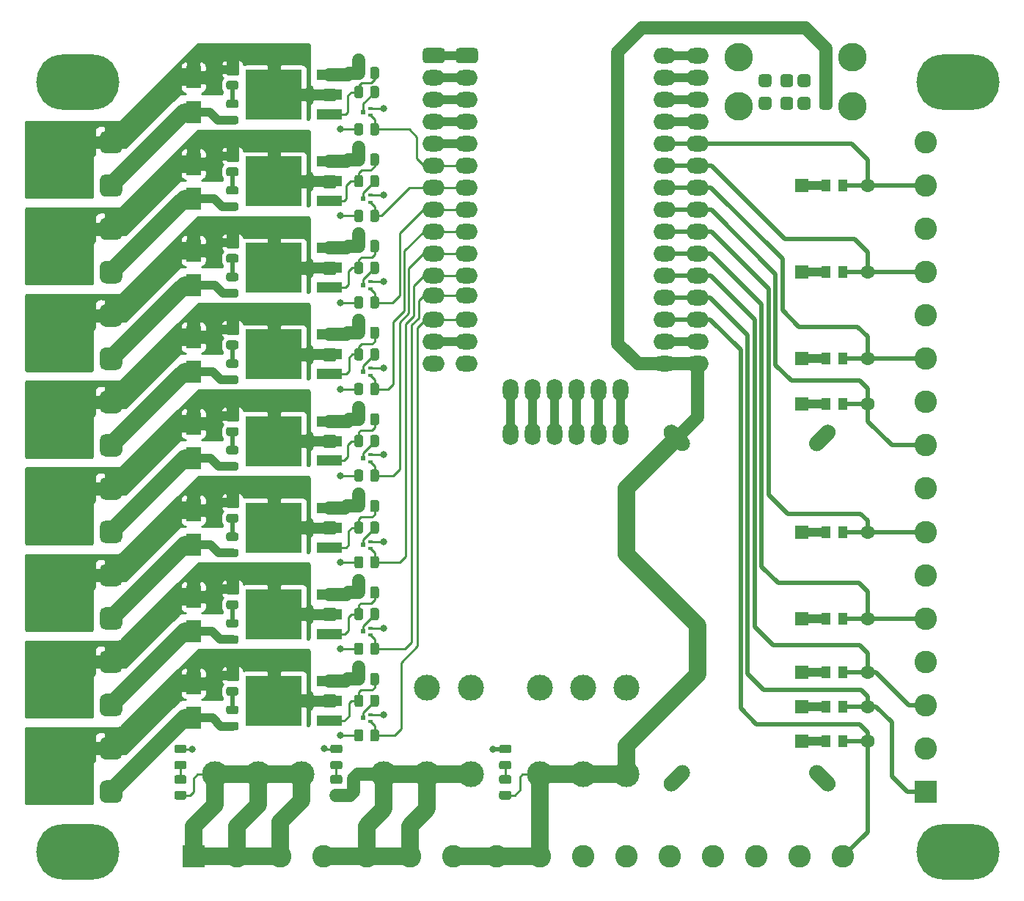
<source format=gbr>
%TF.GenerationSoftware,KiCad,Pcbnew,5.1.12-84ad8e8a86~92~ubuntu20.04.1*%
%TF.CreationDate,2021-12-20T15:55:19+05:30*%
%TF.ProjectId,veloce,76656c6f-6365-42e6-9b69-6361645f7063,v2*%
%TF.SameCoordinates,Original*%
%TF.FileFunction,Copper,L1,Top*%
%TF.FilePolarity,Positive*%
%FSLAX46Y46*%
G04 Gerber Fmt 4.6, Leading zero omitted, Abs format (unit mm)*
G04 Created by KiCad (PCBNEW 5.1.12-84ad8e8a86~92~ubuntu20.04.1) date 2021-12-20 15:55:19*
%MOMM*%
%LPD*%
G01*
G04 APERTURE LIST*
%TA.AperFunction,SMDPad,CuDef*%
%ADD10R,1.800000X2.500000*%
%TD*%
%TA.AperFunction,SMDPad,CuDef*%
%ADD11R,0.500000X0.400000*%
%TD*%
%TA.AperFunction,SMDPad,CuDef*%
%ADD12R,0.500000X0.500000*%
%TD*%
%TA.AperFunction,ComponentPad*%
%ADD13C,0.800000*%
%TD*%
%TA.AperFunction,SMDPad,CuDef*%
%ADD14R,6.500000X5.800000*%
%TD*%
%TA.AperFunction,SMDPad,CuDef*%
%ADD15R,2.850000X1.250000*%
%TD*%
%TA.AperFunction,ComponentPad*%
%ADD16O,1.800000X2.600000*%
%TD*%
%TA.AperFunction,ComponentPad*%
%ADD17O,2.600000X1.800000*%
%TD*%
%TA.AperFunction,ComponentPad*%
%ADD18O,9.600000X6.400000*%
%TD*%
%TA.AperFunction,ComponentPad*%
%ADD19C,3.000000*%
%TD*%
%TA.AperFunction,ComponentPad*%
%ADD20C,2.600000*%
%TD*%
%TA.AperFunction,ComponentPad*%
%ADD21R,2.600000X2.600000*%
%TD*%
%TA.AperFunction,ComponentPad*%
%ADD22C,1.600000*%
%TD*%
%TA.AperFunction,SMDPad,CuDef*%
%ADD23R,1.000000X1.450000*%
%TD*%
%TA.AperFunction,ComponentPad*%
%ADD24R,1.600000X1.600000*%
%TD*%
%TA.AperFunction,ComponentPad*%
%ADD25C,3.300000*%
%TD*%
%TA.AperFunction,ViaPad*%
%ADD26C,0.800000*%
%TD*%
%TA.AperFunction,Conductor*%
%ADD27C,1.500000*%
%TD*%
%TA.AperFunction,Conductor*%
%ADD28C,2.000000*%
%TD*%
%TA.AperFunction,Conductor*%
%ADD29C,0.500000*%
%TD*%
%TA.AperFunction,Conductor*%
%ADD30C,0.250000*%
%TD*%
%TA.AperFunction,Conductor*%
%ADD31C,1.000000*%
%TD*%
%TA.AperFunction,Conductor*%
%ADD32C,0.100000*%
%TD*%
G04 APERTURE END LIST*
D10*
%TO.P,D8,2*%
%TO.N,/GND*%
X62500000Y-129000000D03*
%TO.P,D8,1*%
%TO.N,/MOSFETS/OP8*%
X62500000Y-125000000D03*
%TD*%
%TO.P,D7,2*%
%TO.N,/GND*%
X62500000Y-119000000D03*
%TO.P,D7,1*%
%TO.N,/MOSFETS/OP7*%
X62500000Y-115000000D03*
%TD*%
%TO.P,D6,2*%
%TO.N,/GND*%
X62500000Y-109000000D03*
%TO.P,D6,1*%
%TO.N,/MOSFETS/OP6*%
X62500000Y-105000000D03*
%TD*%
%TO.P,D5,2*%
%TO.N,/GND*%
X62500000Y-99000000D03*
%TO.P,D5,1*%
%TO.N,/MOSFETS/OP5*%
X62500000Y-95000000D03*
%TD*%
%TO.P,D4,2*%
%TO.N,/GND*%
X62500000Y-89000000D03*
%TO.P,D4,1*%
%TO.N,/MOSFETS/OP4*%
X62500000Y-85000000D03*
%TD*%
%TO.P,D3,2*%
%TO.N,/GND*%
X62500000Y-79000000D03*
%TO.P,D3,1*%
%TO.N,/MOSFETS/OP3*%
X62500000Y-75000000D03*
%TD*%
%TO.P,D2,2*%
%TO.N,/GND*%
X62500000Y-69000000D03*
%TO.P,D2,1*%
%TO.N,/MOSFETS/OP2*%
X62500000Y-65000000D03*
%TD*%
%TO.P,D1,2*%
%TO.N,/GND*%
X62500000Y-59000000D03*
%TO.P,D1,1*%
%TO.N,/MOSFETS/OP1*%
X62500000Y-55000000D03*
%TD*%
D11*
%TO.P,Q16,1*%
%TO.N,/OUT8*%
X82900000Y-129400000D03*
%TO.P,Q16,2*%
%TO.N,/GND*%
X82900000Y-128600000D03*
D12*
%TO.P,Q16,3*%
%TO.N,Net-(Q16-Pad3)*%
X82100000Y-129000000D03*
%TD*%
D11*
%TO.P,Q14,1*%
%TO.N,/OUT7*%
X82900000Y-119400000D03*
%TO.P,Q14,2*%
%TO.N,/GND*%
X82900000Y-118600000D03*
D12*
%TO.P,Q14,3*%
%TO.N,Net-(Q14-Pad3)*%
X82100000Y-119000000D03*
%TD*%
D11*
%TO.P,Q12,1*%
%TO.N,/OUT6*%
X82900000Y-109400000D03*
%TO.P,Q12,2*%
%TO.N,/GND*%
X82900000Y-108600000D03*
D12*
%TO.P,Q12,3*%
%TO.N,Net-(Q12-Pad3)*%
X82100000Y-109000000D03*
%TD*%
D11*
%TO.P,Q10,1*%
%TO.N,/OUT5*%
X82900000Y-99400000D03*
%TO.P,Q10,2*%
%TO.N,/GND*%
X82900000Y-98600000D03*
D12*
%TO.P,Q10,3*%
%TO.N,Net-(Q10-Pad3)*%
X82100000Y-99000000D03*
%TD*%
D11*
%TO.P,Q8,1*%
%TO.N,/OUT4*%
X82900000Y-89400000D03*
%TO.P,Q8,2*%
%TO.N,/GND*%
X82900000Y-88600000D03*
D12*
%TO.P,Q8,3*%
%TO.N,Net-(Q8-Pad3)*%
X82100000Y-89000000D03*
%TD*%
D11*
%TO.P,Q6,1*%
%TO.N,/OUT3*%
X82900000Y-79400000D03*
%TO.P,Q6,2*%
%TO.N,/GND*%
X82900000Y-78600000D03*
D12*
%TO.P,Q6,3*%
%TO.N,Net-(Q6-Pad3)*%
X82100000Y-79000000D03*
%TD*%
D11*
%TO.P,Q4,1*%
%TO.N,/OUT2*%
X82900000Y-69400000D03*
%TO.P,Q4,2*%
%TO.N,/GND*%
X82900000Y-68600000D03*
D12*
%TO.P,Q4,3*%
%TO.N,Net-(Q4-Pad3)*%
X82100000Y-69000000D03*
%TD*%
D11*
%TO.P,Q2,1*%
%TO.N,/OUT1*%
X82900000Y-59400000D03*
%TO.P,Q2,2*%
%TO.N,/GND*%
X82900000Y-58600000D03*
D12*
%TO.P,Q2,3*%
%TO.N,Net-(Q2-Pad3)*%
X82100000Y-59000000D03*
%TD*%
D13*
%TO.P,Q15,2*%
%TO.N,/MOSFETS/OP8*%
X73300000Y-128500000D03*
X73300000Y-127000000D03*
X73300000Y-125500000D03*
X71800000Y-125500000D03*
X70300000Y-125500000D03*
X70300000Y-127000000D03*
X70300000Y-128500000D03*
X71800000Y-128500000D03*
X71800000Y-127000000D03*
D14*
X71800000Y-127000000D03*
D15*
%TO.P,Q15,3*%
%TO.N,/12V*%
X78200000Y-124720000D03*
%TO.P,Q15,2*%
%TO.N,/MOSFETS/OP8*%
X78200000Y-127000000D03*
%TO.P,Q15,1*%
%TO.N,Net-(Q15-Pad1)*%
X78200000Y-129280000D03*
%TD*%
D13*
%TO.P,Q13,2*%
%TO.N,/MOSFETS/OP7*%
X73300000Y-118500000D03*
X73300000Y-117000000D03*
X73300000Y-115500000D03*
X71800000Y-115500000D03*
X70300000Y-115500000D03*
X70300000Y-117000000D03*
X70300000Y-118500000D03*
X71800000Y-118500000D03*
X71800000Y-117000000D03*
D14*
X71800000Y-117000000D03*
D15*
%TO.P,Q13,3*%
%TO.N,/12V*%
X78200000Y-114720000D03*
%TO.P,Q13,2*%
%TO.N,/MOSFETS/OP7*%
X78200000Y-117000000D03*
%TO.P,Q13,1*%
%TO.N,Net-(Q13-Pad1)*%
X78200000Y-119280000D03*
%TD*%
D13*
%TO.P,Q11,2*%
%TO.N,/MOSFETS/OP6*%
X73300000Y-108500000D03*
X73300000Y-107000000D03*
X73300000Y-105500000D03*
X71800000Y-105500000D03*
X70300000Y-105500000D03*
X70300000Y-107000000D03*
X70300000Y-108500000D03*
X71800000Y-108500000D03*
X71800000Y-107000000D03*
D14*
X71800000Y-107000000D03*
D15*
%TO.P,Q11,3*%
%TO.N,/12V*%
X78200000Y-104720000D03*
%TO.P,Q11,2*%
%TO.N,/MOSFETS/OP6*%
X78200000Y-107000000D03*
%TO.P,Q11,1*%
%TO.N,Net-(Q11-Pad1)*%
X78200000Y-109280000D03*
%TD*%
D13*
%TO.P,Q9,2*%
%TO.N,/MOSFETS/OP5*%
X73300000Y-98500000D03*
X73300000Y-97000000D03*
X73300000Y-95500000D03*
X71800000Y-95500000D03*
X70300000Y-95500000D03*
X70300000Y-97000000D03*
X70300000Y-98500000D03*
X71800000Y-98500000D03*
X71800000Y-97000000D03*
D14*
X71800000Y-97000000D03*
D15*
%TO.P,Q9,3*%
%TO.N,/12V*%
X78200000Y-94720000D03*
%TO.P,Q9,2*%
%TO.N,/MOSFETS/OP5*%
X78200000Y-97000000D03*
%TO.P,Q9,1*%
%TO.N,Net-(Q9-Pad1)*%
X78200000Y-99280000D03*
%TD*%
D13*
%TO.P,Q7,2*%
%TO.N,/MOSFETS/OP4*%
X73300000Y-88500000D03*
X73300000Y-87000000D03*
X73300000Y-85500000D03*
X71800000Y-85500000D03*
X70300000Y-85500000D03*
X70300000Y-87000000D03*
X70300000Y-88500000D03*
X71800000Y-88500000D03*
X71800000Y-87000000D03*
D14*
X71800000Y-87000000D03*
D15*
%TO.P,Q7,3*%
%TO.N,/12V*%
X78200000Y-84720000D03*
%TO.P,Q7,2*%
%TO.N,/MOSFETS/OP4*%
X78200000Y-87000000D03*
%TO.P,Q7,1*%
%TO.N,Net-(Q7-Pad1)*%
X78200000Y-89280000D03*
%TD*%
D13*
%TO.P,Q5,2*%
%TO.N,/MOSFETS/OP3*%
X73300000Y-78500000D03*
X73300000Y-77000000D03*
X73300000Y-75500000D03*
X71800000Y-75500000D03*
X70300000Y-75500000D03*
X70300000Y-77000000D03*
X70300000Y-78500000D03*
X71800000Y-78500000D03*
X71800000Y-77000000D03*
D14*
X71800000Y-77000000D03*
D15*
%TO.P,Q5,3*%
%TO.N,/12V*%
X78200000Y-74720000D03*
%TO.P,Q5,2*%
%TO.N,/MOSFETS/OP3*%
X78200000Y-77000000D03*
%TO.P,Q5,1*%
%TO.N,Net-(Q5-Pad1)*%
X78200000Y-79280000D03*
%TD*%
D13*
%TO.P,Q3,2*%
%TO.N,/MOSFETS/OP2*%
X73300000Y-68500000D03*
X73300000Y-67000000D03*
X73300000Y-65500000D03*
X71800000Y-65500000D03*
X70300000Y-65500000D03*
X70300000Y-67000000D03*
X70300000Y-68500000D03*
X71800000Y-68500000D03*
X71800000Y-67000000D03*
D14*
X71800000Y-67000000D03*
D15*
%TO.P,Q3,3*%
%TO.N,/12V*%
X78200000Y-64720000D03*
%TO.P,Q3,2*%
%TO.N,/MOSFETS/OP2*%
X78200000Y-67000000D03*
%TO.P,Q3,1*%
%TO.N,Net-(Q3-Pad1)*%
X78200000Y-69280000D03*
%TD*%
D13*
%TO.P,Q1,2*%
%TO.N,/MOSFETS/OP1*%
X73300000Y-58500000D03*
X73300000Y-57000000D03*
X73300000Y-55500000D03*
X71800000Y-55500000D03*
X70300000Y-55500000D03*
X70300000Y-57000000D03*
X70300000Y-58500000D03*
X71800000Y-58500000D03*
X71800000Y-57000000D03*
D14*
X71800000Y-57000000D03*
D15*
%TO.P,Q1,3*%
%TO.N,/12V*%
X78200000Y-54720000D03*
%TO.P,Q1,2*%
%TO.N,/MOSFETS/OP1*%
X78200000Y-57000000D03*
%TO.P,Q1,1*%
%TO.N,Net-(Q1-Pad1)*%
X78200000Y-59280000D03*
%TD*%
D16*
%TO.P,U1,36*%
%TO.N,Net-(U1-Pad36)*%
X111850000Y-96184000D03*
%TO.P,U1,35*%
%TO.N,Net-(U1-Pad35)*%
X109310000Y-96184000D03*
%TO.P,U1,34*%
%TO.N,Net-(U1-Pad34)*%
X106770000Y-96184000D03*
%TO.P,U1,33*%
%TO.N,Net-(U1-Pad33)*%
X104230000Y-96184000D03*
%TO.P,U1,32*%
%TO.N,Net-(U1-Pad32)*%
X101690000Y-96184000D03*
%TO.P,U1,31*%
%TO.N,Net-(U1-Pad31)*%
X99150000Y-96184000D03*
D17*
%TO.P,U1,24*%
%TO.N,/IN3*%
X120740000Y-67736000D03*
%TO.P,U1,25*%
%TO.N,/IN2*%
X120740000Y-65196000D03*
%TO.P,U1,20*%
%TO.N,/IN7*%
X120740000Y-77896000D03*
%TO.P,U1,21*%
%TO.N,/IN6*%
X120740000Y-75356000D03*
%TO.P,U1,22*%
%TO.N,/IN5*%
X120740000Y-72816000D03*
%TO.P,U1,23*%
%TO.N,/IN4*%
X120740000Y-70276000D03*
%TO.P,U1,30*%
%TO.N,Net-(U1-Pad30)*%
X120740000Y-52496000D03*
%TO.P,U1,29*%
%TO.N,Net-(U1-Pad29)*%
X120740000Y-55036000D03*
%TO.P,U1,28*%
%TO.N,Net-(U1-Pad28)*%
X120740000Y-57576000D03*
%TO.P,U1,27*%
%TO.N,Net-(U1-Pad27)*%
X120740000Y-60116000D03*
%TO.P,U1,26*%
%TO.N,/IN1*%
X120740000Y-62656000D03*
%TO.P,U1,16*%
%TO.N,/5V*%
X120740000Y-88056000D03*
%TO.P,U1,17*%
%TO.N,Net-(U1-Pad17)*%
X120740000Y-85516000D03*
%TO.P,U1,18*%
%TO.N,/BRAKE*%
X120740000Y-82976000D03*
%TO.P,U1,19*%
%TO.N,/IN8*%
X120740000Y-80436000D03*
%TO.P,U1,2*%
%TO.N,Net-(U1-Pad2)*%
X90260000Y-55036000D03*
%TO.P,U1,1*%
%TO.N,Net-(U1-Pad1)*%
%TA.AperFunction,ComponentPad*%
G36*
G01*
X88960000Y-52946000D02*
X88960000Y-52046000D01*
G75*
G02*
X89410000Y-51596000I450000J0D01*
G01*
X91110000Y-51596000D01*
G75*
G02*
X91560000Y-52046000I0J-450000D01*
G01*
X91560000Y-52946000D01*
G75*
G02*
X91110000Y-53396000I-450000J0D01*
G01*
X89410000Y-53396000D01*
G75*
G02*
X88960000Y-52946000I0J450000D01*
G01*
G37*
%TD.AperFunction*%
%TO.P,U1,7*%
%TO.N,/OUT2*%
X90260000Y-67736000D03*
%TO.P,U1,6*%
%TO.N,/OUT1*%
X90260000Y-65196000D03*
%TO.P,U1,5*%
%TO.N,Net-(U1-Pad5)*%
X90260000Y-62656000D03*
%TO.P,U1,4*%
%TO.N,Net-(U1-Pad4)*%
X90260000Y-60116000D03*
%TO.P,U1,3*%
%TO.N,Net-(U1-Pad3)*%
X90260000Y-57576000D03*
%TO.P,U1,15*%
%TO.N,/GND*%
X90260000Y-88056000D03*
%TO.P,U1,14*%
%TO.N,/3V3*%
X90260000Y-85516000D03*
%TO.P,U1,13*%
%TO.N,/OUT8*%
X90260000Y-82976000D03*
%TO.P,U1,12*%
%TO.N,/OUT7*%
X90260000Y-80182000D03*
%TO.P,U1,11*%
%TO.N,/OUT6*%
X90260000Y-77896000D03*
%TO.P,U1,10*%
%TO.N,/OUT5*%
X90260000Y-75356000D03*
%TO.P,U1,9*%
%TO.N,/OUT4*%
X90260000Y-72816000D03*
%TO.P,U1,8*%
%TO.N,/OUT3*%
X90260000Y-70276000D03*
%TO.P,U1,30*%
%TO.N,Net-(U1-Pad30)*%
X116930000Y-52496000D03*
%TO.P,U1,29*%
%TO.N,Net-(U1-Pad29)*%
X116930000Y-55036000D03*
%TO.P,U1,28*%
%TO.N,Net-(U1-Pad28)*%
X116930000Y-57576000D03*
%TO.P,U1,27*%
%TO.N,Net-(U1-Pad27)*%
X116930000Y-60116000D03*
%TO.P,U1,26*%
%TO.N,/IN1*%
X116930000Y-62656000D03*
%TO.P,U1,15*%
%TO.N,/GND*%
X94070000Y-88056000D03*
%TO.P,U1,14*%
%TO.N,/3V3*%
X94070000Y-85516000D03*
%TO.P,U1,13*%
%TO.N,/OUT8*%
X94070000Y-82976000D03*
%TO.P,U1,12*%
%TO.N,/OUT7*%
X94070000Y-80182000D03*
%TO.P,U1,11*%
%TO.N,/OUT6*%
X94070000Y-77896000D03*
D16*
%TO.P,U1,36*%
%TO.N,Net-(U1-Pad36)*%
X111850000Y-91104000D03*
%TO.P,U1,35*%
%TO.N,Net-(U1-Pad35)*%
X109310000Y-91104000D03*
%TO.P,U1,34*%
%TO.N,Net-(U1-Pad34)*%
X106770000Y-91104000D03*
%TO.P,U1,33*%
%TO.N,Net-(U1-Pad33)*%
X104230000Y-91104000D03*
%TO.P,U1,32*%
%TO.N,Net-(U1-Pad32)*%
X101690000Y-91104000D03*
%TO.P,U1,31*%
%TO.N,Net-(U1-Pad31)*%
X99150000Y-91104000D03*
D17*
%TO.P,U1,16*%
%TO.N,/5V*%
X116930000Y-88056000D03*
%TO.P,U1,10*%
%TO.N,/OUT5*%
X94070000Y-75356000D03*
%TO.P,U1,17*%
%TO.N,Net-(U1-Pad17)*%
X116930000Y-85516000D03*
%TO.P,U1,9*%
%TO.N,/OUT4*%
X94070000Y-72816000D03*
%TO.P,U1,18*%
%TO.N,/BRAKE*%
X116930000Y-82976000D03*
%TO.P,U1,8*%
%TO.N,/OUT3*%
X94070000Y-70276000D03*
%TO.P,U1,19*%
%TO.N,/IN8*%
X116930000Y-80436000D03*
%TO.P,U1,7*%
%TO.N,/OUT2*%
X94070000Y-67736000D03*
%TO.P,U1,20*%
%TO.N,/IN7*%
X116930000Y-77896000D03*
%TO.P,U1,6*%
%TO.N,/OUT1*%
X94070000Y-65196000D03*
%TO.P,U1,21*%
%TO.N,/IN6*%
X116930000Y-75356000D03*
%TO.P,U1,5*%
%TO.N,Net-(U1-Pad5)*%
X94070000Y-62656000D03*
%TO.P,U1,22*%
%TO.N,/IN5*%
X116930000Y-72816000D03*
%TO.P,U1,4*%
%TO.N,Net-(U1-Pad4)*%
X94070000Y-60116000D03*
%TO.P,U1,23*%
%TO.N,/IN4*%
X116930000Y-70276000D03*
%TO.P,U1,3*%
%TO.N,Net-(U1-Pad3)*%
X94070000Y-57576000D03*
%TO.P,U1,24*%
%TO.N,/IN3*%
X116930000Y-67736000D03*
%TO.P,U1,2*%
%TO.N,Net-(U1-Pad2)*%
X94070000Y-55036000D03*
%TO.P,U1,25*%
%TO.N,/IN2*%
X116930000Y-65196000D03*
%TO.P,U1,1*%
%TO.N,Net-(U1-Pad1)*%
%TA.AperFunction,ComponentPad*%
G36*
G01*
X92770000Y-52946000D02*
X92770000Y-52046000D01*
G75*
G02*
X93220000Y-51596000I450000J0D01*
G01*
X94920000Y-51596000D01*
G75*
G02*
X95370000Y-52046000I0J-450000D01*
G01*
X95370000Y-52946000D01*
G75*
G02*
X94920000Y-53396000I-450000J0D01*
G01*
X93220000Y-53396000D01*
G75*
G02*
X92770000Y-52946000I0J450000D01*
G01*
G37*
%TD.AperFunction*%
%TD*%
%TO.P,PS2,VO*%
%TO.N,/5V*%
%TA.AperFunction,ComponentPad*%
G36*
G01*
X119572792Y-97922792D02*
X119572792Y-97922792D01*
G75*
G02*
X118300000Y-97922792I-636396J636396D01*
G01*
X117027208Y-96650000D01*
G75*
G02*
X117027208Y-95377208I636396J636396D01*
G01*
X117027208Y-95377208D01*
G75*
G02*
X118300000Y-95377208I636396J-636396D01*
G01*
X119572792Y-96650000D01*
G75*
G02*
X119572792Y-97922792I-636396J-636396D01*
G01*
G37*
%TD.AperFunction*%
%TO.P,PS2,VIN*%
%TO.N,/12V*%
%TA.AperFunction,ComponentPad*%
G36*
G01*
X117027208Y-137222792D02*
X117027208Y-137222792D01*
G75*
G02*
X117027208Y-135950000I636396J636396D01*
G01*
X118300000Y-134677208D01*
G75*
G02*
X119572792Y-134677208I636396J-636396D01*
G01*
X119572792Y-134677208D01*
G75*
G02*
X119572792Y-135950000I-636396J-636396D01*
G01*
X118300000Y-137222792D01*
G75*
G02*
X117027208Y-137222792I-636396J636396D01*
G01*
G37*
%TD.AperFunction*%
%TO.P,PS2,GND*%
%TO.N,/GND*%
%TA.AperFunction,ComponentPad*%
G36*
G01*
X136372792Y-95377208D02*
X136372792Y-95377208D01*
G75*
G02*
X136372792Y-96650000I-636396J-636396D01*
G01*
X135100000Y-97922792D01*
G75*
G02*
X133827208Y-97922792I-636396J636396D01*
G01*
X133827208Y-97922792D01*
G75*
G02*
X133827208Y-96650000I636396J636396D01*
G01*
X135100000Y-95377208D01*
G75*
G02*
X136372792Y-95377208I636396J-636396D01*
G01*
G37*
%TD.AperFunction*%
%TA.AperFunction,ComponentPad*%
G36*
G01*
X136372792Y-137222792D02*
X136372792Y-137222792D01*
G75*
G02*
X135100000Y-137222792I-636396J636396D01*
G01*
X133827208Y-135950000D01*
G75*
G02*
X133827208Y-134677208I636396J636396D01*
G01*
X133827208Y-134677208D01*
G75*
G02*
X135100000Y-134677208I636396J-636396D01*
G01*
X136372792Y-135950000D01*
G75*
G02*
X136372792Y-137222792I-636396J-636396D01*
G01*
G37*
%TD.AperFunction*%
%TD*%
D18*
%TO.P,H2,1*%
%TO.N,N/C*%
X150800000Y-144450000D03*
D13*
X154800000Y-144450000D03*
X152400000Y-146850000D03*
X150800000Y-146850000D03*
X149200000Y-146850000D03*
X146800000Y-144450000D03*
X149200000Y-142050000D03*
X150800000Y-142050000D03*
X152400000Y-142050000D03*
%TD*%
%TO.P,R24,2*%
%TO.N,/OUT8*%
%TA.AperFunction,SMDPad,CuDef*%
G36*
G01*
X82900000Y-131450002D02*
X82900000Y-130549998D01*
G75*
G02*
X83149998Y-130300000I249998J0D01*
G01*
X83675002Y-130300000D01*
G75*
G02*
X83925000Y-130549998I0J-249998D01*
G01*
X83925000Y-131450002D01*
G75*
G02*
X83675002Y-131700000I-249998J0D01*
G01*
X83149998Y-131700000D01*
G75*
G02*
X82900000Y-131450002I0J249998D01*
G01*
G37*
%TD.AperFunction*%
%TO.P,R24,1*%
%TO.N,/GND*%
%TA.AperFunction,SMDPad,CuDef*%
G36*
G01*
X81075000Y-131450002D02*
X81075000Y-130549998D01*
G75*
G02*
X81324998Y-130300000I249998J0D01*
G01*
X81850002Y-130300000D01*
G75*
G02*
X82100000Y-130549998I0J-249998D01*
G01*
X82100000Y-131450002D01*
G75*
G02*
X81850002Y-131700000I-249998J0D01*
G01*
X81324998Y-131700000D01*
G75*
G02*
X81075000Y-131450002I0J249998D01*
G01*
G37*
%TD.AperFunction*%
%TD*%
D18*
%TO.P,H4,1*%
%TO.N,N/C*%
X49200000Y-144450000D03*
D13*
X53200000Y-144450000D03*
X50800000Y-146850000D03*
X49200000Y-146850000D03*
X47600000Y-146850000D03*
X45200000Y-144450000D03*
X47600000Y-142050000D03*
X49200000Y-142050000D03*
X50800000Y-142050000D03*
%TD*%
D18*
%TO.P,H3,1*%
%TO.N,N/C*%
X150800000Y-55550000D03*
D13*
X154800000Y-55550000D03*
X152400000Y-57950000D03*
X150800000Y-57950000D03*
X149200000Y-57950000D03*
X146800000Y-55550000D03*
X149200000Y-53150000D03*
X150800000Y-53150000D03*
X152400000Y-53150000D03*
%TD*%
D18*
%TO.P,H1,1*%
%TO.N,N/C*%
X49200000Y-55550000D03*
D13*
X53200000Y-55550000D03*
X50800000Y-57950000D03*
X49200000Y-57950000D03*
X47600000Y-57950000D03*
X45200000Y-55550000D03*
X47600000Y-53150000D03*
X49200000Y-53150000D03*
X50800000Y-53150000D03*
%TD*%
%TO.P,R48,2*%
%TO.N,Net-(D19-Pad2)*%
%TA.AperFunction,SMDPad,CuDef*%
G36*
G01*
X61450002Y-136600000D02*
X60549998Y-136600000D01*
G75*
G02*
X60300000Y-136350002I0J249998D01*
G01*
X60300000Y-135824998D01*
G75*
G02*
X60549998Y-135575000I249998J0D01*
G01*
X61450002Y-135575000D01*
G75*
G02*
X61700000Y-135824998I0J-249998D01*
G01*
X61700000Y-136350002D01*
G75*
G02*
X61450002Y-136600000I-249998J0D01*
G01*
G37*
%TD.AperFunction*%
%TO.P,R48,1*%
%TO.N,/72V*%
%TA.AperFunction,SMDPad,CuDef*%
G36*
G01*
X61450002Y-138425000D02*
X60549998Y-138425000D01*
G75*
G02*
X60300000Y-138175002I0J249998D01*
G01*
X60300000Y-137649998D01*
G75*
G02*
X60549998Y-137400000I249998J0D01*
G01*
X61450002Y-137400000D01*
G75*
G02*
X61700000Y-137649998I0J-249998D01*
G01*
X61700000Y-138175002D01*
G75*
G02*
X61450002Y-138425000I-249998J0D01*
G01*
G37*
%TD.AperFunction*%
%TD*%
%TO.P,R47,2*%
%TO.N,Net-(D18-Pad2)*%
%TA.AperFunction,SMDPad,CuDef*%
G36*
G01*
X79450002Y-136600000D02*
X78549998Y-136600000D01*
G75*
G02*
X78300000Y-136350002I0J249998D01*
G01*
X78300000Y-135824998D01*
G75*
G02*
X78549998Y-135575000I249998J0D01*
G01*
X79450002Y-135575000D01*
G75*
G02*
X79700000Y-135824998I0J-249998D01*
G01*
X79700000Y-136350002D01*
G75*
G02*
X79450002Y-136600000I-249998J0D01*
G01*
G37*
%TD.AperFunction*%
%TO.P,R47,1*%
%TO.N,/12V*%
%TA.AperFunction,SMDPad,CuDef*%
G36*
G01*
X79450002Y-138425000D02*
X78549998Y-138425000D01*
G75*
G02*
X78300000Y-138175002I0J249998D01*
G01*
X78300000Y-137649998D01*
G75*
G02*
X78549998Y-137400000I249998J0D01*
G01*
X79450002Y-137400000D01*
G75*
G02*
X79700000Y-137649998I0J-249998D01*
G01*
X79700000Y-138175002D01*
G75*
G02*
X79450002Y-138425000I-249998J0D01*
G01*
G37*
%TD.AperFunction*%
%TD*%
%TO.P,R46,2*%
%TO.N,Net-(D17-Pad2)*%
%TA.AperFunction,SMDPad,CuDef*%
G36*
G01*
X98950002Y-136600000D02*
X98049998Y-136600000D01*
G75*
G02*
X97800000Y-136350002I0J249998D01*
G01*
X97800000Y-135824998D01*
G75*
G02*
X98049998Y-135575000I249998J0D01*
G01*
X98950002Y-135575000D01*
G75*
G02*
X99200000Y-135824998I0J-249998D01*
G01*
X99200000Y-136350002D01*
G75*
G02*
X98950002Y-136600000I-249998J0D01*
G01*
G37*
%TD.AperFunction*%
%TO.P,R46,1*%
%TO.N,/5V*%
%TA.AperFunction,SMDPad,CuDef*%
G36*
G01*
X98950002Y-138425000D02*
X98049998Y-138425000D01*
G75*
G02*
X97800000Y-138175002I0J249998D01*
G01*
X97800000Y-137649998D01*
G75*
G02*
X98049998Y-137400000I249998J0D01*
G01*
X98950002Y-137400000D01*
G75*
G02*
X99200000Y-137649998I0J-249998D01*
G01*
X99200000Y-138175002D01*
G75*
G02*
X98950002Y-138425000I-249998J0D01*
G01*
G37*
%TD.AperFunction*%
%TD*%
%TO.P,R45,2*%
%TO.N,/MOSFETS/OP8*%
%TA.AperFunction,SMDPad,CuDef*%
G36*
G01*
X67450002Y-124600000D02*
X66549998Y-124600000D01*
G75*
G02*
X66300000Y-124350002I0J249998D01*
G01*
X66300000Y-123824998D01*
G75*
G02*
X66549998Y-123575000I249998J0D01*
G01*
X67450002Y-123575000D01*
G75*
G02*
X67700000Y-123824998I0J-249998D01*
G01*
X67700000Y-124350002D01*
G75*
G02*
X67450002Y-124600000I-249998J0D01*
G01*
G37*
%TD.AperFunction*%
%TO.P,R45,1*%
%TO.N,Net-(D16-Pad2)*%
%TA.AperFunction,SMDPad,CuDef*%
G36*
G01*
X67450002Y-126425000D02*
X66549998Y-126425000D01*
G75*
G02*
X66300000Y-126175002I0J249998D01*
G01*
X66300000Y-125649998D01*
G75*
G02*
X66549998Y-125400000I249998J0D01*
G01*
X67450002Y-125400000D01*
G75*
G02*
X67700000Y-125649998I0J-249998D01*
G01*
X67700000Y-126175002D01*
G75*
G02*
X67450002Y-126425000I-249998J0D01*
G01*
G37*
%TD.AperFunction*%
%TD*%
%TO.P,R44,2*%
%TO.N,/MOSFETS/OP7*%
%TA.AperFunction,SMDPad,CuDef*%
G36*
G01*
X67450002Y-114600000D02*
X66549998Y-114600000D01*
G75*
G02*
X66300000Y-114350002I0J249998D01*
G01*
X66300000Y-113824998D01*
G75*
G02*
X66549998Y-113575000I249998J0D01*
G01*
X67450002Y-113575000D01*
G75*
G02*
X67700000Y-113824998I0J-249998D01*
G01*
X67700000Y-114350002D01*
G75*
G02*
X67450002Y-114600000I-249998J0D01*
G01*
G37*
%TD.AperFunction*%
%TO.P,R44,1*%
%TO.N,Net-(D15-Pad2)*%
%TA.AperFunction,SMDPad,CuDef*%
G36*
G01*
X67450002Y-116425000D02*
X66549998Y-116425000D01*
G75*
G02*
X66300000Y-116175002I0J249998D01*
G01*
X66300000Y-115649998D01*
G75*
G02*
X66549998Y-115400000I249998J0D01*
G01*
X67450002Y-115400000D01*
G75*
G02*
X67700000Y-115649998I0J-249998D01*
G01*
X67700000Y-116175002D01*
G75*
G02*
X67450002Y-116425000I-249998J0D01*
G01*
G37*
%TD.AperFunction*%
%TD*%
%TO.P,R43,2*%
%TO.N,/MOSFETS/OP6*%
%TA.AperFunction,SMDPad,CuDef*%
G36*
G01*
X67450002Y-104600000D02*
X66549998Y-104600000D01*
G75*
G02*
X66300000Y-104350002I0J249998D01*
G01*
X66300000Y-103824998D01*
G75*
G02*
X66549998Y-103575000I249998J0D01*
G01*
X67450002Y-103575000D01*
G75*
G02*
X67700000Y-103824998I0J-249998D01*
G01*
X67700000Y-104350002D01*
G75*
G02*
X67450002Y-104600000I-249998J0D01*
G01*
G37*
%TD.AperFunction*%
%TO.P,R43,1*%
%TO.N,Net-(D14-Pad2)*%
%TA.AperFunction,SMDPad,CuDef*%
G36*
G01*
X67450002Y-106425000D02*
X66549998Y-106425000D01*
G75*
G02*
X66300000Y-106175002I0J249998D01*
G01*
X66300000Y-105649998D01*
G75*
G02*
X66549998Y-105400000I249998J0D01*
G01*
X67450002Y-105400000D01*
G75*
G02*
X67700000Y-105649998I0J-249998D01*
G01*
X67700000Y-106175002D01*
G75*
G02*
X67450002Y-106425000I-249998J0D01*
G01*
G37*
%TD.AperFunction*%
%TD*%
%TO.P,R42,2*%
%TO.N,/MOSFETS/OP5*%
%TA.AperFunction,SMDPad,CuDef*%
G36*
G01*
X67450002Y-94600000D02*
X66549998Y-94600000D01*
G75*
G02*
X66300000Y-94350002I0J249998D01*
G01*
X66300000Y-93824998D01*
G75*
G02*
X66549998Y-93575000I249998J0D01*
G01*
X67450002Y-93575000D01*
G75*
G02*
X67700000Y-93824998I0J-249998D01*
G01*
X67700000Y-94350002D01*
G75*
G02*
X67450002Y-94600000I-249998J0D01*
G01*
G37*
%TD.AperFunction*%
%TO.P,R42,1*%
%TO.N,Net-(D13-Pad2)*%
%TA.AperFunction,SMDPad,CuDef*%
G36*
G01*
X67450002Y-96425000D02*
X66549998Y-96425000D01*
G75*
G02*
X66300000Y-96175002I0J249998D01*
G01*
X66300000Y-95649998D01*
G75*
G02*
X66549998Y-95400000I249998J0D01*
G01*
X67450002Y-95400000D01*
G75*
G02*
X67700000Y-95649998I0J-249998D01*
G01*
X67700000Y-96175002D01*
G75*
G02*
X67450002Y-96425000I-249998J0D01*
G01*
G37*
%TD.AperFunction*%
%TD*%
%TO.P,R41,2*%
%TO.N,/MOSFETS/OP4*%
%TA.AperFunction,SMDPad,CuDef*%
G36*
G01*
X67450002Y-84600000D02*
X66549998Y-84600000D01*
G75*
G02*
X66300000Y-84350002I0J249998D01*
G01*
X66300000Y-83824998D01*
G75*
G02*
X66549998Y-83575000I249998J0D01*
G01*
X67450002Y-83575000D01*
G75*
G02*
X67700000Y-83824998I0J-249998D01*
G01*
X67700000Y-84350002D01*
G75*
G02*
X67450002Y-84600000I-249998J0D01*
G01*
G37*
%TD.AperFunction*%
%TO.P,R41,1*%
%TO.N,Net-(D12-Pad2)*%
%TA.AperFunction,SMDPad,CuDef*%
G36*
G01*
X67450002Y-86425000D02*
X66549998Y-86425000D01*
G75*
G02*
X66300000Y-86175002I0J249998D01*
G01*
X66300000Y-85649998D01*
G75*
G02*
X66549998Y-85400000I249998J0D01*
G01*
X67450002Y-85400000D01*
G75*
G02*
X67700000Y-85649998I0J-249998D01*
G01*
X67700000Y-86175002D01*
G75*
G02*
X67450002Y-86425000I-249998J0D01*
G01*
G37*
%TD.AperFunction*%
%TD*%
%TO.P,R40,2*%
%TO.N,/MOSFETS/OP3*%
%TA.AperFunction,SMDPad,CuDef*%
G36*
G01*
X67450002Y-74600000D02*
X66549998Y-74600000D01*
G75*
G02*
X66300000Y-74350002I0J249998D01*
G01*
X66300000Y-73824998D01*
G75*
G02*
X66549998Y-73575000I249998J0D01*
G01*
X67450002Y-73575000D01*
G75*
G02*
X67700000Y-73824998I0J-249998D01*
G01*
X67700000Y-74350002D01*
G75*
G02*
X67450002Y-74600000I-249998J0D01*
G01*
G37*
%TD.AperFunction*%
%TO.P,R40,1*%
%TO.N,Net-(D11-Pad2)*%
%TA.AperFunction,SMDPad,CuDef*%
G36*
G01*
X67450002Y-76425000D02*
X66549998Y-76425000D01*
G75*
G02*
X66300000Y-76175002I0J249998D01*
G01*
X66300000Y-75649998D01*
G75*
G02*
X66549998Y-75400000I249998J0D01*
G01*
X67450002Y-75400000D01*
G75*
G02*
X67700000Y-75649998I0J-249998D01*
G01*
X67700000Y-76175002D01*
G75*
G02*
X67450002Y-76425000I-249998J0D01*
G01*
G37*
%TD.AperFunction*%
%TD*%
%TO.P,R39,2*%
%TO.N,/MOSFETS/OP2*%
%TA.AperFunction,SMDPad,CuDef*%
G36*
G01*
X67450002Y-64600000D02*
X66549998Y-64600000D01*
G75*
G02*
X66300000Y-64350002I0J249998D01*
G01*
X66300000Y-63824998D01*
G75*
G02*
X66549998Y-63575000I249998J0D01*
G01*
X67450002Y-63575000D01*
G75*
G02*
X67700000Y-63824998I0J-249998D01*
G01*
X67700000Y-64350002D01*
G75*
G02*
X67450002Y-64600000I-249998J0D01*
G01*
G37*
%TD.AperFunction*%
%TO.P,R39,1*%
%TO.N,Net-(D10-Pad2)*%
%TA.AperFunction,SMDPad,CuDef*%
G36*
G01*
X67450002Y-66425000D02*
X66549998Y-66425000D01*
G75*
G02*
X66300000Y-66175002I0J249998D01*
G01*
X66300000Y-65649998D01*
G75*
G02*
X66549998Y-65400000I249998J0D01*
G01*
X67450002Y-65400000D01*
G75*
G02*
X67700000Y-65649998I0J-249998D01*
G01*
X67700000Y-66175002D01*
G75*
G02*
X67450002Y-66425000I-249998J0D01*
G01*
G37*
%TD.AperFunction*%
%TD*%
%TO.P,R38,2*%
%TO.N,/MOSFETS/OP1*%
%TA.AperFunction,SMDPad,CuDef*%
G36*
G01*
X67450002Y-54600000D02*
X66549998Y-54600000D01*
G75*
G02*
X66300000Y-54350002I0J249998D01*
G01*
X66300000Y-53824998D01*
G75*
G02*
X66549998Y-53575000I249998J0D01*
G01*
X67450002Y-53575000D01*
G75*
G02*
X67700000Y-53824998I0J-249998D01*
G01*
X67700000Y-54350002D01*
G75*
G02*
X67450002Y-54600000I-249998J0D01*
G01*
G37*
%TD.AperFunction*%
%TO.P,R38,1*%
%TO.N,Net-(D9-Pad2)*%
%TA.AperFunction,SMDPad,CuDef*%
G36*
G01*
X67450002Y-56425000D02*
X66549998Y-56425000D01*
G75*
G02*
X66300000Y-56175002I0J249998D01*
G01*
X66300000Y-55649998D01*
G75*
G02*
X66549998Y-55400000I249998J0D01*
G01*
X67450002Y-55400000D01*
G75*
G02*
X67700000Y-55649998I0J-249998D01*
G01*
X67700000Y-56175002D01*
G75*
G02*
X67450002Y-56425000I-249998J0D01*
G01*
G37*
%TD.AperFunction*%
%TD*%
%TO.P,R23,2*%
%TO.N,Net-(Q15-Pad1)*%
%TA.AperFunction,SMDPad,CuDef*%
G36*
G01*
X82100000Y-126549998D02*
X82100000Y-127450002D01*
G75*
G02*
X81850002Y-127700000I-249998J0D01*
G01*
X81324998Y-127700000D01*
G75*
G02*
X81075000Y-127450002I0J249998D01*
G01*
X81075000Y-126549998D01*
G75*
G02*
X81324998Y-126300000I249998J0D01*
G01*
X81850002Y-126300000D01*
G75*
G02*
X82100000Y-126549998I0J-249998D01*
G01*
G37*
%TD.AperFunction*%
%TO.P,R23,1*%
%TO.N,Net-(Q16-Pad3)*%
%TA.AperFunction,SMDPad,CuDef*%
G36*
G01*
X83925000Y-126549998D02*
X83925000Y-127450002D01*
G75*
G02*
X83675002Y-127700000I-249998J0D01*
G01*
X83149998Y-127700000D01*
G75*
G02*
X82900000Y-127450002I0J249998D01*
G01*
X82900000Y-126549998D01*
G75*
G02*
X83149998Y-126300000I249998J0D01*
G01*
X83675002Y-126300000D01*
G75*
G02*
X83925000Y-126549998I0J-249998D01*
G01*
G37*
%TD.AperFunction*%
%TD*%
%TO.P,R22,2*%
%TO.N,/12V*%
%TA.AperFunction,SMDPad,CuDef*%
G36*
G01*
X82100000Y-124049998D02*
X82100000Y-124950002D01*
G75*
G02*
X81850002Y-125200000I-249998J0D01*
G01*
X81324998Y-125200000D01*
G75*
G02*
X81075000Y-124950002I0J249998D01*
G01*
X81075000Y-124049998D01*
G75*
G02*
X81324998Y-123800000I249998J0D01*
G01*
X81850002Y-123800000D01*
G75*
G02*
X82100000Y-124049998I0J-249998D01*
G01*
G37*
%TD.AperFunction*%
%TO.P,R22,1*%
%TO.N,Net-(Q15-Pad1)*%
%TA.AperFunction,SMDPad,CuDef*%
G36*
G01*
X83925000Y-124049998D02*
X83925000Y-124950002D01*
G75*
G02*
X83675002Y-125200000I-249998J0D01*
G01*
X83149998Y-125200000D01*
G75*
G02*
X82900000Y-124950002I0J249998D01*
G01*
X82900000Y-124049998D01*
G75*
G02*
X83149998Y-123800000I249998J0D01*
G01*
X83675002Y-123800000D01*
G75*
G02*
X83925000Y-124049998I0J-249998D01*
G01*
G37*
%TD.AperFunction*%
%TD*%
%TO.P,R21,2*%
%TO.N,/OUT7*%
%TA.AperFunction,SMDPad,CuDef*%
G36*
G01*
X82900000Y-121450002D02*
X82900000Y-120549998D01*
G75*
G02*
X83149998Y-120300000I249998J0D01*
G01*
X83675002Y-120300000D01*
G75*
G02*
X83925000Y-120549998I0J-249998D01*
G01*
X83925000Y-121450002D01*
G75*
G02*
X83675002Y-121700000I-249998J0D01*
G01*
X83149998Y-121700000D01*
G75*
G02*
X82900000Y-121450002I0J249998D01*
G01*
G37*
%TD.AperFunction*%
%TO.P,R21,1*%
%TO.N,/GND*%
%TA.AperFunction,SMDPad,CuDef*%
G36*
G01*
X81075000Y-121450002D02*
X81075000Y-120549998D01*
G75*
G02*
X81324998Y-120300000I249998J0D01*
G01*
X81850002Y-120300000D01*
G75*
G02*
X82100000Y-120549998I0J-249998D01*
G01*
X82100000Y-121450002D01*
G75*
G02*
X81850002Y-121700000I-249998J0D01*
G01*
X81324998Y-121700000D01*
G75*
G02*
X81075000Y-121450002I0J249998D01*
G01*
G37*
%TD.AperFunction*%
%TD*%
%TO.P,R20,2*%
%TO.N,Net-(Q13-Pad1)*%
%TA.AperFunction,SMDPad,CuDef*%
G36*
G01*
X82100000Y-116549998D02*
X82100000Y-117450002D01*
G75*
G02*
X81850002Y-117700000I-249998J0D01*
G01*
X81324998Y-117700000D01*
G75*
G02*
X81075000Y-117450002I0J249998D01*
G01*
X81075000Y-116549998D01*
G75*
G02*
X81324998Y-116300000I249998J0D01*
G01*
X81850002Y-116300000D01*
G75*
G02*
X82100000Y-116549998I0J-249998D01*
G01*
G37*
%TD.AperFunction*%
%TO.P,R20,1*%
%TO.N,Net-(Q14-Pad3)*%
%TA.AperFunction,SMDPad,CuDef*%
G36*
G01*
X83925000Y-116549998D02*
X83925000Y-117450002D01*
G75*
G02*
X83675002Y-117700000I-249998J0D01*
G01*
X83149998Y-117700000D01*
G75*
G02*
X82900000Y-117450002I0J249998D01*
G01*
X82900000Y-116549998D01*
G75*
G02*
X83149998Y-116300000I249998J0D01*
G01*
X83675002Y-116300000D01*
G75*
G02*
X83925000Y-116549998I0J-249998D01*
G01*
G37*
%TD.AperFunction*%
%TD*%
%TO.P,R19,2*%
%TO.N,/12V*%
%TA.AperFunction,SMDPad,CuDef*%
G36*
G01*
X82100000Y-114049998D02*
X82100000Y-114950002D01*
G75*
G02*
X81850002Y-115200000I-249998J0D01*
G01*
X81324998Y-115200000D01*
G75*
G02*
X81075000Y-114950002I0J249998D01*
G01*
X81075000Y-114049998D01*
G75*
G02*
X81324998Y-113800000I249998J0D01*
G01*
X81850002Y-113800000D01*
G75*
G02*
X82100000Y-114049998I0J-249998D01*
G01*
G37*
%TD.AperFunction*%
%TO.P,R19,1*%
%TO.N,Net-(Q13-Pad1)*%
%TA.AperFunction,SMDPad,CuDef*%
G36*
G01*
X83925000Y-114049998D02*
X83925000Y-114950002D01*
G75*
G02*
X83675002Y-115200000I-249998J0D01*
G01*
X83149998Y-115200000D01*
G75*
G02*
X82900000Y-114950002I0J249998D01*
G01*
X82900000Y-114049998D01*
G75*
G02*
X83149998Y-113800000I249998J0D01*
G01*
X83675002Y-113800000D01*
G75*
G02*
X83925000Y-114049998I0J-249998D01*
G01*
G37*
%TD.AperFunction*%
%TD*%
%TO.P,R18,2*%
%TO.N,/OUT6*%
%TA.AperFunction,SMDPad,CuDef*%
G36*
G01*
X82900000Y-111450002D02*
X82900000Y-110549998D01*
G75*
G02*
X83149998Y-110300000I249998J0D01*
G01*
X83675002Y-110300000D01*
G75*
G02*
X83925000Y-110549998I0J-249998D01*
G01*
X83925000Y-111450002D01*
G75*
G02*
X83675002Y-111700000I-249998J0D01*
G01*
X83149998Y-111700000D01*
G75*
G02*
X82900000Y-111450002I0J249998D01*
G01*
G37*
%TD.AperFunction*%
%TO.P,R18,1*%
%TO.N,/GND*%
%TA.AperFunction,SMDPad,CuDef*%
G36*
G01*
X81075000Y-111450002D02*
X81075000Y-110549998D01*
G75*
G02*
X81324998Y-110300000I249998J0D01*
G01*
X81850002Y-110300000D01*
G75*
G02*
X82100000Y-110549998I0J-249998D01*
G01*
X82100000Y-111450002D01*
G75*
G02*
X81850002Y-111700000I-249998J0D01*
G01*
X81324998Y-111700000D01*
G75*
G02*
X81075000Y-111450002I0J249998D01*
G01*
G37*
%TD.AperFunction*%
%TD*%
%TO.P,R17,2*%
%TO.N,Net-(Q11-Pad1)*%
%TA.AperFunction,SMDPad,CuDef*%
G36*
G01*
X82100000Y-106549998D02*
X82100000Y-107450002D01*
G75*
G02*
X81850002Y-107700000I-249998J0D01*
G01*
X81324998Y-107700000D01*
G75*
G02*
X81075000Y-107450002I0J249998D01*
G01*
X81075000Y-106549998D01*
G75*
G02*
X81324998Y-106300000I249998J0D01*
G01*
X81850002Y-106300000D01*
G75*
G02*
X82100000Y-106549998I0J-249998D01*
G01*
G37*
%TD.AperFunction*%
%TO.P,R17,1*%
%TO.N,Net-(Q12-Pad3)*%
%TA.AperFunction,SMDPad,CuDef*%
G36*
G01*
X83925000Y-106549998D02*
X83925000Y-107450002D01*
G75*
G02*
X83675002Y-107700000I-249998J0D01*
G01*
X83149998Y-107700000D01*
G75*
G02*
X82900000Y-107450002I0J249998D01*
G01*
X82900000Y-106549998D01*
G75*
G02*
X83149998Y-106300000I249998J0D01*
G01*
X83675002Y-106300000D01*
G75*
G02*
X83925000Y-106549998I0J-249998D01*
G01*
G37*
%TD.AperFunction*%
%TD*%
%TO.P,R16,2*%
%TO.N,/12V*%
%TA.AperFunction,SMDPad,CuDef*%
G36*
G01*
X82100000Y-104049998D02*
X82100000Y-104950002D01*
G75*
G02*
X81850002Y-105200000I-249998J0D01*
G01*
X81324998Y-105200000D01*
G75*
G02*
X81075000Y-104950002I0J249998D01*
G01*
X81075000Y-104049998D01*
G75*
G02*
X81324998Y-103800000I249998J0D01*
G01*
X81850002Y-103800000D01*
G75*
G02*
X82100000Y-104049998I0J-249998D01*
G01*
G37*
%TD.AperFunction*%
%TO.P,R16,1*%
%TO.N,Net-(Q11-Pad1)*%
%TA.AperFunction,SMDPad,CuDef*%
G36*
G01*
X83925000Y-104049998D02*
X83925000Y-104950002D01*
G75*
G02*
X83675002Y-105200000I-249998J0D01*
G01*
X83149998Y-105200000D01*
G75*
G02*
X82900000Y-104950002I0J249998D01*
G01*
X82900000Y-104049998D01*
G75*
G02*
X83149998Y-103800000I249998J0D01*
G01*
X83675002Y-103800000D01*
G75*
G02*
X83925000Y-104049998I0J-249998D01*
G01*
G37*
%TD.AperFunction*%
%TD*%
%TO.P,R15,2*%
%TO.N,/OUT5*%
%TA.AperFunction,SMDPad,CuDef*%
G36*
G01*
X82900000Y-101450002D02*
X82900000Y-100549998D01*
G75*
G02*
X83149998Y-100300000I249998J0D01*
G01*
X83675002Y-100300000D01*
G75*
G02*
X83925000Y-100549998I0J-249998D01*
G01*
X83925000Y-101450002D01*
G75*
G02*
X83675002Y-101700000I-249998J0D01*
G01*
X83149998Y-101700000D01*
G75*
G02*
X82900000Y-101450002I0J249998D01*
G01*
G37*
%TD.AperFunction*%
%TO.P,R15,1*%
%TO.N,/GND*%
%TA.AperFunction,SMDPad,CuDef*%
G36*
G01*
X81075000Y-101450002D02*
X81075000Y-100549998D01*
G75*
G02*
X81324998Y-100300000I249998J0D01*
G01*
X81850002Y-100300000D01*
G75*
G02*
X82100000Y-100549998I0J-249998D01*
G01*
X82100000Y-101450002D01*
G75*
G02*
X81850002Y-101700000I-249998J0D01*
G01*
X81324998Y-101700000D01*
G75*
G02*
X81075000Y-101450002I0J249998D01*
G01*
G37*
%TD.AperFunction*%
%TD*%
%TO.P,R14,2*%
%TO.N,Net-(Q9-Pad1)*%
%TA.AperFunction,SMDPad,CuDef*%
G36*
G01*
X82100000Y-96549998D02*
X82100000Y-97450002D01*
G75*
G02*
X81850002Y-97700000I-249998J0D01*
G01*
X81324998Y-97700000D01*
G75*
G02*
X81075000Y-97450002I0J249998D01*
G01*
X81075000Y-96549998D01*
G75*
G02*
X81324998Y-96300000I249998J0D01*
G01*
X81850002Y-96300000D01*
G75*
G02*
X82100000Y-96549998I0J-249998D01*
G01*
G37*
%TD.AperFunction*%
%TO.P,R14,1*%
%TO.N,Net-(Q10-Pad3)*%
%TA.AperFunction,SMDPad,CuDef*%
G36*
G01*
X83925000Y-96549998D02*
X83925000Y-97450002D01*
G75*
G02*
X83675002Y-97700000I-249998J0D01*
G01*
X83149998Y-97700000D01*
G75*
G02*
X82900000Y-97450002I0J249998D01*
G01*
X82900000Y-96549998D01*
G75*
G02*
X83149998Y-96300000I249998J0D01*
G01*
X83675002Y-96300000D01*
G75*
G02*
X83925000Y-96549998I0J-249998D01*
G01*
G37*
%TD.AperFunction*%
%TD*%
%TO.P,R13,2*%
%TO.N,/12V*%
%TA.AperFunction,SMDPad,CuDef*%
G36*
G01*
X82100000Y-94049998D02*
X82100000Y-94950002D01*
G75*
G02*
X81850002Y-95200000I-249998J0D01*
G01*
X81324998Y-95200000D01*
G75*
G02*
X81075000Y-94950002I0J249998D01*
G01*
X81075000Y-94049998D01*
G75*
G02*
X81324998Y-93800000I249998J0D01*
G01*
X81850002Y-93800000D01*
G75*
G02*
X82100000Y-94049998I0J-249998D01*
G01*
G37*
%TD.AperFunction*%
%TO.P,R13,1*%
%TO.N,Net-(Q9-Pad1)*%
%TA.AperFunction,SMDPad,CuDef*%
G36*
G01*
X83925000Y-94049998D02*
X83925000Y-94950002D01*
G75*
G02*
X83675002Y-95200000I-249998J0D01*
G01*
X83149998Y-95200000D01*
G75*
G02*
X82900000Y-94950002I0J249998D01*
G01*
X82900000Y-94049998D01*
G75*
G02*
X83149998Y-93800000I249998J0D01*
G01*
X83675002Y-93800000D01*
G75*
G02*
X83925000Y-94049998I0J-249998D01*
G01*
G37*
%TD.AperFunction*%
%TD*%
%TO.P,R12,2*%
%TO.N,/OUT4*%
%TA.AperFunction,SMDPad,CuDef*%
G36*
G01*
X82900000Y-91450002D02*
X82900000Y-90549998D01*
G75*
G02*
X83149998Y-90300000I249998J0D01*
G01*
X83675002Y-90300000D01*
G75*
G02*
X83925000Y-90549998I0J-249998D01*
G01*
X83925000Y-91450002D01*
G75*
G02*
X83675002Y-91700000I-249998J0D01*
G01*
X83149998Y-91700000D01*
G75*
G02*
X82900000Y-91450002I0J249998D01*
G01*
G37*
%TD.AperFunction*%
%TO.P,R12,1*%
%TO.N,/GND*%
%TA.AperFunction,SMDPad,CuDef*%
G36*
G01*
X81075000Y-91450002D02*
X81075000Y-90549998D01*
G75*
G02*
X81324998Y-90300000I249998J0D01*
G01*
X81850002Y-90300000D01*
G75*
G02*
X82100000Y-90549998I0J-249998D01*
G01*
X82100000Y-91450002D01*
G75*
G02*
X81850002Y-91700000I-249998J0D01*
G01*
X81324998Y-91700000D01*
G75*
G02*
X81075000Y-91450002I0J249998D01*
G01*
G37*
%TD.AperFunction*%
%TD*%
%TO.P,R11,2*%
%TO.N,Net-(Q7-Pad1)*%
%TA.AperFunction,SMDPad,CuDef*%
G36*
G01*
X82100000Y-86549998D02*
X82100000Y-87450002D01*
G75*
G02*
X81850002Y-87700000I-249998J0D01*
G01*
X81324998Y-87700000D01*
G75*
G02*
X81075000Y-87450002I0J249998D01*
G01*
X81075000Y-86549998D01*
G75*
G02*
X81324998Y-86300000I249998J0D01*
G01*
X81850002Y-86300000D01*
G75*
G02*
X82100000Y-86549998I0J-249998D01*
G01*
G37*
%TD.AperFunction*%
%TO.P,R11,1*%
%TO.N,Net-(Q8-Pad3)*%
%TA.AperFunction,SMDPad,CuDef*%
G36*
G01*
X83925000Y-86549998D02*
X83925000Y-87450002D01*
G75*
G02*
X83675002Y-87700000I-249998J0D01*
G01*
X83149998Y-87700000D01*
G75*
G02*
X82900000Y-87450002I0J249998D01*
G01*
X82900000Y-86549998D01*
G75*
G02*
X83149998Y-86300000I249998J0D01*
G01*
X83675002Y-86300000D01*
G75*
G02*
X83925000Y-86549998I0J-249998D01*
G01*
G37*
%TD.AperFunction*%
%TD*%
%TO.P,R10,2*%
%TO.N,/12V*%
%TA.AperFunction,SMDPad,CuDef*%
G36*
G01*
X82100000Y-84049998D02*
X82100000Y-84950002D01*
G75*
G02*
X81850002Y-85200000I-249998J0D01*
G01*
X81324998Y-85200000D01*
G75*
G02*
X81075000Y-84950002I0J249998D01*
G01*
X81075000Y-84049998D01*
G75*
G02*
X81324998Y-83800000I249998J0D01*
G01*
X81850002Y-83800000D01*
G75*
G02*
X82100000Y-84049998I0J-249998D01*
G01*
G37*
%TD.AperFunction*%
%TO.P,R10,1*%
%TO.N,Net-(Q7-Pad1)*%
%TA.AperFunction,SMDPad,CuDef*%
G36*
G01*
X83925000Y-84049998D02*
X83925000Y-84950002D01*
G75*
G02*
X83675002Y-85200000I-249998J0D01*
G01*
X83149998Y-85200000D01*
G75*
G02*
X82900000Y-84950002I0J249998D01*
G01*
X82900000Y-84049998D01*
G75*
G02*
X83149998Y-83800000I249998J0D01*
G01*
X83675002Y-83800000D01*
G75*
G02*
X83925000Y-84049998I0J-249998D01*
G01*
G37*
%TD.AperFunction*%
%TD*%
%TO.P,R9,2*%
%TO.N,/OUT3*%
%TA.AperFunction,SMDPad,CuDef*%
G36*
G01*
X82900000Y-81450002D02*
X82900000Y-80549998D01*
G75*
G02*
X83149998Y-80300000I249998J0D01*
G01*
X83675002Y-80300000D01*
G75*
G02*
X83925000Y-80549998I0J-249998D01*
G01*
X83925000Y-81450002D01*
G75*
G02*
X83675002Y-81700000I-249998J0D01*
G01*
X83149998Y-81700000D01*
G75*
G02*
X82900000Y-81450002I0J249998D01*
G01*
G37*
%TD.AperFunction*%
%TO.P,R9,1*%
%TO.N,/GND*%
%TA.AperFunction,SMDPad,CuDef*%
G36*
G01*
X81075000Y-81450002D02*
X81075000Y-80549998D01*
G75*
G02*
X81324998Y-80300000I249998J0D01*
G01*
X81850002Y-80300000D01*
G75*
G02*
X82100000Y-80549998I0J-249998D01*
G01*
X82100000Y-81450002D01*
G75*
G02*
X81850002Y-81700000I-249998J0D01*
G01*
X81324998Y-81700000D01*
G75*
G02*
X81075000Y-81450002I0J249998D01*
G01*
G37*
%TD.AperFunction*%
%TD*%
%TO.P,R8,2*%
%TO.N,Net-(Q5-Pad1)*%
%TA.AperFunction,SMDPad,CuDef*%
G36*
G01*
X82100000Y-76549998D02*
X82100000Y-77450002D01*
G75*
G02*
X81850002Y-77700000I-249998J0D01*
G01*
X81324998Y-77700000D01*
G75*
G02*
X81075000Y-77450002I0J249998D01*
G01*
X81075000Y-76549998D01*
G75*
G02*
X81324998Y-76300000I249998J0D01*
G01*
X81850002Y-76300000D01*
G75*
G02*
X82100000Y-76549998I0J-249998D01*
G01*
G37*
%TD.AperFunction*%
%TO.P,R8,1*%
%TO.N,Net-(Q6-Pad3)*%
%TA.AperFunction,SMDPad,CuDef*%
G36*
G01*
X83925000Y-76549998D02*
X83925000Y-77450002D01*
G75*
G02*
X83675002Y-77700000I-249998J0D01*
G01*
X83149998Y-77700000D01*
G75*
G02*
X82900000Y-77450002I0J249998D01*
G01*
X82900000Y-76549998D01*
G75*
G02*
X83149998Y-76300000I249998J0D01*
G01*
X83675002Y-76300000D01*
G75*
G02*
X83925000Y-76549998I0J-249998D01*
G01*
G37*
%TD.AperFunction*%
%TD*%
%TO.P,R7,2*%
%TO.N,/12V*%
%TA.AperFunction,SMDPad,CuDef*%
G36*
G01*
X82100000Y-74049998D02*
X82100000Y-74950002D01*
G75*
G02*
X81850002Y-75200000I-249998J0D01*
G01*
X81324998Y-75200000D01*
G75*
G02*
X81075000Y-74950002I0J249998D01*
G01*
X81075000Y-74049998D01*
G75*
G02*
X81324998Y-73800000I249998J0D01*
G01*
X81850002Y-73800000D01*
G75*
G02*
X82100000Y-74049998I0J-249998D01*
G01*
G37*
%TD.AperFunction*%
%TO.P,R7,1*%
%TO.N,Net-(Q5-Pad1)*%
%TA.AperFunction,SMDPad,CuDef*%
G36*
G01*
X83925000Y-74049998D02*
X83925000Y-74950002D01*
G75*
G02*
X83675002Y-75200000I-249998J0D01*
G01*
X83149998Y-75200000D01*
G75*
G02*
X82900000Y-74950002I0J249998D01*
G01*
X82900000Y-74049998D01*
G75*
G02*
X83149998Y-73800000I249998J0D01*
G01*
X83675002Y-73800000D01*
G75*
G02*
X83925000Y-74049998I0J-249998D01*
G01*
G37*
%TD.AperFunction*%
%TD*%
%TO.P,R6,2*%
%TO.N,/OUT2*%
%TA.AperFunction,SMDPad,CuDef*%
G36*
G01*
X82900000Y-71450002D02*
X82900000Y-70549998D01*
G75*
G02*
X83149998Y-70300000I249998J0D01*
G01*
X83675002Y-70300000D01*
G75*
G02*
X83925000Y-70549998I0J-249998D01*
G01*
X83925000Y-71450002D01*
G75*
G02*
X83675002Y-71700000I-249998J0D01*
G01*
X83149998Y-71700000D01*
G75*
G02*
X82900000Y-71450002I0J249998D01*
G01*
G37*
%TD.AperFunction*%
%TO.P,R6,1*%
%TO.N,/GND*%
%TA.AperFunction,SMDPad,CuDef*%
G36*
G01*
X81075000Y-71450002D02*
X81075000Y-70549998D01*
G75*
G02*
X81324998Y-70300000I249998J0D01*
G01*
X81850002Y-70300000D01*
G75*
G02*
X82100000Y-70549998I0J-249998D01*
G01*
X82100000Y-71450002D01*
G75*
G02*
X81850002Y-71700000I-249998J0D01*
G01*
X81324998Y-71700000D01*
G75*
G02*
X81075000Y-71450002I0J249998D01*
G01*
G37*
%TD.AperFunction*%
%TD*%
%TO.P,R5,2*%
%TO.N,Net-(Q3-Pad1)*%
%TA.AperFunction,SMDPad,CuDef*%
G36*
G01*
X82100000Y-66549998D02*
X82100000Y-67450002D01*
G75*
G02*
X81850002Y-67700000I-249998J0D01*
G01*
X81324998Y-67700000D01*
G75*
G02*
X81075000Y-67450002I0J249998D01*
G01*
X81075000Y-66549998D01*
G75*
G02*
X81324998Y-66300000I249998J0D01*
G01*
X81850002Y-66300000D01*
G75*
G02*
X82100000Y-66549998I0J-249998D01*
G01*
G37*
%TD.AperFunction*%
%TO.P,R5,1*%
%TO.N,Net-(Q4-Pad3)*%
%TA.AperFunction,SMDPad,CuDef*%
G36*
G01*
X83925000Y-66549998D02*
X83925000Y-67450002D01*
G75*
G02*
X83675002Y-67700000I-249998J0D01*
G01*
X83149998Y-67700000D01*
G75*
G02*
X82900000Y-67450002I0J249998D01*
G01*
X82900000Y-66549998D01*
G75*
G02*
X83149998Y-66300000I249998J0D01*
G01*
X83675002Y-66300000D01*
G75*
G02*
X83925000Y-66549998I0J-249998D01*
G01*
G37*
%TD.AperFunction*%
%TD*%
%TO.P,R4,2*%
%TO.N,/12V*%
%TA.AperFunction,SMDPad,CuDef*%
G36*
G01*
X82100000Y-64049998D02*
X82100000Y-64950002D01*
G75*
G02*
X81850002Y-65200000I-249998J0D01*
G01*
X81324998Y-65200000D01*
G75*
G02*
X81075000Y-64950002I0J249998D01*
G01*
X81075000Y-64049998D01*
G75*
G02*
X81324998Y-63800000I249998J0D01*
G01*
X81850002Y-63800000D01*
G75*
G02*
X82100000Y-64049998I0J-249998D01*
G01*
G37*
%TD.AperFunction*%
%TO.P,R4,1*%
%TO.N,Net-(Q3-Pad1)*%
%TA.AperFunction,SMDPad,CuDef*%
G36*
G01*
X83925000Y-64049998D02*
X83925000Y-64950002D01*
G75*
G02*
X83675002Y-65200000I-249998J0D01*
G01*
X83149998Y-65200000D01*
G75*
G02*
X82900000Y-64950002I0J249998D01*
G01*
X82900000Y-64049998D01*
G75*
G02*
X83149998Y-63800000I249998J0D01*
G01*
X83675002Y-63800000D01*
G75*
G02*
X83925000Y-64049998I0J-249998D01*
G01*
G37*
%TD.AperFunction*%
%TD*%
%TO.P,R3,2*%
%TO.N,/OUT1*%
%TA.AperFunction,SMDPad,CuDef*%
G36*
G01*
X82900000Y-61450002D02*
X82900000Y-60549998D01*
G75*
G02*
X83149998Y-60300000I249998J0D01*
G01*
X83675002Y-60300000D01*
G75*
G02*
X83925000Y-60549998I0J-249998D01*
G01*
X83925000Y-61450002D01*
G75*
G02*
X83675002Y-61700000I-249998J0D01*
G01*
X83149998Y-61700000D01*
G75*
G02*
X82900000Y-61450002I0J249998D01*
G01*
G37*
%TD.AperFunction*%
%TO.P,R3,1*%
%TO.N,/GND*%
%TA.AperFunction,SMDPad,CuDef*%
G36*
G01*
X81075000Y-61450002D02*
X81075000Y-60549998D01*
G75*
G02*
X81324998Y-60300000I249998J0D01*
G01*
X81850002Y-60300000D01*
G75*
G02*
X82100000Y-60549998I0J-249998D01*
G01*
X82100000Y-61450002D01*
G75*
G02*
X81850002Y-61700000I-249998J0D01*
G01*
X81324998Y-61700000D01*
G75*
G02*
X81075000Y-61450002I0J249998D01*
G01*
G37*
%TD.AperFunction*%
%TD*%
%TO.P,R2,2*%
%TO.N,Net-(Q1-Pad1)*%
%TA.AperFunction,SMDPad,CuDef*%
G36*
G01*
X82100000Y-56249998D02*
X82100000Y-57150002D01*
G75*
G02*
X81850002Y-57400000I-249998J0D01*
G01*
X81324998Y-57400000D01*
G75*
G02*
X81075000Y-57150002I0J249998D01*
G01*
X81075000Y-56249998D01*
G75*
G02*
X81324998Y-56000000I249998J0D01*
G01*
X81850002Y-56000000D01*
G75*
G02*
X82100000Y-56249998I0J-249998D01*
G01*
G37*
%TD.AperFunction*%
%TO.P,R2,1*%
%TO.N,Net-(Q2-Pad3)*%
%TA.AperFunction,SMDPad,CuDef*%
G36*
G01*
X83925000Y-56249998D02*
X83925000Y-57150002D01*
G75*
G02*
X83675002Y-57400000I-249998J0D01*
G01*
X83149998Y-57400000D01*
G75*
G02*
X82900000Y-57150002I0J249998D01*
G01*
X82900000Y-56249998D01*
G75*
G02*
X83149998Y-56000000I249998J0D01*
G01*
X83675002Y-56000000D01*
G75*
G02*
X83925000Y-56249998I0J-249998D01*
G01*
G37*
%TD.AperFunction*%
%TD*%
%TO.P,R1,2*%
%TO.N,/12V*%
%TA.AperFunction,SMDPad,CuDef*%
G36*
G01*
X82100000Y-54049998D02*
X82100000Y-54950002D01*
G75*
G02*
X81850002Y-55200000I-249998J0D01*
G01*
X81324998Y-55200000D01*
G75*
G02*
X81075000Y-54950002I0J249998D01*
G01*
X81075000Y-54049998D01*
G75*
G02*
X81324998Y-53800000I249998J0D01*
G01*
X81850002Y-53800000D01*
G75*
G02*
X82100000Y-54049998I0J-249998D01*
G01*
G37*
%TD.AperFunction*%
%TO.P,R1,1*%
%TO.N,Net-(Q1-Pad1)*%
%TA.AperFunction,SMDPad,CuDef*%
G36*
G01*
X83925000Y-54049998D02*
X83925000Y-54950002D01*
G75*
G02*
X83675002Y-55200000I-249998J0D01*
G01*
X83149998Y-55200000D01*
G75*
G02*
X82900000Y-54950002I0J249998D01*
G01*
X82900000Y-54049998D01*
G75*
G02*
X83149998Y-53800000I249998J0D01*
G01*
X83675002Y-53800000D01*
G75*
G02*
X83925000Y-54049998I0J-249998D01*
G01*
G37*
%TD.AperFunction*%
%TD*%
D19*
%TO.P,P9,1*%
%TO.N,/5V*%
X112500000Y-135500000D03*
%TD*%
%TO.P,P8,1*%
%TO.N,/5V*%
X107500000Y-135500000D03*
%TD*%
%TO.P,P7,1*%
%TO.N,/5V*%
X102500000Y-135500000D03*
%TD*%
%TO.P,P6,1*%
%TO.N,/12V*%
X94500000Y-135500000D03*
%TD*%
%TO.P,P5,1*%
%TO.N,/12V*%
X89500000Y-135500000D03*
%TD*%
%TO.P,P4,1*%
%TO.N,/12V*%
X84500000Y-135500000D03*
%TD*%
%TO.P,P3,1*%
%TO.N,/72V*%
X75000000Y-135500000D03*
%TD*%
%TO.P,P2,1*%
%TO.N,/72V*%
X70000000Y-135500000D03*
%TD*%
%TO.P,P1,1*%
%TO.N,/72V*%
X65000000Y-135500000D03*
%TD*%
%TO.P,J8,1*%
%TO.N,/MOSFETS/OP8*%
%TA.AperFunction,ComponentPad*%
G36*
G01*
X52350000Y-131200000D02*
X53650000Y-131200000D01*
G75*
G02*
X54300000Y-131850000I0J-650000D01*
G01*
X54300000Y-133150000D01*
G75*
G02*
X53650000Y-133800000I-650000J0D01*
G01*
X52350000Y-133800000D01*
G75*
G02*
X51700000Y-133150000I0J650000D01*
G01*
X51700000Y-131850000D01*
G75*
G02*
X52350000Y-131200000I650000J0D01*
G01*
G37*
%TD.AperFunction*%
%TO.P,J8,2*%
%TO.N,/GND*%
%TA.AperFunction,ComponentPad*%
G36*
G01*
X52350000Y-136200000D02*
X53650000Y-136200000D01*
G75*
G02*
X54300000Y-136850000I0J-650000D01*
G01*
X54300000Y-138150000D01*
G75*
G02*
X53650000Y-138800000I-650000J0D01*
G01*
X52350000Y-138800000D01*
G75*
G02*
X51700000Y-138150000I0J650000D01*
G01*
X51700000Y-136850000D01*
G75*
G02*
X52350000Y-136200000I650000J0D01*
G01*
G37*
%TD.AperFunction*%
%TD*%
%TO.P,J7,1*%
%TO.N,/MOSFETS/OP7*%
%TA.AperFunction,ComponentPad*%
G36*
G01*
X52350000Y-121200000D02*
X53650000Y-121200000D01*
G75*
G02*
X54300000Y-121850000I0J-650000D01*
G01*
X54300000Y-123150000D01*
G75*
G02*
X53650000Y-123800000I-650000J0D01*
G01*
X52350000Y-123800000D01*
G75*
G02*
X51700000Y-123150000I0J650000D01*
G01*
X51700000Y-121850000D01*
G75*
G02*
X52350000Y-121200000I650000J0D01*
G01*
G37*
%TD.AperFunction*%
%TO.P,J7,2*%
%TO.N,/GND*%
%TA.AperFunction,ComponentPad*%
G36*
G01*
X52350000Y-126200000D02*
X53650000Y-126200000D01*
G75*
G02*
X54300000Y-126850000I0J-650000D01*
G01*
X54300000Y-128150000D01*
G75*
G02*
X53650000Y-128800000I-650000J0D01*
G01*
X52350000Y-128800000D01*
G75*
G02*
X51700000Y-128150000I0J650000D01*
G01*
X51700000Y-126850000D01*
G75*
G02*
X52350000Y-126200000I650000J0D01*
G01*
G37*
%TD.AperFunction*%
%TD*%
%TO.P,J6,1*%
%TO.N,/MOSFETS/OP6*%
%TA.AperFunction,ComponentPad*%
G36*
G01*
X52350000Y-111200000D02*
X53650000Y-111200000D01*
G75*
G02*
X54300000Y-111850000I0J-650000D01*
G01*
X54300000Y-113150000D01*
G75*
G02*
X53650000Y-113800000I-650000J0D01*
G01*
X52350000Y-113800000D01*
G75*
G02*
X51700000Y-113150000I0J650000D01*
G01*
X51700000Y-111850000D01*
G75*
G02*
X52350000Y-111200000I650000J0D01*
G01*
G37*
%TD.AperFunction*%
%TO.P,J6,2*%
%TO.N,/GND*%
%TA.AperFunction,ComponentPad*%
G36*
G01*
X52350000Y-116200000D02*
X53650000Y-116200000D01*
G75*
G02*
X54300000Y-116850000I0J-650000D01*
G01*
X54300000Y-118150000D01*
G75*
G02*
X53650000Y-118800000I-650000J0D01*
G01*
X52350000Y-118800000D01*
G75*
G02*
X51700000Y-118150000I0J650000D01*
G01*
X51700000Y-116850000D01*
G75*
G02*
X52350000Y-116200000I650000J0D01*
G01*
G37*
%TD.AperFunction*%
%TD*%
%TO.P,J5,1*%
%TO.N,/MOSFETS/OP5*%
%TA.AperFunction,ComponentPad*%
G36*
G01*
X52350000Y-101200000D02*
X53650000Y-101200000D01*
G75*
G02*
X54300000Y-101850000I0J-650000D01*
G01*
X54300000Y-103150000D01*
G75*
G02*
X53650000Y-103800000I-650000J0D01*
G01*
X52350000Y-103800000D01*
G75*
G02*
X51700000Y-103150000I0J650000D01*
G01*
X51700000Y-101850000D01*
G75*
G02*
X52350000Y-101200000I650000J0D01*
G01*
G37*
%TD.AperFunction*%
%TO.P,J5,2*%
%TO.N,/GND*%
%TA.AperFunction,ComponentPad*%
G36*
G01*
X52350000Y-106200000D02*
X53650000Y-106200000D01*
G75*
G02*
X54300000Y-106850000I0J-650000D01*
G01*
X54300000Y-108150000D01*
G75*
G02*
X53650000Y-108800000I-650000J0D01*
G01*
X52350000Y-108800000D01*
G75*
G02*
X51700000Y-108150000I0J650000D01*
G01*
X51700000Y-106850000D01*
G75*
G02*
X52350000Y-106200000I650000J0D01*
G01*
G37*
%TD.AperFunction*%
%TD*%
%TO.P,J4,1*%
%TO.N,/MOSFETS/OP4*%
%TA.AperFunction,ComponentPad*%
G36*
G01*
X52350000Y-91200000D02*
X53650000Y-91200000D01*
G75*
G02*
X54300000Y-91850000I0J-650000D01*
G01*
X54300000Y-93150000D01*
G75*
G02*
X53650000Y-93800000I-650000J0D01*
G01*
X52350000Y-93800000D01*
G75*
G02*
X51700000Y-93150000I0J650000D01*
G01*
X51700000Y-91850000D01*
G75*
G02*
X52350000Y-91200000I650000J0D01*
G01*
G37*
%TD.AperFunction*%
%TO.P,J4,2*%
%TO.N,/GND*%
%TA.AperFunction,ComponentPad*%
G36*
G01*
X52350000Y-96200000D02*
X53650000Y-96200000D01*
G75*
G02*
X54300000Y-96850000I0J-650000D01*
G01*
X54300000Y-98150000D01*
G75*
G02*
X53650000Y-98800000I-650000J0D01*
G01*
X52350000Y-98800000D01*
G75*
G02*
X51700000Y-98150000I0J650000D01*
G01*
X51700000Y-96850000D01*
G75*
G02*
X52350000Y-96200000I650000J0D01*
G01*
G37*
%TD.AperFunction*%
%TD*%
%TO.P,J3,1*%
%TO.N,/MOSFETS/OP3*%
%TA.AperFunction,ComponentPad*%
G36*
G01*
X52350000Y-81200000D02*
X53650000Y-81200000D01*
G75*
G02*
X54300000Y-81850000I0J-650000D01*
G01*
X54300000Y-83150000D01*
G75*
G02*
X53650000Y-83800000I-650000J0D01*
G01*
X52350000Y-83800000D01*
G75*
G02*
X51700000Y-83150000I0J650000D01*
G01*
X51700000Y-81850000D01*
G75*
G02*
X52350000Y-81200000I650000J0D01*
G01*
G37*
%TD.AperFunction*%
%TO.P,J3,2*%
%TO.N,/GND*%
%TA.AperFunction,ComponentPad*%
G36*
G01*
X52350000Y-86200000D02*
X53650000Y-86200000D01*
G75*
G02*
X54300000Y-86850000I0J-650000D01*
G01*
X54300000Y-88150000D01*
G75*
G02*
X53650000Y-88800000I-650000J0D01*
G01*
X52350000Y-88800000D01*
G75*
G02*
X51700000Y-88150000I0J650000D01*
G01*
X51700000Y-86850000D01*
G75*
G02*
X52350000Y-86200000I650000J0D01*
G01*
G37*
%TD.AperFunction*%
%TD*%
%TO.P,J2,1*%
%TO.N,/MOSFETS/OP2*%
%TA.AperFunction,ComponentPad*%
G36*
G01*
X52350000Y-71200000D02*
X53650000Y-71200000D01*
G75*
G02*
X54300000Y-71850000I0J-650000D01*
G01*
X54300000Y-73150000D01*
G75*
G02*
X53650000Y-73800000I-650000J0D01*
G01*
X52350000Y-73800000D01*
G75*
G02*
X51700000Y-73150000I0J650000D01*
G01*
X51700000Y-71850000D01*
G75*
G02*
X52350000Y-71200000I650000J0D01*
G01*
G37*
%TD.AperFunction*%
%TO.P,J2,2*%
%TO.N,/GND*%
%TA.AperFunction,ComponentPad*%
G36*
G01*
X52350000Y-76200000D02*
X53650000Y-76200000D01*
G75*
G02*
X54300000Y-76850000I0J-650000D01*
G01*
X54300000Y-78150000D01*
G75*
G02*
X53650000Y-78800000I-650000J0D01*
G01*
X52350000Y-78800000D01*
G75*
G02*
X51700000Y-78150000I0J650000D01*
G01*
X51700000Y-76850000D01*
G75*
G02*
X52350000Y-76200000I650000J0D01*
G01*
G37*
%TD.AperFunction*%
%TD*%
%TO.P,J1,1*%
%TO.N,/MOSFETS/OP1*%
%TA.AperFunction,ComponentPad*%
G36*
G01*
X52350000Y-61200000D02*
X53650000Y-61200000D01*
G75*
G02*
X54300000Y-61850000I0J-650000D01*
G01*
X54300000Y-63150000D01*
G75*
G02*
X53650000Y-63800000I-650000J0D01*
G01*
X52350000Y-63800000D01*
G75*
G02*
X51700000Y-63150000I0J650000D01*
G01*
X51700000Y-61850000D01*
G75*
G02*
X52350000Y-61200000I650000J0D01*
G01*
G37*
%TD.AperFunction*%
%TO.P,J1,2*%
%TO.N,/GND*%
%TA.AperFunction,ComponentPad*%
G36*
G01*
X52350000Y-66200000D02*
X53650000Y-66200000D01*
G75*
G02*
X54300000Y-66850000I0J-650000D01*
G01*
X54300000Y-68150000D01*
G75*
G02*
X53650000Y-68800000I-650000J0D01*
G01*
X52350000Y-68800000D01*
G75*
G02*
X51700000Y-68150000I0J650000D01*
G01*
X51700000Y-66850000D01*
G75*
G02*
X52350000Y-66200000I650000J0D01*
G01*
G37*
%TD.AperFunction*%
%TD*%
%TO.P,D19,2*%
%TO.N,Net-(D19-Pad2)*%
%TA.AperFunction,SMDPad,CuDef*%
G36*
G01*
X60543750Y-133950000D02*
X61456250Y-133950000D01*
G75*
G02*
X61700000Y-134193750I0J-243750D01*
G01*
X61700000Y-134681250D01*
G75*
G02*
X61456250Y-134925000I-243750J0D01*
G01*
X60543750Y-134925000D01*
G75*
G02*
X60300000Y-134681250I0J243750D01*
G01*
X60300000Y-134193750D01*
G75*
G02*
X60543750Y-133950000I243750J0D01*
G01*
G37*
%TD.AperFunction*%
%TO.P,D19,1*%
%TO.N,/GND*%
%TA.AperFunction,SMDPad,CuDef*%
G36*
G01*
X60543750Y-132075000D02*
X61456250Y-132075000D01*
G75*
G02*
X61700000Y-132318750I0J-243750D01*
G01*
X61700000Y-132806250D01*
G75*
G02*
X61456250Y-133050000I-243750J0D01*
G01*
X60543750Y-133050000D01*
G75*
G02*
X60300000Y-132806250I0J243750D01*
G01*
X60300000Y-132318750D01*
G75*
G02*
X60543750Y-132075000I243750J0D01*
G01*
G37*
%TD.AperFunction*%
%TD*%
%TO.P,D18,2*%
%TO.N,Net-(D18-Pad2)*%
%TA.AperFunction,SMDPad,CuDef*%
G36*
G01*
X78543750Y-133950000D02*
X79456250Y-133950000D01*
G75*
G02*
X79700000Y-134193750I0J-243750D01*
G01*
X79700000Y-134681250D01*
G75*
G02*
X79456250Y-134925000I-243750J0D01*
G01*
X78543750Y-134925000D01*
G75*
G02*
X78300000Y-134681250I0J243750D01*
G01*
X78300000Y-134193750D01*
G75*
G02*
X78543750Y-133950000I243750J0D01*
G01*
G37*
%TD.AperFunction*%
%TO.P,D18,1*%
%TO.N,/GND*%
%TA.AperFunction,SMDPad,CuDef*%
G36*
G01*
X78543750Y-132075000D02*
X79456250Y-132075000D01*
G75*
G02*
X79700000Y-132318750I0J-243750D01*
G01*
X79700000Y-132806250D01*
G75*
G02*
X79456250Y-133050000I-243750J0D01*
G01*
X78543750Y-133050000D01*
G75*
G02*
X78300000Y-132806250I0J243750D01*
G01*
X78300000Y-132318750D01*
G75*
G02*
X78543750Y-132075000I243750J0D01*
G01*
G37*
%TD.AperFunction*%
%TD*%
%TO.P,D17,2*%
%TO.N,Net-(D17-Pad2)*%
%TA.AperFunction,SMDPad,CuDef*%
G36*
G01*
X98043750Y-133950000D02*
X98956250Y-133950000D01*
G75*
G02*
X99200000Y-134193750I0J-243750D01*
G01*
X99200000Y-134681250D01*
G75*
G02*
X98956250Y-134925000I-243750J0D01*
G01*
X98043750Y-134925000D01*
G75*
G02*
X97800000Y-134681250I0J243750D01*
G01*
X97800000Y-134193750D01*
G75*
G02*
X98043750Y-133950000I243750J0D01*
G01*
G37*
%TD.AperFunction*%
%TO.P,D17,1*%
%TO.N,/GND*%
%TA.AperFunction,SMDPad,CuDef*%
G36*
G01*
X98043750Y-132075000D02*
X98956250Y-132075000D01*
G75*
G02*
X99200000Y-132318750I0J-243750D01*
G01*
X99200000Y-132806250D01*
G75*
G02*
X98956250Y-133050000I-243750J0D01*
G01*
X98043750Y-133050000D01*
G75*
G02*
X97800000Y-132806250I0J243750D01*
G01*
X97800000Y-132318750D01*
G75*
G02*
X98043750Y-132075000I243750J0D01*
G01*
G37*
%TD.AperFunction*%
%TD*%
%TO.P,D16,2*%
%TO.N,Net-(D16-Pad2)*%
%TA.AperFunction,SMDPad,CuDef*%
G36*
G01*
X67456250Y-128550000D02*
X66543750Y-128550000D01*
G75*
G02*
X66300000Y-128306250I0J243750D01*
G01*
X66300000Y-127818750D01*
G75*
G02*
X66543750Y-127575000I243750J0D01*
G01*
X67456250Y-127575000D01*
G75*
G02*
X67700000Y-127818750I0J-243750D01*
G01*
X67700000Y-128306250D01*
G75*
G02*
X67456250Y-128550000I-243750J0D01*
G01*
G37*
%TD.AperFunction*%
%TO.P,D16,1*%
%TO.N,/GND*%
%TA.AperFunction,SMDPad,CuDef*%
G36*
G01*
X67456250Y-130425000D02*
X66543750Y-130425000D01*
G75*
G02*
X66300000Y-130181250I0J243750D01*
G01*
X66300000Y-129693750D01*
G75*
G02*
X66543750Y-129450000I243750J0D01*
G01*
X67456250Y-129450000D01*
G75*
G02*
X67700000Y-129693750I0J-243750D01*
G01*
X67700000Y-130181250D01*
G75*
G02*
X67456250Y-130425000I-243750J0D01*
G01*
G37*
%TD.AperFunction*%
%TD*%
%TO.P,D15,2*%
%TO.N,Net-(D15-Pad2)*%
%TA.AperFunction,SMDPad,CuDef*%
G36*
G01*
X67456250Y-118550000D02*
X66543750Y-118550000D01*
G75*
G02*
X66300000Y-118306250I0J243750D01*
G01*
X66300000Y-117818750D01*
G75*
G02*
X66543750Y-117575000I243750J0D01*
G01*
X67456250Y-117575000D01*
G75*
G02*
X67700000Y-117818750I0J-243750D01*
G01*
X67700000Y-118306250D01*
G75*
G02*
X67456250Y-118550000I-243750J0D01*
G01*
G37*
%TD.AperFunction*%
%TO.P,D15,1*%
%TO.N,/GND*%
%TA.AperFunction,SMDPad,CuDef*%
G36*
G01*
X67456250Y-120425000D02*
X66543750Y-120425000D01*
G75*
G02*
X66300000Y-120181250I0J243750D01*
G01*
X66300000Y-119693750D01*
G75*
G02*
X66543750Y-119450000I243750J0D01*
G01*
X67456250Y-119450000D01*
G75*
G02*
X67700000Y-119693750I0J-243750D01*
G01*
X67700000Y-120181250D01*
G75*
G02*
X67456250Y-120425000I-243750J0D01*
G01*
G37*
%TD.AperFunction*%
%TD*%
%TO.P,D14,2*%
%TO.N,Net-(D14-Pad2)*%
%TA.AperFunction,SMDPad,CuDef*%
G36*
G01*
X67456250Y-108550000D02*
X66543750Y-108550000D01*
G75*
G02*
X66300000Y-108306250I0J243750D01*
G01*
X66300000Y-107818750D01*
G75*
G02*
X66543750Y-107575000I243750J0D01*
G01*
X67456250Y-107575000D01*
G75*
G02*
X67700000Y-107818750I0J-243750D01*
G01*
X67700000Y-108306250D01*
G75*
G02*
X67456250Y-108550000I-243750J0D01*
G01*
G37*
%TD.AperFunction*%
%TO.P,D14,1*%
%TO.N,/GND*%
%TA.AperFunction,SMDPad,CuDef*%
G36*
G01*
X67456250Y-110425000D02*
X66543750Y-110425000D01*
G75*
G02*
X66300000Y-110181250I0J243750D01*
G01*
X66300000Y-109693750D01*
G75*
G02*
X66543750Y-109450000I243750J0D01*
G01*
X67456250Y-109450000D01*
G75*
G02*
X67700000Y-109693750I0J-243750D01*
G01*
X67700000Y-110181250D01*
G75*
G02*
X67456250Y-110425000I-243750J0D01*
G01*
G37*
%TD.AperFunction*%
%TD*%
%TO.P,D13,2*%
%TO.N,Net-(D13-Pad2)*%
%TA.AperFunction,SMDPad,CuDef*%
G36*
G01*
X67456250Y-98550000D02*
X66543750Y-98550000D01*
G75*
G02*
X66300000Y-98306250I0J243750D01*
G01*
X66300000Y-97818750D01*
G75*
G02*
X66543750Y-97575000I243750J0D01*
G01*
X67456250Y-97575000D01*
G75*
G02*
X67700000Y-97818750I0J-243750D01*
G01*
X67700000Y-98306250D01*
G75*
G02*
X67456250Y-98550000I-243750J0D01*
G01*
G37*
%TD.AperFunction*%
%TO.P,D13,1*%
%TO.N,/GND*%
%TA.AperFunction,SMDPad,CuDef*%
G36*
G01*
X67456250Y-100425000D02*
X66543750Y-100425000D01*
G75*
G02*
X66300000Y-100181250I0J243750D01*
G01*
X66300000Y-99693750D01*
G75*
G02*
X66543750Y-99450000I243750J0D01*
G01*
X67456250Y-99450000D01*
G75*
G02*
X67700000Y-99693750I0J-243750D01*
G01*
X67700000Y-100181250D01*
G75*
G02*
X67456250Y-100425000I-243750J0D01*
G01*
G37*
%TD.AperFunction*%
%TD*%
%TO.P,D12,2*%
%TO.N,Net-(D12-Pad2)*%
%TA.AperFunction,SMDPad,CuDef*%
G36*
G01*
X67456250Y-88550000D02*
X66543750Y-88550000D01*
G75*
G02*
X66300000Y-88306250I0J243750D01*
G01*
X66300000Y-87818750D01*
G75*
G02*
X66543750Y-87575000I243750J0D01*
G01*
X67456250Y-87575000D01*
G75*
G02*
X67700000Y-87818750I0J-243750D01*
G01*
X67700000Y-88306250D01*
G75*
G02*
X67456250Y-88550000I-243750J0D01*
G01*
G37*
%TD.AperFunction*%
%TO.P,D12,1*%
%TO.N,/GND*%
%TA.AperFunction,SMDPad,CuDef*%
G36*
G01*
X67456250Y-90425000D02*
X66543750Y-90425000D01*
G75*
G02*
X66300000Y-90181250I0J243750D01*
G01*
X66300000Y-89693750D01*
G75*
G02*
X66543750Y-89450000I243750J0D01*
G01*
X67456250Y-89450000D01*
G75*
G02*
X67700000Y-89693750I0J-243750D01*
G01*
X67700000Y-90181250D01*
G75*
G02*
X67456250Y-90425000I-243750J0D01*
G01*
G37*
%TD.AperFunction*%
%TD*%
%TO.P,D11,2*%
%TO.N,Net-(D11-Pad2)*%
%TA.AperFunction,SMDPad,CuDef*%
G36*
G01*
X67456250Y-78550000D02*
X66543750Y-78550000D01*
G75*
G02*
X66300000Y-78306250I0J243750D01*
G01*
X66300000Y-77818750D01*
G75*
G02*
X66543750Y-77575000I243750J0D01*
G01*
X67456250Y-77575000D01*
G75*
G02*
X67700000Y-77818750I0J-243750D01*
G01*
X67700000Y-78306250D01*
G75*
G02*
X67456250Y-78550000I-243750J0D01*
G01*
G37*
%TD.AperFunction*%
%TO.P,D11,1*%
%TO.N,/GND*%
%TA.AperFunction,SMDPad,CuDef*%
G36*
G01*
X67456250Y-80425000D02*
X66543750Y-80425000D01*
G75*
G02*
X66300000Y-80181250I0J243750D01*
G01*
X66300000Y-79693750D01*
G75*
G02*
X66543750Y-79450000I243750J0D01*
G01*
X67456250Y-79450000D01*
G75*
G02*
X67700000Y-79693750I0J-243750D01*
G01*
X67700000Y-80181250D01*
G75*
G02*
X67456250Y-80425000I-243750J0D01*
G01*
G37*
%TD.AperFunction*%
%TD*%
%TO.P,D10,2*%
%TO.N,Net-(D10-Pad2)*%
%TA.AperFunction,SMDPad,CuDef*%
G36*
G01*
X67456250Y-68550000D02*
X66543750Y-68550000D01*
G75*
G02*
X66300000Y-68306250I0J243750D01*
G01*
X66300000Y-67818750D01*
G75*
G02*
X66543750Y-67575000I243750J0D01*
G01*
X67456250Y-67575000D01*
G75*
G02*
X67700000Y-67818750I0J-243750D01*
G01*
X67700000Y-68306250D01*
G75*
G02*
X67456250Y-68550000I-243750J0D01*
G01*
G37*
%TD.AperFunction*%
%TO.P,D10,1*%
%TO.N,/GND*%
%TA.AperFunction,SMDPad,CuDef*%
G36*
G01*
X67456250Y-70425000D02*
X66543750Y-70425000D01*
G75*
G02*
X66300000Y-70181250I0J243750D01*
G01*
X66300000Y-69693750D01*
G75*
G02*
X66543750Y-69450000I243750J0D01*
G01*
X67456250Y-69450000D01*
G75*
G02*
X67700000Y-69693750I0J-243750D01*
G01*
X67700000Y-70181250D01*
G75*
G02*
X67456250Y-70425000I-243750J0D01*
G01*
G37*
%TD.AperFunction*%
%TD*%
%TO.P,D9,2*%
%TO.N,Net-(D9-Pad2)*%
%TA.AperFunction,SMDPad,CuDef*%
G36*
G01*
X67456250Y-58550000D02*
X66543750Y-58550000D01*
G75*
G02*
X66300000Y-58306250I0J243750D01*
G01*
X66300000Y-57818750D01*
G75*
G02*
X66543750Y-57575000I243750J0D01*
G01*
X67456250Y-57575000D01*
G75*
G02*
X67700000Y-57818750I0J-243750D01*
G01*
X67700000Y-58306250D01*
G75*
G02*
X67456250Y-58550000I-243750J0D01*
G01*
G37*
%TD.AperFunction*%
%TO.P,D9,1*%
%TO.N,/GND*%
%TA.AperFunction,SMDPad,CuDef*%
G36*
G01*
X67456250Y-60425000D02*
X66543750Y-60425000D01*
G75*
G02*
X66300000Y-60181250I0J243750D01*
G01*
X66300000Y-59693750D01*
G75*
G02*
X66543750Y-59450000I243750J0D01*
G01*
X67456250Y-59450000D01*
G75*
G02*
X67700000Y-59693750I0J-243750D01*
G01*
X67700000Y-60181250D01*
G75*
G02*
X67456250Y-60425000I-243750J0D01*
G01*
G37*
%TD.AperFunction*%
%TD*%
D20*
%TO.P,J9,16*%
%TO.N,/BRAKE*%
X137500000Y-145000000D03*
%TO.P,J9,15*%
%TO.N,/GND*%
X132500000Y-145000000D03*
%TO.P,J9,14*%
X127500000Y-145000000D03*
%TO.P,J9,13*%
X122500000Y-145000000D03*
%TO.P,J9,12*%
X117500000Y-145000000D03*
%TO.P,J9,11*%
X112500000Y-145000000D03*
%TO.P,J9,10*%
X107500000Y-145000000D03*
%TO.P,J9,9*%
%TO.N,/5V*%
X102500000Y-145000000D03*
%TO.P,J9,8*%
X97500000Y-145000000D03*
%TO.P,J9,7*%
X92500000Y-145000000D03*
%TO.P,J9,6*%
%TO.N,/12V*%
X87500000Y-145000000D03*
%TO.P,J9,5*%
X82500000Y-145000000D03*
%TO.P,J9,4*%
X77500000Y-145000000D03*
%TO.P,J9,3*%
%TO.N,/72V*%
X72500000Y-145000000D03*
%TO.P,J9,2*%
X67500000Y-145000000D03*
D21*
%TO.P,J9,1*%
X62500000Y-145000000D03*
%TD*%
D20*
%TO.P,J20,16*%
%TO.N,/GND*%
X147000000Y-62500000D03*
%TO.P,J20,15*%
%TO.N,/IN1*%
X147000000Y-67500000D03*
%TO.P,J20,14*%
%TO.N,/GND*%
X147000000Y-72500000D03*
%TO.P,J20,13*%
%TO.N,/IN2*%
X147000000Y-77500000D03*
%TO.P,J20,12*%
%TO.N,/GND*%
X147000000Y-82500000D03*
%TO.P,J20,11*%
%TO.N,/IN3*%
X147000000Y-87500000D03*
%TO.P,J20,10*%
%TO.N,/GND*%
X147000000Y-92500000D03*
%TO.P,J20,9*%
%TO.N,/IN4*%
X147000000Y-97500000D03*
%TO.P,J20,8*%
%TO.N,/GND*%
X147000000Y-102500000D03*
%TO.P,J20,7*%
%TO.N,/IN5*%
X147000000Y-107500000D03*
%TO.P,J20,6*%
%TO.N,/GND*%
X147000000Y-112500000D03*
%TO.P,J20,5*%
%TO.N,/IN6*%
X147000000Y-117500000D03*
%TO.P,J20,4*%
%TO.N,/GND*%
X147000000Y-122500000D03*
%TO.P,J20,3*%
%TO.N,/IN7*%
X147000000Y-127500000D03*
%TO.P,J20,2*%
%TO.N,/GND*%
X147000000Y-132500000D03*
D21*
%TO.P,J20,1*%
%TO.N,/IN8*%
X147000000Y-137500000D03*
%TD*%
D22*
%TO.P,R32,1*%
%TO.N,Net-(JP9-Pad2)*%
X132700000Y-127700000D03*
%TO.P,R32,2*%
%TO.N,/IN8*%
X140320000Y-127700000D03*
D23*
%TO.P,R32,1*%
%TO.N,Net-(JP9-Pad2)*%
X135560000Y-127700000D03*
%TO.P,R32,2*%
%TO.N,/IN8*%
X137460000Y-127700000D03*
%TD*%
D22*
%TO.P,R31,1*%
%TO.N,Net-(JP8-Pad2)*%
X132700000Y-123700000D03*
%TO.P,R31,2*%
%TO.N,/IN7*%
X140320000Y-123700000D03*
D23*
%TO.P,R31,1*%
%TO.N,Net-(JP8-Pad2)*%
X135560000Y-123700000D03*
%TO.P,R31,2*%
%TO.N,/IN7*%
X137460000Y-123700000D03*
%TD*%
D22*
%TO.P,R30,1*%
%TO.N,Net-(JP7-Pad2)*%
X132700000Y-117500000D03*
%TO.P,R30,2*%
%TO.N,/IN6*%
X140320000Y-117500000D03*
D23*
%TO.P,R30,1*%
%TO.N,Net-(JP7-Pad2)*%
X135560000Y-117500000D03*
%TO.P,R30,2*%
%TO.N,/IN6*%
X137460000Y-117500000D03*
%TD*%
D22*
%TO.P,R29,1*%
%TO.N,Net-(JP6-Pad2)*%
X132700000Y-107500000D03*
%TO.P,R29,2*%
%TO.N,/IN5*%
X140320000Y-107500000D03*
D23*
%TO.P,R29,1*%
%TO.N,Net-(JP6-Pad2)*%
X135560000Y-107500000D03*
%TO.P,R29,2*%
%TO.N,/IN5*%
X137460000Y-107500000D03*
%TD*%
D22*
%TO.P,R28,1*%
%TO.N,Net-(JP5-Pad2)*%
X132700000Y-92700000D03*
%TO.P,R28,2*%
%TO.N,/IN4*%
X140320000Y-92700000D03*
D23*
%TO.P,R28,1*%
%TO.N,Net-(JP5-Pad2)*%
X135560000Y-92700000D03*
%TO.P,R28,2*%
%TO.N,/IN4*%
X137460000Y-92700000D03*
%TD*%
D22*
%TO.P,R27,1*%
%TO.N,Net-(JP4-Pad2)*%
X132700000Y-87500000D03*
%TO.P,R27,2*%
%TO.N,/IN3*%
X140320000Y-87500000D03*
D23*
%TO.P,R27,1*%
%TO.N,Net-(JP4-Pad2)*%
X135560000Y-87500000D03*
%TO.P,R27,2*%
%TO.N,/IN3*%
X137460000Y-87500000D03*
%TD*%
D22*
%TO.P,R26,1*%
%TO.N,Net-(JP3-Pad2)*%
X132700000Y-77500000D03*
%TO.P,R26,2*%
%TO.N,/IN2*%
X140320000Y-77500000D03*
D23*
%TO.P,R26,1*%
%TO.N,Net-(JP3-Pad2)*%
X135560000Y-77500000D03*
%TO.P,R26,2*%
%TO.N,/IN2*%
X137460000Y-77500000D03*
%TD*%
D22*
%TO.P,R25,1*%
%TO.N,Net-(JP2-Pad2)*%
X132700000Y-67500000D03*
%TO.P,R25,2*%
%TO.N,/IN1*%
X140320000Y-67500000D03*
D23*
%TO.P,R25,1*%
%TO.N,Net-(JP2-Pad2)*%
X135560000Y-67500000D03*
%TO.P,R25,2*%
%TO.N,/IN1*%
X137460000Y-67500000D03*
%TD*%
D22*
%TO.P,R33,1*%
%TO.N,Net-(JP1-Pad2)*%
X132700000Y-131700000D03*
%TO.P,R33,2*%
%TO.N,/BRAKE*%
X140320000Y-131700000D03*
D23*
%TO.P,R33,1*%
%TO.N,Net-(JP1-Pad2)*%
X135560000Y-131700000D03*
%TO.P,R33,2*%
%TO.N,/BRAKE*%
X137460000Y-131700000D03*
%TD*%
D24*
%TO.P,JP1,2*%
%TO.N,Net-(JP1-Pad2)*%
X132700000Y-131700000D03*
%TD*%
%TO.P,JP9,2*%
%TO.N,Net-(JP9-Pad2)*%
X132700000Y-127700000D03*
%TD*%
%TO.P,JP8,2*%
%TO.N,Net-(JP8-Pad2)*%
X132700000Y-123700000D03*
%TD*%
%TO.P,JP7,2*%
%TO.N,Net-(JP7-Pad2)*%
X132700000Y-117500000D03*
%TD*%
%TO.P,JP6,2*%
%TO.N,Net-(JP6-Pad2)*%
X132700000Y-107500000D03*
%TD*%
%TO.P,JP5,2*%
%TO.N,Net-(JP5-Pad2)*%
X132700000Y-92700000D03*
%TD*%
%TO.P,JP4,2*%
%TO.N,Net-(JP4-Pad2)*%
X132700000Y-87500000D03*
%TD*%
%TO.P,JP3,2*%
%TO.N,Net-(JP3-Pad2)*%
X132700000Y-77500000D03*
%TD*%
%TO.P,JP2,2*%
%TO.N,Net-(JP2-Pad2)*%
X132700000Y-67500000D03*
%TD*%
%TO.P,J17,8*%
%TO.N,/GND*%
%TA.AperFunction,ComponentPad*%
G36*
G01*
X129250000Y-55005000D02*
X129250000Y-55755000D01*
G75*
G02*
X128875000Y-56130000I-375000J0D01*
G01*
X128125000Y-56130000D01*
G75*
G02*
X127750000Y-55755000I0J375000D01*
G01*
X127750000Y-55005000D01*
G75*
G02*
X128125000Y-54630000I375000J0D01*
G01*
X128875000Y-54630000D01*
G75*
G02*
X129250000Y-55005000I0J-375000D01*
G01*
G37*
%TD.AperFunction*%
%TO.P,J17,7*%
%TO.N,N/C*%
%TA.AperFunction,ComponentPad*%
G36*
G01*
X131750000Y-55005000D02*
X131750000Y-55755000D01*
G75*
G02*
X131375000Y-56130000I-375000J0D01*
G01*
X130625000Y-56130000D01*
G75*
G02*
X130250000Y-55755000I0J375000D01*
G01*
X130250000Y-55005000D01*
G75*
G02*
X130625000Y-54630000I375000J0D01*
G01*
X131375000Y-54630000D01*
G75*
G02*
X131750000Y-55005000I0J-375000D01*
G01*
G37*
%TD.AperFunction*%
%TO.P,J17,6*%
%TA.AperFunction,ComponentPad*%
G36*
G01*
X133750000Y-55005000D02*
X133750000Y-55755000D01*
G75*
G02*
X133375000Y-56130000I-375000J0D01*
G01*
X132625000Y-56130000D01*
G75*
G02*
X132250000Y-55755000I0J375000D01*
G01*
X132250000Y-55005000D01*
G75*
G02*
X132625000Y-54630000I375000J0D01*
G01*
X133375000Y-54630000D01*
G75*
G02*
X133750000Y-55005000I0J-375000D01*
G01*
G37*
%TD.AperFunction*%
%TO.P,J17,5*%
%TO.N,/5V*%
%TA.AperFunction,ComponentPad*%
G36*
G01*
X136250000Y-55005000D02*
X136250000Y-55755000D01*
G75*
G02*
X135875000Y-56130000I-375000J0D01*
G01*
X135125000Y-56130000D01*
G75*
G02*
X134750000Y-55755000I0J375000D01*
G01*
X134750000Y-55005000D01*
G75*
G02*
X135125000Y-54630000I375000J0D01*
G01*
X135875000Y-54630000D01*
G75*
G02*
X136250000Y-55005000I0J-375000D01*
G01*
G37*
%TD.AperFunction*%
D25*
%TO.P,J17,9*%
%TO.N,/GND*%
X125430000Y-52670000D03*
X138570000Y-52670000D03*
%TO.P,J17,4*%
%TA.AperFunction,ComponentPad*%
G36*
G01*
X129250000Y-57625000D02*
X129250000Y-58375000D01*
G75*
G02*
X128875000Y-58750000I-375000J0D01*
G01*
X128125000Y-58750000D01*
G75*
G02*
X127750000Y-58375000I0J375000D01*
G01*
X127750000Y-57625000D01*
G75*
G02*
X128125000Y-57250000I375000J0D01*
G01*
X128875000Y-57250000D01*
G75*
G02*
X129250000Y-57625000I0J-375000D01*
G01*
G37*
%TD.AperFunction*%
%TO.P,J17,3*%
%TO.N,N/C*%
%TA.AperFunction,ComponentPad*%
G36*
G01*
X131750000Y-57625000D02*
X131750000Y-58375000D01*
G75*
G02*
X131375000Y-58750000I-375000J0D01*
G01*
X130625000Y-58750000D01*
G75*
G02*
X130250000Y-58375000I0J375000D01*
G01*
X130250000Y-57625000D01*
G75*
G02*
X130625000Y-57250000I375000J0D01*
G01*
X131375000Y-57250000D01*
G75*
G02*
X131750000Y-57625000I0J-375000D01*
G01*
G37*
%TD.AperFunction*%
%TO.P,J17,2*%
%TA.AperFunction,ComponentPad*%
G36*
G01*
X133750000Y-57625000D02*
X133750000Y-58375000D01*
G75*
G02*
X133375000Y-58750000I-375000J0D01*
G01*
X132625000Y-58750000D01*
G75*
G02*
X132250000Y-58375000I0J375000D01*
G01*
X132250000Y-57625000D01*
G75*
G02*
X132625000Y-57250000I375000J0D01*
G01*
X133375000Y-57250000D01*
G75*
G02*
X133750000Y-57625000I0J-375000D01*
G01*
G37*
%TD.AperFunction*%
%TO.P,J17,1*%
%TO.N,/5V*%
%TA.AperFunction,ComponentPad*%
G36*
G01*
X136250000Y-57625000D02*
X136250000Y-58375000D01*
G75*
G02*
X135875000Y-58750000I-375000J0D01*
G01*
X135125000Y-58750000D01*
G75*
G02*
X134750000Y-58375000I0J375000D01*
G01*
X134750000Y-57625000D01*
G75*
G02*
X135125000Y-57250000I375000J0D01*
G01*
X135875000Y-57250000D01*
G75*
G02*
X136250000Y-57625000I0J-375000D01*
G01*
G37*
%TD.AperFunction*%
%TO.P,J17,9*%
%TO.N,/GND*%
X138570000Y-58350000D03*
X125430000Y-58350000D03*
%TD*%
D19*
%TO.P,P10,1*%
%TO.N,/GND*%
X107500000Y-125500000D03*
%TD*%
%TO.P,P11,1*%
%TO.N,/GND*%
X89500000Y-125500000D03*
%TD*%
%TO.P,P12,1*%
%TO.N,/GND*%
X94500000Y-125500000D03*
%TD*%
%TO.P,P13,1*%
%TO.N,/GND*%
X112500000Y-125500000D03*
%TD*%
%TO.P,P14,1*%
%TO.N,/GND*%
X102500000Y-125500000D03*
%TD*%
D26*
%TO.N,/12V*%
X81590000Y-53000000D03*
X81590000Y-123120000D03*
X81590000Y-113120000D03*
X81590000Y-103110000D03*
X81590000Y-93110000D03*
X81590000Y-83110000D03*
X81590000Y-73110000D03*
X81590000Y-63110000D03*
%TO.N,/GND*%
X97120000Y-132560000D03*
X62380000Y-132570000D03*
X77600000Y-132550000D03*
X79500000Y-61000000D03*
X79500000Y-71000000D03*
X79500012Y-81000000D03*
X79500000Y-91000000D03*
X79500000Y-101000000D03*
X79500000Y-111000000D03*
X79500000Y-121000000D03*
X79500000Y-131000000D03*
X84500000Y-58600000D03*
X84500000Y-128600000D03*
X84500000Y-118600000D03*
X84500000Y-108600000D03*
X84500000Y-98600000D03*
X84500000Y-88600000D03*
X84500000Y-68600000D03*
X84500000Y-78600000D03*
%TO.N,/MOSFETS/OP1*%
X71800000Y-51700000D03*
X71800000Y-53200000D03*
X73300000Y-53200000D03*
X74800000Y-53200000D03*
X74800000Y-51700000D03*
X73300000Y-51700000D03*
X70300000Y-51700000D03*
X70300000Y-53200000D03*
X68800000Y-53200000D03*
X68800000Y-51700000D03*
%TO.N,/MOSFETS/OP2*%
X71800000Y-63200000D03*
X71800000Y-61700000D03*
X73300000Y-61700000D03*
X74800000Y-61700000D03*
X74800000Y-63200000D03*
X73300000Y-63200000D03*
X70300000Y-63200000D03*
X70300000Y-61700000D03*
X68800000Y-61700000D03*
X68800000Y-63200000D03*
%TO.N,/MOSFETS/OP3*%
X71800000Y-73200000D03*
X71800000Y-71700000D03*
X73300000Y-71700000D03*
X74800000Y-71700000D03*
X74800000Y-73200000D03*
X73300000Y-73200000D03*
X70300000Y-73200000D03*
X70300000Y-71700000D03*
X68800000Y-71700000D03*
X68800000Y-73200000D03*
%TO.N,/MOSFETS/OP4*%
X71800000Y-83200000D03*
X71800000Y-81700000D03*
X73300000Y-81700000D03*
X73300000Y-83200000D03*
X74800000Y-83200000D03*
X74800000Y-81700000D03*
X70300000Y-81700000D03*
X70300000Y-83200000D03*
X68800000Y-83200000D03*
X68800000Y-81700000D03*
%TO.N,/MOSFETS/OP5*%
X71800000Y-93200000D03*
X71800000Y-91700000D03*
X73300000Y-91700000D03*
X74800000Y-91700000D03*
X74800000Y-93200000D03*
X73300000Y-93200000D03*
X70300000Y-93200000D03*
X70300000Y-91700000D03*
X68800000Y-91700000D03*
X68800000Y-93200000D03*
%TO.N,/MOSFETS/OP6*%
X71800000Y-103200000D03*
X71800000Y-101700000D03*
X73300000Y-101700000D03*
X74800000Y-101700000D03*
X74800000Y-103200000D03*
X73300000Y-103200000D03*
X70300000Y-103200000D03*
X70300000Y-101700000D03*
X68800000Y-101700000D03*
X68800000Y-103200000D03*
%TO.N,/MOSFETS/OP7*%
X71800000Y-113200000D03*
X71800000Y-111700000D03*
X73300000Y-111700000D03*
X74800000Y-111700000D03*
X74800000Y-113200000D03*
X73300000Y-113200000D03*
X70300000Y-113200000D03*
X70300000Y-111700000D03*
X68800000Y-111700000D03*
X68800000Y-113200000D03*
%TO.N,/MOSFETS/OP8*%
X71800000Y-123200000D03*
X71800000Y-121700000D03*
X73300000Y-121700000D03*
X74800000Y-121700000D03*
X74800000Y-123200000D03*
X73300000Y-123200000D03*
X70300000Y-123200000D03*
X70300000Y-121700000D03*
X68800000Y-121700000D03*
X68800000Y-123200000D03*
%TD*%
D27*
%TO.N,/12V*%
X81587500Y-54500000D02*
X80500000Y-54500000D01*
X80280000Y-54720000D02*
X78200000Y-54720000D01*
X80500000Y-54500000D02*
X80280000Y-54720000D01*
X81587500Y-64500000D02*
X80382000Y-64500000D01*
X80382000Y-64500000D02*
X80162000Y-64720000D01*
X80162000Y-64720000D02*
X78200000Y-64720000D01*
X81587500Y-74500000D02*
X80400000Y-74500000D01*
X80180000Y-74720000D02*
X78200000Y-74720000D01*
X80400000Y-74500000D02*
X80180000Y-74720000D01*
X79000000Y-137912500D02*
X80587500Y-137912500D01*
X81000000Y-136000000D02*
X81500000Y-135500000D01*
X81500000Y-135500000D02*
X84500000Y-135500000D01*
X81000000Y-137500000D02*
X81000000Y-136000000D01*
X80587500Y-137912500D02*
X81000000Y-137500000D01*
X81587500Y-84500000D02*
X80350000Y-84500000D01*
X80350000Y-84500000D02*
X80130000Y-84720000D01*
X80130000Y-84720000D02*
X78200000Y-84720000D01*
X81587500Y-94500000D02*
X80500000Y-94500000D01*
X80500000Y-94500000D02*
X80280000Y-94720000D01*
X80280000Y-94720000D02*
X78200000Y-94720000D01*
X81587500Y-104500000D02*
X80200000Y-104500000D01*
X80200000Y-104500000D02*
X79980000Y-104720000D01*
X79980000Y-104720000D02*
X78200000Y-104720000D01*
X81587500Y-114500000D02*
X80400000Y-114500000D01*
X80400000Y-114500000D02*
X80180000Y-114720000D01*
X80180000Y-114720000D02*
X78200000Y-114720000D01*
X81587500Y-124500000D02*
X80300000Y-124500000D01*
X80300000Y-124500000D02*
X80080000Y-124720000D01*
X80080000Y-124720000D02*
X78200000Y-124720000D01*
X81587500Y-54500000D02*
X81587500Y-53002500D01*
X81587500Y-53002500D02*
X81590000Y-53000000D01*
X81590000Y-123120000D02*
X81590000Y-124497500D01*
X81590000Y-124497500D02*
X81587500Y-124500000D01*
X81587500Y-114500000D02*
X81587500Y-113122500D01*
X81587500Y-113122500D02*
X81590000Y-113120000D01*
X81587500Y-104500000D02*
X81587500Y-103112500D01*
X81587500Y-103112500D02*
X81590000Y-103110000D01*
X81587500Y-93112500D02*
X81590000Y-93110000D01*
X81587500Y-94500000D02*
X81587500Y-93112500D01*
X81587500Y-84500000D02*
X81587500Y-83112500D01*
X81587500Y-83112500D02*
X81590000Y-83110000D01*
X81587500Y-74500000D02*
X81587500Y-73112500D01*
X81587500Y-73112500D02*
X81590000Y-73110000D01*
X81587500Y-64500000D02*
X81587500Y-63112500D01*
X81587500Y-63112500D02*
X81590000Y-63110000D01*
D28*
X94500000Y-135500000D02*
X89500000Y-135500000D01*
X89500000Y-135500000D02*
X84500000Y-135500000D01*
X82500000Y-141500000D02*
X84500000Y-139500000D01*
X82500000Y-145000000D02*
X82500000Y-141500000D01*
X84500000Y-135500000D02*
X84500000Y-139500000D01*
X89500000Y-135500000D02*
X89500000Y-139500000D01*
X87500000Y-141500000D02*
X89500000Y-139500000D01*
X87500000Y-145000000D02*
X87500000Y-141500000D01*
X77500000Y-145000000D02*
X82500000Y-145000000D01*
X87500000Y-145000000D02*
X82500000Y-145000000D01*
D29*
%TO.N,/GND*%
X97122500Y-132562500D02*
X97120000Y-132560000D01*
X98500000Y-132562500D02*
X97122500Y-132562500D01*
D28*
X61350000Y-59150000D02*
X53000000Y-67500000D01*
D30*
X62500000Y-59150000D02*
X61350000Y-59150000D01*
X62372500Y-132562500D02*
X62380000Y-132570000D01*
X61000000Y-132562500D02*
X62372500Y-132562500D01*
X77612500Y-132562500D02*
X77600000Y-132550000D01*
X79000000Y-132562500D02*
X77612500Y-132562500D01*
X81587500Y-61000000D02*
X79500000Y-61000000D01*
X81587500Y-71000000D02*
X79500000Y-71000000D01*
X81587500Y-81000000D02*
X79500012Y-81000000D01*
X81587500Y-91000000D02*
X79500000Y-91000000D01*
X81587500Y-101000000D02*
X79500000Y-101000000D01*
X81587500Y-111000000D02*
X79500000Y-111000000D01*
X81587500Y-121000000D02*
X79500000Y-121000000D01*
X81587500Y-131000000D02*
X79500000Y-131000000D01*
X82900000Y-58600000D02*
X84500000Y-58600000D01*
X82900000Y-128600000D02*
X84500000Y-128600000D01*
X82900000Y-118600000D02*
X84500000Y-118600000D01*
X82900000Y-108600000D02*
X84500000Y-108600000D01*
X82900000Y-98600000D02*
X84500000Y-98600000D01*
X82900000Y-88600000D02*
X84500000Y-88600000D01*
X82900000Y-68600000D02*
X84500000Y-68600000D01*
X82900000Y-78600000D02*
X84500000Y-78600000D01*
D31*
X64370000Y-59000000D02*
X62500000Y-59000000D01*
X65307500Y-59937500D02*
X64370000Y-59000000D01*
X67000000Y-59937500D02*
X65307500Y-59937500D01*
D28*
X61500000Y-59000000D02*
X61350000Y-59150000D01*
X62500000Y-59000000D02*
X61500000Y-59000000D01*
D31*
X64936000Y-69000000D02*
X62500000Y-69000000D01*
X65873500Y-69937500D02*
X64936000Y-69000000D01*
X67000000Y-69937500D02*
X65873500Y-69937500D01*
D28*
X61500000Y-69000000D02*
X53000000Y-77500000D01*
X62500000Y-69000000D02*
X61500000Y-69000000D01*
D31*
X65000000Y-79000000D02*
X62500000Y-79000000D01*
X65937500Y-79937500D02*
X65000000Y-79000000D01*
X67000000Y-79937500D02*
X65937500Y-79937500D01*
D28*
X61500000Y-79000000D02*
X53000000Y-87500000D01*
X62500000Y-79000000D02*
X61500000Y-79000000D01*
D31*
X64750000Y-89000000D02*
X62500000Y-89000000D01*
X65687500Y-89937500D02*
X64750000Y-89000000D01*
X67000000Y-89937500D02*
X65687500Y-89937500D01*
D28*
X61500000Y-89000000D02*
X53000000Y-97500000D01*
X62500000Y-89000000D02*
X61500000Y-89000000D01*
D31*
X64500000Y-99000000D02*
X62500000Y-99000000D01*
X65437500Y-99937500D02*
X64500000Y-99000000D01*
X67000000Y-99937500D02*
X65437500Y-99937500D01*
D28*
X61500000Y-99000000D02*
X53000000Y-107500000D01*
X62500000Y-99000000D02*
X61500000Y-99000000D01*
D31*
X64450000Y-109000000D02*
X62500000Y-109000000D01*
X65387500Y-109937500D02*
X64450000Y-109000000D01*
X67000000Y-109937500D02*
X65387500Y-109937500D01*
D28*
X61500000Y-109000000D02*
X53000000Y-117500000D01*
X62500000Y-109000000D02*
X61500000Y-109000000D01*
D31*
X64650000Y-119000000D02*
X62500000Y-119000000D01*
X65587500Y-119937500D02*
X64650000Y-119000000D01*
X67000000Y-119937500D02*
X65587500Y-119937500D01*
D28*
X61500000Y-119000000D02*
X53000000Y-127500000D01*
X62500000Y-119000000D02*
X61500000Y-119000000D01*
D31*
X64700000Y-129000000D02*
X62500000Y-129000000D01*
X65637500Y-129937500D02*
X64700000Y-129000000D01*
X67000000Y-129937500D02*
X65637500Y-129937500D01*
D28*
X61500000Y-129000000D02*
X53000000Y-137500000D01*
X62500000Y-129000000D02*
X61500000Y-129000000D01*
%TO.N,/72V*%
X62500000Y-145000000D02*
X67500000Y-145000000D01*
X67500000Y-145000000D02*
X72500000Y-145000000D01*
X65000000Y-135500000D02*
X70000000Y-135500000D01*
X70000000Y-135500000D02*
X75000000Y-135500000D01*
X75000000Y-135500000D02*
X75000000Y-138500000D01*
X72500000Y-141000000D02*
X72500000Y-145000000D01*
X75000000Y-138500000D02*
X72500000Y-141000000D01*
X70000000Y-135500000D02*
X70000000Y-139000000D01*
X67500000Y-141500000D02*
X67500000Y-145000000D01*
X70000000Y-139000000D02*
X67500000Y-141500000D01*
X65000000Y-135500000D02*
X65000000Y-139000000D01*
X62500000Y-141500000D02*
X62500000Y-145000000D01*
X65000000Y-139000000D02*
X62500000Y-141500000D01*
D30*
X61000000Y-137912500D02*
X62087500Y-137912500D01*
X62087500Y-137912500D02*
X62500000Y-137500000D01*
X62500000Y-137500000D02*
X62500000Y-136000000D01*
X63000000Y-135500000D02*
X65000000Y-135500000D01*
X62500000Y-136000000D02*
X63000000Y-135500000D01*
D28*
%TO.N,/5V*%
X97500000Y-145000000D02*
X102500000Y-145000000D01*
X112500000Y-135500000D02*
X107500000Y-135500000D01*
X107500000Y-135500000D02*
X102500000Y-135500000D01*
X102500000Y-135500000D02*
X102500000Y-145000000D01*
D30*
X98500000Y-137912500D02*
X99587500Y-137912500D01*
X100200000Y-135800000D02*
X100500000Y-135500000D01*
X100500000Y-135500000D02*
X102500000Y-135500000D01*
X100200000Y-137300000D02*
X100200000Y-135800000D01*
X99587500Y-137912500D02*
X100200000Y-137300000D01*
D27*
X135500000Y-55380000D02*
X135500000Y-51650000D01*
X111500000Y-85750000D02*
X113806000Y-88056000D01*
X113806000Y-88056000D02*
X116930000Y-88056000D01*
X111500000Y-52100000D02*
X111500000Y-85750000D01*
X114300000Y-49300000D02*
X111500000Y-52100000D01*
X133150000Y-49300000D02*
X114300000Y-49300000D01*
X135500000Y-51650000D02*
X133150000Y-49300000D01*
X120740000Y-94210000D02*
X118300000Y-96650000D01*
X120740000Y-88056000D02*
X120740000Y-94210000D01*
X135500000Y-55380000D02*
X135500000Y-58000000D01*
X120740000Y-88056000D02*
X116930000Y-88056000D01*
D28*
X92500000Y-145000000D02*
X97500000Y-145000000D01*
X112500000Y-132200000D02*
X112500000Y-135500000D01*
X120700000Y-124000000D02*
X112500000Y-132200000D01*
X120700000Y-118300000D02*
X120700000Y-124000000D01*
X112500000Y-110100000D02*
X120700000Y-118300000D01*
X112500000Y-102450000D02*
X112500000Y-110100000D01*
X118300000Y-96650000D02*
X112500000Y-102450000D01*
D29*
%TO.N,/BRAKE*%
X116930000Y-82976000D02*
X120740000Y-82976000D01*
X140320000Y-131700000D02*
X137460000Y-131700000D01*
X140320000Y-142180000D02*
X137500000Y-145000000D01*
X140320000Y-131700000D02*
X140320000Y-142180000D01*
X140320000Y-130620000D02*
X140320000Y-131700000D01*
X127500000Y-129700000D02*
X139400000Y-129700000D01*
X125700000Y-127900000D02*
X127500000Y-129700000D01*
X139400000Y-129700000D02*
X140320000Y-130620000D01*
X125700000Y-86500000D02*
X125700000Y-127900000D01*
X122176000Y-82976000D02*
X125700000Y-86500000D01*
X120740000Y-82976000D02*
X122176000Y-82976000D01*
%TO.N,/IN8*%
X120740000Y-80436000D02*
X116930000Y-80436000D01*
X137460000Y-127700000D02*
X140320000Y-127700000D01*
X147000000Y-137500000D02*
X144900000Y-137500000D01*
X144900000Y-137500000D02*
X143100000Y-135700000D01*
X143100000Y-135700000D02*
X143100000Y-129500000D01*
X141300000Y-127700000D02*
X140320000Y-127700000D01*
X143100000Y-129500000D02*
X141300000Y-127700000D01*
X128350000Y-125750000D02*
X139550000Y-125750000D01*
X126500000Y-123900000D02*
X128350000Y-125750000D01*
X126500000Y-84800000D02*
X126500000Y-123900000D01*
X122136000Y-80436000D02*
X126500000Y-84800000D01*
X120740000Y-80436000D02*
X122136000Y-80436000D01*
X140320000Y-126520000D02*
X139550000Y-125750000D01*
X140320000Y-127700000D02*
X140320000Y-126520000D01*
%TO.N,/IN7*%
X116930000Y-77896000D02*
X120740000Y-77896000D01*
X137460000Y-123700000D02*
X140320000Y-123700000D01*
X147000000Y-127500000D02*
X145100000Y-127500000D01*
X141300000Y-123700000D02*
X140320000Y-123700000D01*
X145100000Y-127500000D02*
X141300000Y-123700000D01*
X122196000Y-77896000D02*
X120740000Y-77896000D01*
X129400000Y-120600000D02*
X127300000Y-118500000D01*
X127300000Y-83000000D02*
X122196000Y-77896000D01*
X127300000Y-118500000D02*
X127300000Y-83000000D01*
X139400000Y-120600000D02*
X129400000Y-120600000D01*
X140320000Y-121520000D02*
X139400000Y-120600000D01*
X140320000Y-123700000D02*
X140320000Y-121520000D01*
%TO.N,/IN6*%
X120740000Y-75356000D02*
X116930000Y-75356000D01*
X137460000Y-117500000D02*
X140320000Y-117500000D01*
X140320000Y-117500000D02*
X147000000Y-117500000D01*
X128100000Y-81200000D02*
X122256000Y-75356000D01*
X122256000Y-75356000D02*
X120740000Y-75356000D01*
X128100000Y-111500000D02*
X128100000Y-81200000D01*
X130000000Y-113400000D02*
X128100000Y-111500000D01*
X139300000Y-113400000D02*
X130000000Y-113400000D01*
X140320000Y-114420000D02*
X139300000Y-113400000D01*
X140320000Y-117500000D02*
X140320000Y-114420000D01*
%TO.N,/IN5*%
X116930000Y-72816000D02*
X120740000Y-72816000D01*
X137460000Y-107500000D02*
X140320000Y-107500000D01*
X140320000Y-107500000D02*
X147000000Y-107500000D01*
X122284000Y-72816000D02*
X120740000Y-72816000D01*
X128900000Y-79432000D02*
X122284000Y-72816000D01*
X128900000Y-103200000D02*
X128900000Y-79432000D01*
X131100000Y-105400000D02*
X128900000Y-103200000D01*
X139500000Y-105400000D02*
X131100000Y-105400000D01*
X140320000Y-106220000D02*
X139500000Y-105400000D01*
X140320000Y-107500000D02*
X140320000Y-106220000D01*
%TO.N,/IN4*%
X120740000Y-70276000D02*
X116930000Y-70276000D01*
X137460000Y-92700000D02*
X140320000Y-92700000D01*
X147000000Y-97500000D02*
X143100000Y-97500000D01*
X140320000Y-94720000D02*
X140320000Y-92700000D01*
X143100000Y-97500000D02*
X140320000Y-94720000D01*
X140320000Y-90920000D02*
X140320000Y-92700000D01*
X139400000Y-90000000D02*
X140320000Y-90920000D01*
X129700000Y-88200000D02*
X131500000Y-90000000D01*
X129700000Y-77700000D02*
X129700000Y-88200000D01*
X122276000Y-70276000D02*
X129700000Y-77700000D01*
X131500000Y-90000000D02*
X139400000Y-90000000D01*
X120740000Y-70276000D02*
X122276000Y-70276000D01*
%TO.N,/IN3*%
X116930000Y-67736000D02*
X120740000Y-67736000D01*
X137460000Y-87500000D02*
X140320000Y-87500000D01*
X140320000Y-87500000D02*
X147000000Y-87500000D01*
X140320000Y-84920000D02*
X140320000Y-87500000D01*
X139200000Y-83800000D02*
X140320000Y-84920000D01*
X132400000Y-83800000D02*
X139200000Y-83800000D01*
X130500000Y-81900000D02*
X132400000Y-83800000D01*
X130500000Y-76000000D02*
X130500000Y-81900000D01*
X122236000Y-67736000D02*
X130500000Y-76000000D01*
X120740000Y-67736000D02*
X122236000Y-67736000D01*
%TO.N,/IN2*%
X120740000Y-65196000D02*
X116930000Y-65196000D01*
X137460000Y-77500000D02*
X140320000Y-77500000D01*
X140320000Y-77500000D02*
X147000000Y-77500000D01*
X140320000Y-75220000D02*
X140320000Y-77500000D01*
X130800000Y-73700000D02*
X138800000Y-73700000D01*
X138800000Y-73700000D02*
X140320000Y-75220000D01*
X122296000Y-65196000D02*
X130800000Y-73700000D01*
X120740000Y-65196000D02*
X122296000Y-65196000D01*
%TO.N,/IN1*%
X116930000Y-62656000D02*
X120740000Y-62656000D01*
X147000000Y-67500000D02*
X140320000Y-67500000D01*
X140320000Y-67500000D02*
X137460000Y-67500000D01*
X120740000Y-62656000D02*
X138456000Y-62656000D01*
X140320000Y-64520000D02*
X140320000Y-67500000D01*
X138456000Y-62656000D02*
X140320000Y-64520000D01*
D31*
%TO.N,Net-(JP1-Pad2)*%
X135560000Y-131700000D02*
X132700000Y-131700000D01*
%TO.N,/3V3*%
X90260000Y-85516000D02*
X94070000Y-85516000D01*
%TO.N,Net-(JP2-Pad2)*%
X135560000Y-67500000D02*
X132700000Y-67500000D01*
%TO.N,Net-(JP3-Pad2)*%
X135560000Y-77500000D02*
X132700000Y-77500000D01*
%TO.N,Net-(JP4-Pad2)*%
X135560000Y-87500000D02*
X132700000Y-87500000D01*
%TO.N,Net-(JP5-Pad2)*%
X135560000Y-92700000D02*
X132700000Y-92700000D01*
%TO.N,Net-(JP6-Pad2)*%
X135560000Y-107500000D02*
X132700000Y-107500000D01*
%TO.N,Net-(JP7-Pad2)*%
X132700000Y-117500000D02*
X135560000Y-117500000D01*
%TO.N,Net-(JP8-Pad2)*%
X135560000Y-123700000D02*
X132700000Y-123700000D01*
%TO.N,Net-(JP9-Pad2)*%
X132700000Y-127700000D02*
X135560000Y-127700000D01*
D30*
%TO.N,Net-(Q1-Pad1)*%
X81587500Y-55962500D02*
X81587500Y-56700000D01*
X81950000Y-55600000D02*
X81587500Y-55962500D01*
X83000000Y-55600000D02*
X81950000Y-55600000D01*
X83412500Y-55187500D02*
X83000000Y-55600000D01*
X83412500Y-54500000D02*
X83412500Y-55187500D01*
X80070000Y-59280000D02*
X78200000Y-59280000D01*
X80350000Y-59000000D02*
X80070000Y-59280000D01*
X80350000Y-57050000D02*
X80350000Y-59000000D01*
X80700000Y-56700000D02*
X80350000Y-57050000D01*
X81587500Y-56700000D02*
X80700000Y-56700000D01*
%TO.N,Net-(Q3-Pad1)*%
X83412500Y-64500000D02*
X83412500Y-65279500D01*
X83412500Y-65279500D02*
X82982000Y-65710000D01*
X82982000Y-65710000D02*
X81966000Y-65710000D01*
X81587500Y-66088500D02*
X81587500Y-67000000D01*
X81966000Y-65710000D02*
X81587500Y-66088500D01*
X81587500Y-67000000D02*
X80676000Y-67000000D01*
X80676000Y-67000000D02*
X80188000Y-67488000D01*
X80188000Y-67488000D02*
X80188000Y-69012000D01*
X79920000Y-69280000D02*
X78200000Y-69280000D01*
X80188000Y-69012000D02*
X79920000Y-69280000D01*
%TO.N,Net-(Q5-Pad1)*%
X83412500Y-74500000D02*
X83412500Y-75487500D01*
X83412500Y-75487500D02*
X83150000Y-75750000D01*
X83150000Y-75750000D02*
X81900000Y-75750000D01*
X81587500Y-76062500D02*
X81587500Y-77000000D01*
X81900000Y-75750000D02*
X81587500Y-76062500D01*
X81587500Y-77000000D02*
X80800000Y-77000000D01*
X80800000Y-77000000D02*
X80400000Y-77400000D01*
X80400000Y-77400000D02*
X80400000Y-78950000D01*
X80070000Y-79280000D02*
X78200000Y-79280000D01*
X80400000Y-78950000D02*
X80070000Y-79280000D01*
%TO.N,Net-(Q7-Pad1)*%
X83412500Y-84500000D02*
X83412500Y-85487500D01*
X83412500Y-85487500D02*
X83150000Y-85750000D01*
X83150000Y-85750000D02*
X81950000Y-85750000D01*
X81587500Y-86112500D02*
X81587500Y-87000000D01*
X81950000Y-85750000D02*
X81587500Y-86112500D01*
X81587500Y-87000000D02*
X80850000Y-87000000D01*
X80850000Y-87000000D02*
X80450000Y-87400000D01*
X80450000Y-87400000D02*
X80450000Y-88950000D01*
X80120000Y-89280000D02*
X78200000Y-89280000D01*
X80450000Y-88950000D02*
X80120000Y-89280000D01*
%TO.N,/OUT1*%
X83412500Y-59912500D02*
X82900000Y-59400000D01*
X83412500Y-61000000D02*
X83412500Y-59912500D01*
X90260000Y-65196000D02*
X89096000Y-65196000D01*
X89096000Y-65196000D02*
X88300000Y-64400000D01*
X88300000Y-64400000D02*
X88300000Y-61900000D01*
X87400000Y-61000000D02*
X83412500Y-61000000D01*
X88300000Y-61900000D02*
X87400000Y-61000000D01*
X94070000Y-65196000D02*
X90260000Y-65196000D01*
%TO.N,/OUT2*%
X83412500Y-69912500D02*
X82900000Y-69400000D01*
X83412500Y-71000000D02*
X83412500Y-69912500D01*
X94070000Y-67736000D02*
X90260000Y-67736000D01*
X84200000Y-71000000D02*
X83412500Y-71000000D01*
X87464000Y-67736000D02*
X84200000Y-71000000D01*
X90260000Y-67736000D02*
X87464000Y-67736000D01*
%TO.N,/OUT3*%
X83412500Y-79912500D02*
X82900000Y-79400000D01*
X83412500Y-81000000D02*
X83412500Y-79912500D01*
X90260000Y-70276000D02*
X94070000Y-70276000D01*
X85500000Y-81000000D02*
X83412500Y-81000000D01*
X86300000Y-80200000D02*
X85500000Y-81000000D01*
X86300000Y-73025000D02*
X86300000Y-80200000D01*
X89049000Y-70276000D02*
X86300000Y-73025000D01*
X90260000Y-70276000D02*
X89049000Y-70276000D01*
%TO.N,/OUT4*%
X83412500Y-89912500D02*
X82900000Y-89400000D01*
X83412500Y-91000000D02*
X83412500Y-89912500D01*
X94070000Y-72816000D02*
X90260000Y-72816000D01*
X85000000Y-91000000D02*
X83412500Y-91000000D01*
X85600000Y-90400000D02*
X85000000Y-91000000D01*
X86850000Y-81950000D02*
X85600000Y-83200000D01*
X86850000Y-75050000D02*
X86850000Y-81950000D01*
X89084000Y-72816000D02*
X86850000Y-75050000D01*
X85600000Y-83200000D02*
X85600000Y-90400000D01*
X90260000Y-72816000D02*
X89084000Y-72816000D01*
%TO.N,/OUT5*%
X83412500Y-99912500D02*
X82900000Y-99400000D01*
X83412500Y-101000000D02*
X83412500Y-99912500D01*
X90260000Y-75356000D02*
X94070000Y-75356000D01*
X85600000Y-101000000D02*
X83412500Y-101000000D01*
X86300000Y-100300000D02*
X85600000Y-101000000D01*
X87350000Y-82250000D02*
X86300000Y-83300000D01*
X87350000Y-77050000D02*
X87350000Y-82250000D01*
X86300000Y-83300000D02*
X86300000Y-100300000D01*
X89044000Y-75356000D02*
X87350000Y-77050000D01*
X90260000Y-75356000D02*
X89044000Y-75356000D01*
%TO.N,/OUT6*%
X83412500Y-109912500D02*
X82900000Y-109400000D01*
X83412500Y-111000000D02*
X83412500Y-109912500D01*
X94070000Y-77896000D02*
X90260000Y-77896000D01*
X87000000Y-110300000D02*
X86300000Y-111000000D01*
X86300000Y-111000000D02*
X83412500Y-111000000D01*
X87000000Y-83500000D02*
X87000000Y-110300000D01*
X87900000Y-82600000D02*
X87000000Y-83500000D01*
X87900000Y-79100000D02*
X87900000Y-82600000D01*
X89104000Y-77896000D02*
X87900000Y-79100000D01*
X90260000Y-77896000D02*
X89104000Y-77896000D01*
%TO.N,/OUT7*%
X83412500Y-119912500D02*
X82900000Y-119400000D01*
X83412500Y-121000000D02*
X83412500Y-119912500D01*
X90260000Y-80182000D02*
X94070000Y-80182000D01*
X86900000Y-121000000D02*
X83412500Y-121000000D01*
X87700000Y-120200000D02*
X86900000Y-121000000D01*
X87700000Y-83600000D02*
X87700000Y-120200000D01*
X88500000Y-82800000D02*
X87700000Y-83600000D01*
X88500000Y-80800000D02*
X88500000Y-82800000D01*
X89118000Y-80182000D02*
X88500000Y-80800000D01*
X90260000Y-80182000D02*
X89118000Y-80182000D01*
%TO.N,/OUT8*%
X83412500Y-129912500D02*
X82900000Y-129400000D01*
X83412500Y-131000000D02*
X83412500Y-129912500D01*
X94070000Y-82976000D02*
X90260000Y-82976000D01*
X85700000Y-131000000D02*
X83412500Y-131000000D01*
X89324000Y-82976000D02*
X88400000Y-83900000D01*
X90260000Y-82976000D02*
X89324000Y-82976000D01*
X86500000Y-122600000D02*
X88400000Y-120700000D01*
X86500000Y-130200000D02*
X86500000Y-122600000D01*
X88400000Y-83900000D02*
X88400000Y-120700000D01*
X86500000Y-130200000D02*
X85700000Y-131000000D01*
D31*
%TO.N,Net-(U1-Pad1)*%
X94070000Y-52496000D02*
X90260000Y-52496000D01*
%TO.N,Net-(U1-Pad2)*%
X94070000Y-55036000D02*
X90260000Y-55036000D01*
%TO.N,Net-(U1-Pad3)*%
X90260000Y-57576000D02*
X94070000Y-57576000D01*
%TO.N,Net-(U1-Pad4)*%
X94070000Y-60116000D02*
X90260000Y-60116000D01*
%TO.N,Net-(U1-Pad5)*%
X90260000Y-62656000D02*
X94070000Y-62656000D01*
%TO.N,Net-(U1-Pad17)*%
X120740000Y-85516000D02*
X116930000Y-85516000D01*
%TO.N,Net-(U1-Pad31)*%
X99150000Y-91104000D02*
X99150000Y-96184000D01*
%TO.N,Net-(U1-Pad32)*%
X101690000Y-96184000D02*
X101690000Y-91104000D01*
%TO.N,Net-(U1-Pad33)*%
X104230000Y-91104000D02*
X104230000Y-96184000D01*
%TO.N,Net-(U1-Pad34)*%
X106770000Y-96184000D02*
X106770000Y-91104000D01*
%TO.N,Net-(U1-Pad35)*%
X109310000Y-91104000D02*
X109310000Y-96184000D01*
%TO.N,Net-(U1-Pad36)*%
X111850000Y-96184000D02*
X111850000Y-91104000D01*
%TO.N,Net-(U1-Pad27)*%
X120740000Y-60116000D02*
X116930000Y-60116000D01*
%TO.N,Net-(U1-Pad28)*%
X116930000Y-57576000D02*
X120740000Y-57576000D01*
%TO.N,Net-(U1-Pad29)*%
X120740000Y-55036000D02*
X116930000Y-55036000D01*
%TO.N,Net-(U1-Pad30)*%
X116930000Y-52496000D02*
X120740000Y-52496000D01*
D29*
%TO.N,/MOSFETS/OP1*%
X78200000Y-57000000D02*
X71800000Y-57000000D01*
D31*
X65192500Y-54087500D02*
X67000000Y-54087500D01*
X64280000Y-55000000D02*
X65192500Y-54087500D01*
X62650000Y-55000000D02*
X64280000Y-55000000D01*
D28*
X60500000Y-55000000D02*
X53000000Y-62500000D01*
X62500000Y-55000000D02*
X60500000Y-55000000D01*
D30*
%TO.N,/MOSFETS/OP2*%
X78200000Y-67000000D02*
X71800000Y-67000000D01*
D31*
X65300500Y-64087500D02*
X67000000Y-64087500D01*
X64388000Y-65000000D02*
X65300500Y-64087500D01*
X62500000Y-65000000D02*
X64388000Y-65000000D01*
D28*
X60500000Y-65000000D02*
X53000000Y-72500000D01*
X62500000Y-65000000D02*
X60500000Y-65000000D01*
D30*
%TO.N,/MOSFETS/OP3*%
X78200000Y-77000000D02*
X71800000Y-77000000D01*
D31*
X65412500Y-74087500D02*
X67000000Y-74087500D01*
X64500000Y-75000000D02*
X65412500Y-74087500D01*
X62500000Y-75000000D02*
X64500000Y-75000000D01*
D28*
X60500000Y-75000000D02*
X53000000Y-82500000D01*
X62500000Y-75000000D02*
X60500000Y-75000000D01*
D30*
%TO.N,/MOSFETS/OP4*%
X78200000Y-87000000D02*
X71800000Y-87000000D01*
D31*
X65512500Y-84087500D02*
X67000000Y-84087500D01*
X64600000Y-85000000D02*
X65512500Y-84087500D01*
X62500000Y-85000000D02*
X64600000Y-85000000D01*
D28*
X60500000Y-85000000D02*
X53000000Y-92500000D01*
X62500000Y-85000000D02*
X60500000Y-85000000D01*
D30*
%TO.N,/MOSFETS/OP5*%
X78200000Y-97000000D02*
X71800000Y-97000000D01*
D31*
X65462500Y-94087500D02*
X67000000Y-94087500D01*
X64550000Y-95000000D02*
X65462500Y-94087500D01*
X62500000Y-95000000D02*
X64550000Y-95000000D01*
D28*
X60500000Y-95000000D02*
X53000000Y-102500000D01*
X62500000Y-95000000D02*
X60500000Y-95000000D01*
D30*
%TO.N,/MOSFETS/OP6*%
X78200000Y-107000000D02*
X71800000Y-107000000D01*
D31*
X65562500Y-104087500D02*
X67000000Y-104087500D01*
X64650000Y-105000000D02*
X65562500Y-104087500D01*
X62500000Y-105000000D02*
X64650000Y-105000000D01*
D28*
X60500000Y-105000000D02*
X53000000Y-112500000D01*
X62500000Y-105000000D02*
X60500000Y-105000000D01*
D30*
%TO.N,/MOSFETS/OP7*%
X78200000Y-117000000D02*
X71800000Y-117000000D01*
D31*
X65762500Y-114087500D02*
X67000000Y-114087500D01*
X64850000Y-115000000D02*
X65762500Y-114087500D01*
X62500000Y-115000000D02*
X64850000Y-115000000D01*
D28*
X60500000Y-115000000D02*
X53000000Y-122500000D01*
X62500000Y-115000000D02*
X60500000Y-115000000D01*
D30*
%TO.N,/MOSFETS/OP8*%
X78200000Y-127000000D02*
X71800000Y-127000000D01*
D31*
X65462500Y-124087500D02*
X67000000Y-124087500D01*
X64550000Y-125000000D02*
X65462500Y-124087500D01*
X62500000Y-125000000D02*
X64550000Y-125000000D01*
D28*
X60500000Y-125000000D02*
X53000000Y-132500000D01*
X62500000Y-125000000D02*
X60500000Y-125000000D01*
D29*
%TO.N,Net-(D9-Pad2)*%
X67000000Y-55912500D02*
X67000000Y-58062500D01*
%TO.N,Net-(D10-Pad2)*%
X67000000Y-65912500D02*
X67000000Y-68062500D01*
%TO.N,Net-(D11-Pad2)*%
X67000000Y-75912500D02*
X67000000Y-78062500D01*
%TO.N,Net-(D12-Pad2)*%
X67000000Y-85912500D02*
X67000000Y-88062500D01*
%TO.N,Net-(D13-Pad2)*%
X67000000Y-95912500D02*
X67000000Y-98062500D01*
%TO.N,Net-(D14-Pad2)*%
X67000000Y-105912500D02*
X67000000Y-108062500D01*
%TO.N,Net-(D15-Pad2)*%
X67000000Y-115912500D02*
X67000000Y-118062500D01*
%TO.N,Net-(D16-Pad2)*%
X67000000Y-125912500D02*
X67000000Y-128062500D01*
D30*
%TO.N,Net-(D17-Pad2)*%
X98500000Y-136087500D02*
X98500000Y-134437500D01*
%TO.N,Net-(D18-Pad2)*%
X79000000Y-136087500D02*
X79000000Y-134437500D01*
%TO.N,Net-(D19-Pad2)*%
X61000000Y-136087500D02*
X61000000Y-134437500D01*
%TO.N,Net-(Q2-Pad3)*%
X82100000Y-58012500D02*
X83412500Y-56700000D01*
X82100000Y-59000000D02*
X82100000Y-58012500D01*
%TO.N,Net-(Q4-Pad3)*%
X82100000Y-68312500D02*
X83412500Y-67000000D01*
X82100000Y-69000000D02*
X82100000Y-68312500D01*
%TO.N,Net-(Q6-Pad3)*%
X82100000Y-78312500D02*
X83412500Y-77000000D01*
X82100000Y-79000000D02*
X82100000Y-78312500D01*
%TO.N,Net-(Q8-Pad3)*%
X82100000Y-88312500D02*
X83412500Y-87000000D01*
X82100000Y-89000000D02*
X82100000Y-88312500D01*
%TO.N,Net-(Q9-Pad1)*%
X83412500Y-94500000D02*
X83412500Y-95437500D01*
X83412500Y-95437500D02*
X83100000Y-95750000D01*
X83100000Y-95750000D02*
X81800000Y-95750000D01*
X81587500Y-95962500D02*
X81587500Y-97000000D01*
X81800000Y-95750000D02*
X81587500Y-95962500D01*
X81587500Y-97000000D02*
X80750000Y-97000000D01*
X80750000Y-97000000D02*
X80300000Y-97450000D01*
X80300000Y-97450000D02*
X80300000Y-98850000D01*
X79870000Y-99280000D02*
X78200000Y-99280000D01*
X80300000Y-98850000D02*
X79870000Y-99280000D01*
%TO.N,Net-(Q10-Pad3)*%
X83412500Y-97052498D02*
X83412500Y-97000000D01*
X82100000Y-98364998D02*
X83412500Y-97052498D01*
X82100000Y-99000000D02*
X82100000Y-98364998D01*
%TO.N,Net-(Q11-Pad1)*%
X83412500Y-104500000D02*
X83412500Y-105487500D01*
X83412500Y-105487500D02*
X83150000Y-105750000D01*
X83150000Y-105750000D02*
X81850000Y-105750000D01*
X81587500Y-106012500D02*
X81587500Y-107000000D01*
X81850000Y-105750000D02*
X81587500Y-106012500D01*
X81587500Y-107000000D02*
X80830000Y-107000000D01*
X80830000Y-107000000D02*
X80430000Y-107400000D01*
X80430000Y-107400000D02*
X80430000Y-109010000D01*
X80160000Y-109280000D02*
X78200000Y-109280000D01*
X80430000Y-109010000D02*
X80160000Y-109280000D01*
%TO.N,Net-(Q12-Pad3)*%
X83412500Y-107052498D02*
X83412500Y-107000000D01*
X82100000Y-108364998D02*
X83412500Y-107052498D01*
X82100000Y-109000000D02*
X82100000Y-108364998D01*
%TO.N,Net-(Q13-Pad1)*%
X83412500Y-114500000D02*
X83412500Y-115337500D01*
X83412500Y-115337500D02*
X83000000Y-115750000D01*
X83000000Y-115750000D02*
X81800000Y-115750000D01*
X81587500Y-115962500D02*
X81587500Y-117000000D01*
X81800000Y-115750000D02*
X81587500Y-115962500D01*
X81587500Y-117000000D02*
X80750000Y-117000000D01*
X80750000Y-117000000D02*
X80400000Y-117350000D01*
X80400000Y-117350000D02*
X80400000Y-118900000D01*
X80020000Y-119280000D02*
X78200000Y-119280000D01*
X80400000Y-118900000D02*
X80020000Y-119280000D01*
%TO.N,Net-(Q14-Pad3)*%
X83412500Y-117052498D02*
X83412500Y-117000000D01*
X82100000Y-118364998D02*
X83412500Y-117052498D01*
X82100000Y-119000000D02*
X82100000Y-118364998D01*
%TO.N,Net-(Q15-Pad1)*%
X83412500Y-124500000D02*
X83412500Y-125487500D01*
X83412500Y-125487500D02*
X83150000Y-125750000D01*
X83150000Y-125750000D02*
X81850000Y-125750000D01*
X81587500Y-126012500D02*
X81587500Y-127000000D01*
X81850000Y-125750000D02*
X81587500Y-126012500D01*
X81587500Y-127000000D02*
X80750000Y-127000000D01*
X80750000Y-127000000D02*
X80450000Y-127300000D01*
X80450000Y-127300000D02*
X80450000Y-128750000D01*
X79920000Y-129280000D02*
X78200000Y-129280000D01*
X80450000Y-128750000D02*
X79920000Y-129280000D01*
%TO.N,Net-(Q16-Pad3)*%
X83412500Y-127052498D02*
X83412500Y-127000000D01*
X82100000Y-128364998D02*
X83412500Y-127052498D01*
X82100000Y-129000000D02*
X82100000Y-128364998D01*
%TD*%
%TO.N,/MOSFETS/OP8*%
X75796898Y-121136777D02*
X75836657Y-121163343D01*
X75863223Y-121203102D01*
X75875000Y-121262310D01*
X75875000Y-125750000D01*
X75877402Y-125774386D01*
X75896432Y-125870057D01*
X75903545Y-125893506D01*
X75915096Y-125915117D01*
X75969289Y-125996223D01*
X75984834Y-126015165D01*
X76003777Y-126030711D01*
X76084883Y-126084904D01*
X76106494Y-126096455D01*
X76129943Y-126103568D01*
X76203152Y-126118130D01*
X76196966Y-126129458D01*
X76160170Y-126246945D01*
X76150000Y-126343750D01*
X76306250Y-126500000D01*
X77575000Y-126500000D01*
X77575000Y-126375000D01*
X78825000Y-126375000D01*
X78825000Y-126500000D01*
X78845000Y-126500000D01*
X78845000Y-127500000D01*
X78825000Y-127500000D01*
X78825000Y-127625000D01*
X77575000Y-127625000D01*
X77575000Y-127500000D01*
X76306250Y-127500000D01*
X76150000Y-127656250D01*
X76160170Y-127753055D01*
X76196966Y-127870542D01*
X76203152Y-127881870D01*
X76129943Y-127896432D01*
X76106494Y-127903545D01*
X76084883Y-127915096D01*
X76003777Y-127969289D01*
X75984835Y-127984834D01*
X75969289Y-128003777D01*
X75915096Y-128084883D01*
X75903545Y-128106494D01*
X75896432Y-128129943D01*
X75877402Y-128225614D01*
X75875000Y-128250000D01*
X75875000Y-129737690D01*
X75863223Y-129796898D01*
X75836657Y-129836657D01*
X75796898Y-129863223D01*
X75737690Y-129875000D01*
X75677988Y-129875000D01*
X75675000Y-127781250D01*
X75518750Y-127625000D01*
X74130728Y-127625000D01*
X74469807Y-127285921D01*
X74318509Y-127134623D01*
X74329341Y-126964309D01*
X74316403Y-126867483D01*
X74469807Y-126714079D01*
X74130728Y-126375000D01*
X75518750Y-126375000D01*
X75675000Y-126218750D01*
X75678024Y-124100000D01*
X75665957Y-123977479D01*
X75630219Y-123859666D01*
X75572183Y-123751089D01*
X75494080Y-123655920D01*
X75398911Y-123577817D01*
X75290334Y-123519781D01*
X75172521Y-123484043D01*
X75050000Y-123471976D01*
X72581250Y-123475000D01*
X72425000Y-123631250D01*
X72425000Y-124669272D01*
X72085921Y-124330193D01*
X71934623Y-124481491D01*
X71764309Y-124470659D01*
X71667483Y-124483597D01*
X71514079Y-124330193D01*
X71175000Y-124669272D01*
X71175000Y-123631250D01*
X71018750Y-123475000D01*
X68550000Y-123471976D01*
X68427479Y-123484043D01*
X68325000Y-123515129D01*
X68325000Y-123462498D01*
X68316124Y-123462498D01*
X68313993Y-123442989D01*
X68276441Y-123325741D01*
X68216737Y-123218073D01*
X68137175Y-123124121D01*
X68040812Y-123047496D01*
X67931353Y-122991142D01*
X67813002Y-122957226D01*
X67731250Y-122950000D01*
X67575000Y-123106250D01*
X67575000Y-123700000D01*
X67645000Y-123700000D01*
X67645000Y-124475000D01*
X67575000Y-124475000D01*
X67575000Y-124600000D01*
X66425000Y-124600000D01*
X66425000Y-124475000D01*
X65831250Y-124475000D01*
X65675000Y-124631250D01*
X65686007Y-124732011D01*
X65723559Y-124849259D01*
X65783263Y-124956927D01*
X65862825Y-125050879D01*
X65892161Y-125074206D01*
X65819949Y-125162195D01*
X65738811Y-125313994D01*
X65688847Y-125478704D01*
X65671976Y-125649998D01*
X65671976Y-126175002D01*
X65688847Y-126346296D01*
X65738811Y-126511006D01*
X65819949Y-126662805D01*
X65875000Y-126729884D01*
X65875000Y-126737690D01*
X65863223Y-126796898D01*
X65836657Y-126836657D01*
X65796898Y-126863223D01*
X65737690Y-126875000D01*
X63430704Y-126875000D01*
X63522521Y-126865957D01*
X63640334Y-126830219D01*
X63748911Y-126772183D01*
X63844080Y-126694080D01*
X63922183Y-126598911D01*
X63980219Y-126490334D01*
X64015957Y-126372521D01*
X64028024Y-126250000D01*
X64025000Y-125781250D01*
X63868750Y-125625000D01*
X63125000Y-125625000D01*
X63125000Y-125645000D01*
X61875000Y-125645000D01*
X61875000Y-125625000D01*
X61131250Y-125625000D01*
X60975000Y-125781250D01*
X60971976Y-126250000D01*
X60984043Y-126372521D01*
X61019781Y-126490334D01*
X61077817Y-126598911D01*
X61155920Y-126694080D01*
X61251089Y-126772183D01*
X61359666Y-126830219D01*
X61477479Y-126865957D01*
X61569296Y-126875000D01*
X61103553Y-126875000D01*
X61079167Y-126877402D01*
X60983497Y-126896432D01*
X60960048Y-126903545D01*
X60938437Y-126915096D01*
X60857331Y-126969289D01*
X60838389Y-126984835D01*
X54698224Y-133125000D01*
X53625000Y-133125000D01*
X53625000Y-133145000D01*
X52375000Y-133145000D01*
X52375000Y-133125000D01*
X51231250Y-133125000D01*
X51075000Y-133281250D01*
X51071976Y-133800000D01*
X51083409Y-133916081D01*
X51003777Y-133969289D01*
X50984835Y-133984834D01*
X50969289Y-134003777D01*
X50915096Y-134084883D01*
X50903545Y-134106494D01*
X50896432Y-134129943D01*
X50877402Y-134225614D01*
X50875000Y-134250000D01*
X50875000Y-138737690D01*
X50863223Y-138796898D01*
X50836657Y-138836657D01*
X50796898Y-138863223D01*
X50737690Y-138875000D01*
X43262310Y-138875000D01*
X43203102Y-138863223D01*
X43163343Y-138836657D01*
X43136777Y-138796898D01*
X43125000Y-138737690D01*
X43125000Y-131200000D01*
X51071976Y-131200000D01*
X51075000Y-131718750D01*
X51231250Y-131875000D01*
X52375000Y-131875000D01*
X52375000Y-130731250D01*
X53625000Y-130731250D01*
X53625000Y-131875000D01*
X54768750Y-131875000D01*
X54925000Y-131718750D01*
X54928024Y-131200000D01*
X54915957Y-131077479D01*
X54880219Y-130959666D01*
X54822183Y-130851089D01*
X54744080Y-130755920D01*
X54648911Y-130677817D01*
X54540334Y-130619781D01*
X54422521Y-130584043D01*
X54300000Y-130571976D01*
X53781250Y-130575000D01*
X53625000Y-130731250D01*
X52375000Y-130731250D01*
X52218750Y-130575000D01*
X51700000Y-130571976D01*
X51577479Y-130584043D01*
X51459666Y-130619781D01*
X51351089Y-130677817D01*
X51255920Y-130755920D01*
X51177817Y-130851089D01*
X51119781Y-130959666D01*
X51084043Y-131077479D01*
X51071976Y-131200000D01*
X43125000Y-131200000D01*
X43125000Y-130262310D01*
X43136777Y-130203102D01*
X43163343Y-130163343D01*
X43203102Y-130136777D01*
X43262310Y-130125000D01*
X53896447Y-130125000D01*
X53920833Y-130122598D01*
X54016503Y-130103568D01*
X54039952Y-130096455D01*
X54061563Y-130084904D01*
X54142669Y-130030711D01*
X54161611Y-130015165D01*
X60426776Y-123750000D01*
X60971976Y-123750000D01*
X60975000Y-124218750D01*
X61131250Y-124375000D01*
X61875000Y-124375000D01*
X61875000Y-123281250D01*
X63125000Y-123281250D01*
X63125000Y-124375000D01*
X63868750Y-124375000D01*
X64025000Y-124218750D01*
X64028024Y-123750000D01*
X64015957Y-123627479D01*
X63990559Y-123543750D01*
X65675000Y-123543750D01*
X65831250Y-123700000D01*
X66425000Y-123700000D01*
X66425000Y-123106250D01*
X66268750Y-122950000D01*
X66186998Y-122957226D01*
X66068647Y-122991142D01*
X65959188Y-123047496D01*
X65862825Y-123124121D01*
X65783263Y-123218073D01*
X65723559Y-123325741D01*
X65686007Y-123442989D01*
X65675000Y-123543750D01*
X63990559Y-123543750D01*
X63980219Y-123509666D01*
X63922183Y-123401089D01*
X63844080Y-123305920D01*
X63748911Y-123227817D01*
X63640334Y-123169781D01*
X63522521Y-123134043D01*
X63400000Y-123121976D01*
X63281250Y-123125000D01*
X63125000Y-123281250D01*
X61875000Y-123281250D01*
X61718750Y-123125000D01*
X61600000Y-123121976D01*
X61477479Y-123134043D01*
X61359666Y-123169781D01*
X61251089Y-123227817D01*
X61155920Y-123305920D01*
X61077817Y-123401089D01*
X61019781Y-123509666D01*
X60984043Y-123627479D01*
X60971976Y-123750000D01*
X60426776Y-123750000D01*
X63006457Y-121170319D01*
X63056656Y-121136777D01*
X63115863Y-121125000D01*
X75737690Y-121125000D01*
X75796898Y-121136777D01*
%TA.AperFunction,Conductor*%
D32*
G36*
X75796898Y-121136777D02*
G01*
X75836657Y-121163343D01*
X75863223Y-121203102D01*
X75875000Y-121262310D01*
X75875000Y-125750000D01*
X75877402Y-125774386D01*
X75896432Y-125870057D01*
X75903545Y-125893506D01*
X75915096Y-125915117D01*
X75969289Y-125996223D01*
X75984834Y-126015165D01*
X76003777Y-126030711D01*
X76084883Y-126084904D01*
X76106494Y-126096455D01*
X76129943Y-126103568D01*
X76203152Y-126118130D01*
X76196966Y-126129458D01*
X76160170Y-126246945D01*
X76150000Y-126343750D01*
X76306250Y-126500000D01*
X77575000Y-126500000D01*
X77575000Y-126375000D01*
X78825000Y-126375000D01*
X78825000Y-126500000D01*
X78845000Y-126500000D01*
X78845000Y-127500000D01*
X78825000Y-127500000D01*
X78825000Y-127625000D01*
X77575000Y-127625000D01*
X77575000Y-127500000D01*
X76306250Y-127500000D01*
X76150000Y-127656250D01*
X76160170Y-127753055D01*
X76196966Y-127870542D01*
X76203152Y-127881870D01*
X76129943Y-127896432D01*
X76106494Y-127903545D01*
X76084883Y-127915096D01*
X76003777Y-127969289D01*
X75984835Y-127984834D01*
X75969289Y-128003777D01*
X75915096Y-128084883D01*
X75903545Y-128106494D01*
X75896432Y-128129943D01*
X75877402Y-128225614D01*
X75875000Y-128250000D01*
X75875000Y-129737690D01*
X75863223Y-129796898D01*
X75836657Y-129836657D01*
X75796898Y-129863223D01*
X75737690Y-129875000D01*
X75677988Y-129875000D01*
X75675000Y-127781250D01*
X75518750Y-127625000D01*
X74130728Y-127625000D01*
X74469807Y-127285921D01*
X74318509Y-127134623D01*
X74329341Y-126964309D01*
X74316403Y-126867483D01*
X74469807Y-126714079D01*
X74130728Y-126375000D01*
X75518750Y-126375000D01*
X75675000Y-126218750D01*
X75678024Y-124100000D01*
X75665957Y-123977479D01*
X75630219Y-123859666D01*
X75572183Y-123751089D01*
X75494080Y-123655920D01*
X75398911Y-123577817D01*
X75290334Y-123519781D01*
X75172521Y-123484043D01*
X75050000Y-123471976D01*
X72581250Y-123475000D01*
X72425000Y-123631250D01*
X72425000Y-124669272D01*
X72085921Y-124330193D01*
X71934623Y-124481491D01*
X71764309Y-124470659D01*
X71667483Y-124483597D01*
X71514079Y-124330193D01*
X71175000Y-124669272D01*
X71175000Y-123631250D01*
X71018750Y-123475000D01*
X68550000Y-123471976D01*
X68427479Y-123484043D01*
X68325000Y-123515129D01*
X68325000Y-123462498D01*
X68316124Y-123462498D01*
X68313993Y-123442989D01*
X68276441Y-123325741D01*
X68216737Y-123218073D01*
X68137175Y-123124121D01*
X68040812Y-123047496D01*
X67931353Y-122991142D01*
X67813002Y-122957226D01*
X67731250Y-122950000D01*
X67575000Y-123106250D01*
X67575000Y-123700000D01*
X67645000Y-123700000D01*
X67645000Y-124475000D01*
X67575000Y-124475000D01*
X67575000Y-124600000D01*
X66425000Y-124600000D01*
X66425000Y-124475000D01*
X65831250Y-124475000D01*
X65675000Y-124631250D01*
X65686007Y-124732011D01*
X65723559Y-124849259D01*
X65783263Y-124956927D01*
X65862825Y-125050879D01*
X65892161Y-125074206D01*
X65819949Y-125162195D01*
X65738811Y-125313994D01*
X65688847Y-125478704D01*
X65671976Y-125649998D01*
X65671976Y-126175002D01*
X65688847Y-126346296D01*
X65738811Y-126511006D01*
X65819949Y-126662805D01*
X65875000Y-126729884D01*
X65875000Y-126737690D01*
X65863223Y-126796898D01*
X65836657Y-126836657D01*
X65796898Y-126863223D01*
X65737690Y-126875000D01*
X63430704Y-126875000D01*
X63522521Y-126865957D01*
X63640334Y-126830219D01*
X63748911Y-126772183D01*
X63844080Y-126694080D01*
X63922183Y-126598911D01*
X63980219Y-126490334D01*
X64015957Y-126372521D01*
X64028024Y-126250000D01*
X64025000Y-125781250D01*
X63868750Y-125625000D01*
X63125000Y-125625000D01*
X63125000Y-125645000D01*
X61875000Y-125645000D01*
X61875000Y-125625000D01*
X61131250Y-125625000D01*
X60975000Y-125781250D01*
X60971976Y-126250000D01*
X60984043Y-126372521D01*
X61019781Y-126490334D01*
X61077817Y-126598911D01*
X61155920Y-126694080D01*
X61251089Y-126772183D01*
X61359666Y-126830219D01*
X61477479Y-126865957D01*
X61569296Y-126875000D01*
X61103553Y-126875000D01*
X61079167Y-126877402D01*
X60983497Y-126896432D01*
X60960048Y-126903545D01*
X60938437Y-126915096D01*
X60857331Y-126969289D01*
X60838389Y-126984835D01*
X54698224Y-133125000D01*
X53625000Y-133125000D01*
X53625000Y-133145000D01*
X52375000Y-133145000D01*
X52375000Y-133125000D01*
X51231250Y-133125000D01*
X51075000Y-133281250D01*
X51071976Y-133800000D01*
X51083409Y-133916081D01*
X51003777Y-133969289D01*
X50984835Y-133984834D01*
X50969289Y-134003777D01*
X50915096Y-134084883D01*
X50903545Y-134106494D01*
X50896432Y-134129943D01*
X50877402Y-134225614D01*
X50875000Y-134250000D01*
X50875000Y-138737690D01*
X50863223Y-138796898D01*
X50836657Y-138836657D01*
X50796898Y-138863223D01*
X50737690Y-138875000D01*
X43262310Y-138875000D01*
X43203102Y-138863223D01*
X43163343Y-138836657D01*
X43136777Y-138796898D01*
X43125000Y-138737690D01*
X43125000Y-131200000D01*
X51071976Y-131200000D01*
X51075000Y-131718750D01*
X51231250Y-131875000D01*
X52375000Y-131875000D01*
X52375000Y-130731250D01*
X53625000Y-130731250D01*
X53625000Y-131875000D01*
X54768750Y-131875000D01*
X54925000Y-131718750D01*
X54928024Y-131200000D01*
X54915957Y-131077479D01*
X54880219Y-130959666D01*
X54822183Y-130851089D01*
X54744080Y-130755920D01*
X54648911Y-130677817D01*
X54540334Y-130619781D01*
X54422521Y-130584043D01*
X54300000Y-130571976D01*
X53781250Y-130575000D01*
X53625000Y-130731250D01*
X52375000Y-130731250D01*
X52218750Y-130575000D01*
X51700000Y-130571976D01*
X51577479Y-130584043D01*
X51459666Y-130619781D01*
X51351089Y-130677817D01*
X51255920Y-130755920D01*
X51177817Y-130851089D01*
X51119781Y-130959666D01*
X51084043Y-131077479D01*
X51071976Y-131200000D01*
X43125000Y-131200000D01*
X43125000Y-130262310D01*
X43136777Y-130203102D01*
X43163343Y-130163343D01*
X43203102Y-130136777D01*
X43262310Y-130125000D01*
X53896447Y-130125000D01*
X53920833Y-130122598D01*
X54016503Y-130103568D01*
X54039952Y-130096455D01*
X54061563Y-130084904D01*
X54142669Y-130030711D01*
X54161611Y-130015165D01*
X60426776Y-123750000D01*
X60971976Y-123750000D01*
X60975000Y-124218750D01*
X61131250Y-124375000D01*
X61875000Y-124375000D01*
X61875000Y-123281250D01*
X63125000Y-123281250D01*
X63125000Y-124375000D01*
X63868750Y-124375000D01*
X64025000Y-124218750D01*
X64028024Y-123750000D01*
X64015957Y-123627479D01*
X63990559Y-123543750D01*
X65675000Y-123543750D01*
X65831250Y-123700000D01*
X66425000Y-123700000D01*
X66425000Y-123106250D01*
X66268750Y-122950000D01*
X66186998Y-122957226D01*
X66068647Y-122991142D01*
X65959188Y-123047496D01*
X65862825Y-123124121D01*
X65783263Y-123218073D01*
X65723559Y-123325741D01*
X65686007Y-123442989D01*
X65675000Y-123543750D01*
X63990559Y-123543750D01*
X63980219Y-123509666D01*
X63922183Y-123401089D01*
X63844080Y-123305920D01*
X63748911Y-123227817D01*
X63640334Y-123169781D01*
X63522521Y-123134043D01*
X63400000Y-123121976D01*
X63281250Y-123125000D01*
X63125000Y-123281250D01*
X61875000Y-123281250D01*
X61718750Y-123125000D01*
X61600000Y-123121976D01*
X61477479Y-123134043D01*
X61359666Y-123169781D01*
X61251089Y-123227817D01*
X61155920Y-123305920D01*
X61077817Y-123401089D01*
X61019781Y-123509666D01*
X60984043Y-123627479D01*
X60971976Y-123750000D01*
X60426776Y-123750000D01*
X63006457Y-121170319D01*
X63056656Y-121136777D01*
X63115863Y-121125000D01*
X75737690Y-121125000D01*
X75796898Y-121136777D01*
G37*
%TD.AperFunction*%
D30*
X73777298Y-126911612D02*
X73688909Y-127000000D01*
X73777298Y-127088389D01*
X73388389Y-127477298D01*
X73300000Y-127388909D01*
X73211612Y-127477298D01*
X72822703Y-127088389D01*
X72911091Y-127000000D01*
X72822703Y-126911612D01*
X73211612Y-126522703D01*
X73300000Y-126611091D01*
X73388389Y-126522703D01*
X73777298Y-126911612D01*
%TA.AperFunction,Conductor*%
D32*
G36*
X73777298Y-126911612D02*
G01*
X73688909Y-127000000D01*
X73777298Y-127088389D01*
X73388389Y-127477298D01*
X73300000Y-127388909D01*
X73211612Y-127477298D01*
X72822703Y-127088389D01*
X72911091Y-127000000D01*
X72822703Y-126911612D01*
X73211612Y-126522703D01*
X73300000Y-126611091D01*
X73388389Y-126522703D01*
X73777298Y-126911612D01*
G37*
%TD.AperFunction*%
D30*
X72277298Y-126911612D02*
X72188909Y-127000000D01*
X72277298Y-127088389D01*
X71888389Y-127477298D01*
X71800000Y-127388909D01*
X71711612Y-127477298D01*
X71322703Y-127088389D01*
X71411091Y-127000000D01*
X71322703Y-126911612D01*
X71711612Y-126522703D01*
X71800000Y-126611091D01*
X71888389Y-126522703D01*
X72277298Y-126911612D01*
%TA.AperFunction,Conductor*%
D32*
G36*
X72277298Y-126911612D02*
G01*
X72188909Y-127000000D01*
X72277298Y-127088389D01*
X71888389Y-127477298D01*
X71800000Y-127388909D01*
X71711612Y-127477298D01*
X71322703Y-127088389D01*
X71411091Y-127000000D01*
X71322703Y-126911612D01*
X71711612Y-126522703D01*
X71800000Y-126611091D01*
X71888389Y-126522703D01*
X72277298Y-126911612D01*
G37*
%TD.AperFunction*%
D30*
X72277298Y-125411612D02*
X72188909Y-125500000D01*
X72277298Y-125588389D01*
X71888389Y-125977298D01*
X71800000Y-125888909D01*
X71711612Y-125977298D01*
X71322703Y-125588389D01*
X71411091Y-125500000D01*
X71322703Y-125411612D01*
X71711612Y-125022703D01*
X71800000Y-125111091D01*
X71888389Y-125022703D01*
X72277298Y-125411612D01*
%TA.AperFunction,Conductor*%
D32*
G36*
X72277298Y-125411612D02*
G01*
X72188909Y-125500000D01*
X72277298Y-125588389D01*
X71888389Y-125977298D01*
X71800000Y-125888909D01*
X71711612Y-125977298D01*
X71322703Y-125588389D01*
X71411091Y-125500000D01*
X71322703Y-125411612D01*
X71711612Y-125022703D01*
X71800000Y-125111091D01*
X71888389Y-125022703D01*
X72277298Y-125411612D01*
G37*
%TD.AperFunction*%
%TD*%
D30*
%TO.N,/MOSFETS/OP7*%
X75796898Y-111136777D02*
X75836657Y-111163343D01*
X75863223Y-111203102D01*
X75875000Y-111262310D01*
X75875000Y-115750000D01*
X75877402Y-115774386D01*
X75896432Y-115870057D01*
X75903545Y-115893506D01*
X75915096Y-115915117D01*
X75969289Y-115996223D01*
X75984834Y-116015165D01*
X76003777Y-116030711D01*
X76084883Y-116084904D01*
X76106494Y-116096455D01*
X76129943Y-116103568D01*
X76203152Y-116118130D01*
X76196966Y-116129458D01*
X76160170Y-116246945D01*
X76150000Y-116343750D01*
X76306250Y-116500000D01*
X77575000Y-116500000D01*
X77575000Y-116375000D01*
X78825000Y-116375000D01*
X78825000Y-116500000D01*
X78845000Y-116500000D01*
X78845000Y-117500000D01*
X78825000Y-117500000D01*
X78825000Y-117625000D01*
X77575000Y-117625000D01*
X77575000Y-117500000D01*
X76306250Y-117500000D01*
X76150000Y-117656250D01*
X76160170Y-117753055D01*
X76196966Y-117870542D01*
X76203152Y-117881870D01*
X76129943Y-117896432D01*
X76106494Y-117903545D01*
X76084883Y-117915096D01*
X76003777Y-117969289D01*
X75984835Y-117984834D01*
X75969289Y-118003777D01*
X75915096Y-118084883D01*
X75903545Y-118106494D01*
X75896432Y-118129943D01*
X75877402Y-118225614D01*
X75875000Y-118250000D01*
X75875000Y-119737690D01*
X75863223Y-119796898D01*
X75836657Y-119836657D01*
X75796898Y-119863223D01*
X75737690Y-119875000D01*
X75677988Y-119875000D01*
X75675000Y-117781250D01*
X75518750Y-117625000D01*
X74130728Y-117625000D01*
X74469807Y-117285921D01*
X74318509Y-117134623D01*
X74329341Y-116964309D01*
X74316403Y-116867483D01*
X74469807Y-116714079D01*
X74130728Y-116375000D01*
X75518750Y-116375000D01*
X75675000Y-116218750D01*
X75678024Y-114100000D01*
X75665957Y-113977479D01*
X75630219Y-113859666D01*
X75572183Y-113751089D01*
X75494080Y-113655920D01*
X75398911Y-113577817D01*
X75290334Y-113519781D01*
X75172521Y-113484043D01*
X75050000Y-113471976D01*
X72581250Y-113475000D01*
X72425000Y-113631250D01*
X72425000Y-114669272D01*
X72085921Y-114330193D01*
X71934623Y-114481491D01*
X71764309Y-114470659D01*
X71667483Y-114483597D01*
X71514079Y-114330193D01*
X71175000Y-114669272D01*
X71175000Y-113631250D01*
X71018750Y-113475000D01*
X68550000Y-113471976D01*
X68427479Y-113484043D01*
X68325000Y-113515129D01*
X68325000Y-113462498D01*
X68316124Y-113462498D01*
X68313993Y-113442989D01*
X68276441Y-113325741D01*
X68216737Y-113218073D01*
X68137175Y-113124121D01*
X68040812Y-113047496D01*
X67931353Y-112991142D01*
X67813002Y-112957226D01*
X67731250Y-112950000D01*
X67575000Y-113106250D01*
X67575000Y-113700000D01*
X67645000Y-113700000D01*
X67645000Y-114475000D01*
X67575000Y-114475000D01*
X67575000Y-114600000D01*
X66425000Y-114600000D01*
X66425000Y-114475000D01*
X65831250Y-114475000D01*
X65675000Y-114631250D01*
X65686007Y-114732011D01*
X65723559Y-114849259D01*
X65783263Y-114956927D01*
X65862825Y-115050879D01*
X65892161Y-115074206D01*
X65819949Y-115162195D01*
X65738811Y-115313994D01*
X65688847Y-115478704D01*
X65671976Y-115649998D01*
X65671976Y-116175002D01*
X65688847Y-116346296D01*
X65738811Y-116511006D01*
X65819949Y-116662805D01*
X65875000Y-116729884D01*
X65875000Y-116737690D01*
X65863223Y-116796898D01*
X65836657Y-116836657D01*
X65796898Y-116863223D01*
X65737690Y-116875000D01*
X63430704Y-116875000D01*
X63522521Y-116865957D01*
X63640334Y-116830219D01*
X63748911Y-116772183D01*
X63844080Y-116694080D01*
X63922183Y-116598911D01*
X63980219Y-116490334D01*
X64015957Y-116372521D01*
X64028024Y-116250000D01*
X64025000Y-115781250D01*
X63868750Y-115625000D01*
X63125000Y-115625000D01*
X63125000Y-115645000D01*
X61875000Y-115645000D01*
X61875000Y-115625000D01*
X61131250Y-115625000D01*
X60975000Y-115781250D01*
X60971976Y-116250000D01*
X60984043Y-116372521D01*
X61019781Y-116490334D01*
X61077817Y-116598911D01*
X61155920Y-116694080D01*
X61251089Y-116772183D01*
X61359666Y-116830219D01*
X61477479Y-116865957D01*
X61569296Y-116875000D01*
X61103553Y-116875000D01*
X61079167Y-116877402D01*
X60983497Y-116896432D01*
X60960048Y-116903545D01*
X60938437Y-116915096D01*
X60857331Y-116969289D01*
X60838389Y-116984835D01*
X54698224Y-123125000D01*
X53625000Y-123125000D01*
X53625000Y-123145000D01*
X52375000Y-123145000D01*
X52375000Y-123125000D01*
X51231250Y-123125000D01*
X51075000Y-123281250D01*
X51071976Y-123800000D01*
X51083409Y-123916081D01*
X51003777Y-123969289D01*
X50984835Y-123984834D01*
X50969289Y-124003777D01*
X50915096Y-124084883D01*
X50903545Y-124106494D01*
X50896432Y-124129943D01*
X50877402Y-124225614D01*
X50875000Y-124250000D01*
X50875000Y-128737690D01*
X50863223Y-128796898D01*
X50836657Y-128836657D01*
X50796898Y-128863223D01*
X50737690Y-128875000D01*
X43262310Y-128875000D01*
X43203102Y-128863223D01*
X43163343Y-128836657D01*
X43136777Y-128796898D01*
X43125000Y-128737690D01*
X43125000Y-121200000D01*
X51071976Y-121200000D01*
X51075000Y-121718750D01*
X51231250Y-121875000D01*
X52375000Y-121875000D01*
X52375000Y-120731250D01*
X53625000Y-120731250D01*
X53625000Y-121875000D01*
X54768750Y-121875000D01*
X54925000Y-121718750D01*
X54928024Y-121200000D01*
X54915957Y-121077479D01*
X54880219Y-120959666D01*
X54822183Y-120851089D01*
X54744080Y-120755920D01*
X54648911Y-120677817D01*
X54540334Y-120619781D01*
X54422521Y-120584043D01*
X54300000Y-120571976D01*
X53781250Y-120575000D01*
X53625000Y-120731250D01*
X52375000Y-120731250D01*
X52218750Y-120575000D01*
X51700000Y-120571976D01*
X51577479Y-120584043D01*
X51459666Y-120619781D01*
X51351089Y-120677817D01*
X51255920Y-120755920D01*
X51177817Y-120851089D01*
X51119781Y-120959666D01*
X51084043Y-121077479D01*
X51071976Y-121200000D01*
X43125000Y-121200000D01*
X43125000Y-120262310D01*
X43136777Y-120203102D01*
X43163343Y-120163343D01*
X43203102Y-120136777D01*
X43262310Y-120125000D01*
X53896447Y-120125000D01*
X53920833Y-120122598D01*
X54016503Y-120103568D01*
X54039952Y-120096455D01*
X54061563Y-120084904D01*
X54142669Y-120030711D01*
X54161611Y-120015165D01*
X60426776Y-113750000D01*
X60971976Y-113750000D01*
X60975000Y-114218750D01*
X61131250Y-114375000D01*
X61875000Y-114375000D01*
X61875000Y-113281250D01*
X63125000Y-113281250D01*
X63125000Y-114375000D01*
X63868750Y-114375000D01*
X64025000Y-114218750D01*
X64028024Y-113750000D01*
X64015957Y-113627479D01*
X63990559Y-113543750D01*
X65675000Y-113543750D01*
X65831250Y-113700000D01*
X66425000Y-113700000D01*
X66425000Y-113106250D01*
X66268750Y-112950000D01*
X66186998Y-112957226D01*
X66068647Y-112991142D01*
X65959188Y-113047496D01*
X65862825Y-113124121D01*
X65783263Y-113218073D01*
X65723559Y-113325741D01*
X65686007Y-113442989D01*
X65675000Y-113543750D01*
X63990559Y-113543750D01*
X63980219Y-113509666D01*
X63922183Y-113401089D01*
X63844080Y-113305920D01*
X63748911Y-113227817D01*
X63640334Y-113169781D01*
X63522521Y-113134043D01*
X63400000Y-113121976D01*
X63281250Y-113125000D01*
X63125000Y-113281250D01*
X61875000Y-113281250D01*
X61718750Y-113125000D01*
X61600000Y-113121976D01*
X61477479Y-113134043D01*
X61359666Y-113169781D01*
X61251089Y-113227817D01*
X61155920Y-113305920D01*
X61077817Y-113401089D01*
X61019781Y-113509666D01*
X60984043Y-113627479D01*
X60971976Y-113750000D01*
X60426776Y-113750000D01*
X63006457Y-111170319D01*
X63056656Y-111136777D01*
X63115863Y-111125000D01*
X75737690Y-111125000D01*
X75796898Y-111136777D01*
%TA.AperFunction,Conductor*%
D32*
G36*
X75796898Y-111136777D02*
G01*
X75836657Y-111163343D01*
X75863223Y-111203102D01*
X75875000Y-111262310D01*
X75875000Y-115750000D01*
X75877402Y-115774386D01*
X75896432Y-115870057D01*
X75903545Y-115893506D01*
X75915096Y-115915117D01*
X75969289Y-115996223D01*
X75984834Y-116015165D01*
X76003777Y-116030711D01*
X76084883Y-116084904D01*
X76106494Y-116096455D01*
X76129943Y-116103568D01*
X76203152Y-116118130D01*
X76196966Y-116129458D01*
X76160170Y-116246945D01*
X76150000Y-116343750D01*
X76306250Y-116500000D01*
X77575000Y-116500000D01*
X77575000Y-116375000D01*
X78825000Y-116375000D01*
X78825000Y-116500000D01*
X78845000Y-116500000D01*
X78845000Y-117500000D01*
X78825000Y-117500000D01*
X78825000Y-117625000D01*
X77575000Y-117625000D01*
X77575000Y-117500000D01*
X76306250Y-117500000D01*
X76150000Y-117656250D01*
X76160170Y-117753055D01*
X76196966Y-117870542D01*
X76203152Y-117881870D01*
X76129943Y-117896432D01*
X76106494Y-117903545D01*
X76084883Y-117915096D01*
X76003777Y-117969289D01*
X75984835Y-117984834D01*
X75969289Y-118003777D01*
X75915096Y-118084883D01*
X75903545Y-118106494D01*
X75896432Y-118129943D01*
X75877402Y-118225614D01*
X75875000Y-118250000D01*
X75875000Y-119737690D01*
X75863223Y-119796898D01*
X75836657Y-119836657D01*
X75796898Y-119863223D01*
X75737690Y-119875000D01*
X75677988Y-119875000D01*
X75675000Y-117781250D01*
X75518750Y-117625000D01*
X74130728Y-117625000D01*
X74469807Y-117285921D01*
X74318509Y-117134623D01*
X74329341Y-116964309D01*
X74316403Y-116867483D01*
X74469807Y-116714079D01*
X74130728Y-116375000D01*
X75518750Y-116375000D01*
X75675000Y-116218750D01*
X75678024Y-114100000D01*
X75665957Y-113977479D01*
X75630219Y-113859666D01*
X75572183Y-113751089D01*
X75494080Y-113655920D01*
X75398911Y-113577817D01*
X75290334Y-113519781D01*
X75172521Y-113484043D01*
X75050000Y-113471976D01*
X72581250Y-113475000D01*
X72425000Y-113631250D01*
X72425000Y-114669272D01*
X72085921Y-114330193D01*
X71934623Y-114481491D01*
X71764309Y-114470659D01*
X71667483Y-114483597D01*
X71514079Y-114330193D01*
X71175000Y-114669272D01*
X71175000Y-113631250D01*
X71018750Y-113475000D01*
X68550000Y-113471976D01*
X68427479Y-113484043D01*
X68325000Y-113515129D01*
X68325000Y-113462498D01*
X68316124Y-113462498D01*
X68313993Y-113442989D01*
X68276441Y-113325741D01*
X68216737Y-113218073D01*
X68137175Y-113124121D01*
X68040812Y-113047496D01*
X67931353Y-112991142D01*
X67813002Y-112957226D01*
X67731250Y-112950000D01*
X67575000Y-113106250D01*
X67575000Y-113700000D01*
X67645000Y-113700000D01*
X67645000Y-114475000D01*
X67575000Y-114475000D01*
X67575000Y-114600000D01*
X66425000Y-114600000D01*
X66425000Y-114475000D01*
X65831250Y-114475000D01*
X65675000Y-114631250D01*
X65686007Y-114732011D01*
X65723559Y-114849259D01*
X65783263Y-114956927D01*
X65862825Y-115050879D01*
X65892161Y-115074206D01*
X65819949Y-115162195D01*
X65738811Y-115313994D01*
X65688847Y-115478704D01*
X65671976Y-115649998D01*
X65671976Y-116175002D01*
X65688847Y-116346296D01*
X65738811Y-116511006D01*
X65819949Y-116662805D01*
X65875000Y-116729884D01*
X65875000Y-116737690D01*
X65863223Y-116796898D01*
X65836657Y-116836657D01*
X65796898Y-116863223D01*
X65737690Y-116875000D01*
X63430704Y-116875000D01*
X63522521Y-116865957D01*
X63640334Y-116830219D01*
X63748911Y-116772183D01*
X63844080Y-116694080D01*
X63922183Y-116598911D01*
X63980219Y-116490334D01*
X64015957Y-116372521D01*
X64028024Y-116250000D01*
X64025000Y-115781250D01*
X63868750Y-115625000D01*
X63125000Y-115625000D01*
X63125000Y-115645000D01*
X61875000Y-115645000D01*
X61875000Y-115625000D01*
X61131250Y-115625000D01*
X60975000Y-115781250D01*
X60971976Y-116250000D01*
X60984043Y-116372521D01*
X61019781Y-116490334D01*
X61077817Y-116598911D01*
X61155920Y-116694080D01*
X61251089Y-116772183D01*
X61359666Y-116830219D01*
X61477479Y-116865957D01*
X61569296Y-116875000D01*
X61103553Y-116875000D01*
X61079167Y-116877402D01*
X60983497Y-116896432D01*
X60960048Y-116903545D01*
X60938437Y-116915096D01*
X60857331Y-116969289D01*
X60838389Y-116984835D01*
X54698224Y-123125000D01*
X53625000Y-123125000D01*
X53625000Y-123145000D01*
X52375000Y-123145000D01*
X52375000Y-123125000D01*
X51231250Y-123125000D01*
X51075000Y-123281250D01*
X51071976Y-123800000D01*
X51083409Y-123916081D01*
X51003777Y-123969289D01*
X50984835Y-123984834D01*
X50969289Y-124003777D01*
X50915096Y-124084883D01*
X50903545Y-124106494D01*
X50896432Y-124129943D01*
X50877402Y-124225614D01*
X50875000Y-124250000D01*
X50875000Y-128737690D01*
X50863223Y-128796898D01*
X50836657Y-128836657D01*
X50796898Y-128863223D01*
X50737690Y-128875000D01*
X43262310Y-128875000D01*
X43203102Y-128863223D01*
X43163343Y-128836657D01*
X43136777Y-128796898D01*
X43125000Y-128737690D01*
X43125000Y-121200000D01*
X51071976Y-121200000D01*
X51075000Y-121718750D01*
X51231250Y-121875000D01*
X52375000Y-121875000D01*
X52375000Y-120731250D01*
X53625000Y-120731250D01*
X53625000Y-121875000D01*
X54768750Y-121875000D01*
X54925000Y-121718750D01*
X54928024Y-121200000D01*
X54915957Y-121077479D01*
X54880219Y-120959666D01*
X54822183Y-120851089D01*
X54744080Y-120755920D01*
X54648911Y-120677817D01*
X54540334Y-120619781D01*
X54422521Y-120584043D01*
X54300000Y-120571976D01*
X53781250Y-120575000D01*
X53625000Y-120731250D01*
X52375000Y-120731250D01*
X52218750Y-120575000D01*
X51700000Y-120571976D01*
X51577479Y-120584043D01*
X51459666Y-120619781D01*
X51351089Y-120677817D01*
X51255920Y-120755920D01*
X51177817Y-120851089D01*
X51119781Y-120959666D01*
X51084043Y-121077479D01*
X51071976Y-121200000D01*
X43125000Y-121200000D01*
X43125000Y-120262310D01*
X43136777Y-120203102D01*
X43163343Y-120163343D01*
X43203102Y-120136777D01*
X43262310Y-120125000D01*
X53896447Y-120125000D01*
X53920833Y-120122598D01*
X54016503Y-120103568D01*
X54039952Y-120096455D01*
X54061563Y-120084904D01*
X54142669Y-120030711D01*
X54161611Y-120015165D01*
X60426776Y-113750000D01*
X60971976Y-113750000D01*
X60975000Y-114218750D01*
X61131250Y-114375000D01*
X61875000Y-114375000D01*
X61875000Y-113281250D01*
X63125000Y-113281250D01*
X63125000Y-114375000D01*
X63868750Y-114375000D01*
X64025000Y-114218750D01*
X64028024Y-113750000D01*
X64015957Y-113627479D01*
X63990559Y-113543750D01*
X65675000Y-113543750D01*
X65831250Y-113700000D01*
X66425000Y-113700000D01*
X66425000Y-113106250D01*
X66268750Y-112950000D01*
X66186998Y-112957226D01*
X66068647Y-112991142D01*
X65959188Y-113047496D01*
X65862825Y-113124121D01*
X65783263Y-113218073D01*
X65723559Y-113325741D01*
X65686007Y-113442989D01*
X65675000Y-113543750D01*
X63990559Y-113543750D01*
X63980219Y-113509666D01*
X63922183Y-113401089D01*
X63844080Y-113305920D01*
X63748911Y-113227817D01*
X63640334Y-113169781D01*
X63522521Y-113134043D01*
X63400000Y-113121976D01*
X63281250Y-113125000D01*
X63125000Y-113281250D01*
X61875000Y-113281250D01*
X61718750Y-113125000D01*
X61600000Y-113121976D01*
X61477479Y-113134043D01*
X61359666Y-113169781D01*
X61251089Y-113227817D01*
X61155920Y-113305920D01*
X61077817Y-113401089D01*
X61019781Y-113509666D01*
X60984043Y-113627479D01*
X60971976Y-113750000D01*
X60426776Y-113750000D01*
X63006457Y-111170319D01*
X63056656Y-111136777D01*
X63115863Y-111125000D01*
X75737690Y-111125000D01*
X75796898Y-111136777D01*
G37*
%TD.AperFunction*%
D30*
X73777298Y-116911612D02*
X73688909Y-117000000D01*
X73777298Y-117088389D01*
X73388389Y-117477298D01*
X73300000Y-117388909D01*
X73211612Y-117477298D01*
X72822703Y-117088389D01*
X72911091Y-117000000D01*
X72822703Y-116911612D01*
X73211612Y-116522703D01*
X73300000Y-116611091D01*
X73388389Y-116522703D01*
X73777298Y-116911612D01*
%TA.AperFunction,Conductor*%
D32*
G36*
X73777298Y-116911612D02*
G01*
X73688909Y-117000000D01*
X73777298Y-117088389D01*
X73388389Y-117477298D01*
X73300000Y-117388909D01*
X73211612Y-117477298D01*
X72822703Y-117088389D01*
X72911091Y-117000000D01*
X72822703Y-116911612D01*
X73211612Y-116522703D01*
X73300000Y-116611091D01*
X73388389Y-116522703D01*
X73777298Y-116911612D01*
G37*
%TD.AperFunction*%
D30*
X72277298Y-116911612D02*
X72188909Y-117000000D01*
X72277298Y-117088389D01*
X71888389Y-117477298D01*
X71800000Y-117388909D01*
X71711612Y-117477298D01*
X71322703Y-117088389D01*
X71411091Y-117000000D01*
X71322703Y-116911612D01*
X71711612Y-116522703D01*
X71800000Y-116611091D01*
X71888389Y-116522703D01*
X72277298Y-116911612D01*
%TA.AperFunction,Conductor*%
D32*
G36*
X72277298Y-116911612D02*
G01*
X72188909Y-117000000D01*
X72277298Y-117088389D01*
X71888389Y-117477298D01*
X71800000Y-117388909D01*
X71711612Y-117477298D01*
X71322703Y-117088389D01*
X71411091Y-117000000D01*
X71322703Y-116911612D01*
X71711612Y-116522703D01*
X71800000Y-116611091D01*
X71888389Y-116522703D01*
X72277298Y-116911612D01*
G37*
%TD.AperFunction*%
D30*
X72277298Y-115411612D02*
X72188909Y-115500000D01*
X72277298Y-115588389D01*
X71888389Y-115977298D01*
X71800000Y-115888909D01*
X71711612Y-115977298D01*
X71322703Y-115588389D01*
X71411091Y-115500000D01*
X71322703Y-115411612D01*
X71711612Y-115022703D01*
X71800000Y-115111091D01*
X71888389Y-115022703D01*
X72277298Y-115411612D01*
%TA.AperFunction,Conductor*%
D32*
G36*
X72277298Y-115411612D02*
G01*
X72188909Y-115500000D01*
X72277298Y-115588389D01*
X71888389Y-115977298D01*
X71800000Y-115888909D01*
X71711612Y-115977298D01*
X71322703Y-115588389D01*
X71411091Y-115500000D01*
X71322703Y-115411612D01*
X71711612Y-115022703D01*
X71800000Y-115111091D01*
X71888389Y-115022703D01*
X72277298Y-115411612D01*
G37*
%TD.AperFunction*%
%TD*%
D30*
%TO.N,/MOSFETS/OP6*%
X75796898Y-101136777D02*
X75836657Y-101163343D01*
X75863223Y-101203102D01*
X75875000Y-101262310D01*
X75875000Y-105750000D01*
X75877402Y-105774386D01*
X75896432Y-105870057D01*
X75903545Y-105893506D01*
X75915096Y-105915117D01*
X75969289Y-105996223D01*
X75984834Y-106015165D01*
X76003777Y-106030711D01*
X76084883Y-106084904D01*
X76106494Y-106096455D01*
X76129943Y-106103568D01*
X76203152Y-106118130D01*
X76196966Y-106129458D01*
X76160170Y-106246945D01*
X76150000Y-106343750D01*
X76306250Y-106500000D01*
X77575000Y-106500000D01*
X77575000Y-106375000D01*
X78825000Y-106375000D01*
X78825000Y-106500000D01*
X78845000Y-106500000D01*
X78845000Y-107500000D01*
X78825000Y-107500000D01*
X78825000Y-107625000D01*
X77575000Y-107625000D01*
X77575000Y-107500000D01*
X76306250Y-107500000D01*
X76150000Y-107656250D01*
X76160170Y-107753055D01*
X76196966Y-107870542D01*
X76203152Y-107881870D01*
X76129943Y-107896432D01*
X76106494Y-107903545D01*
X76084883Y-107915096D01*
X76003777Y-107969289D01*
X75984835Y-107984834D01*
X75969289Y-108003777D01*
X75915096Y-108084883D01*
X75903545Y-108106494D01*
X75896432Y-108129943D01*
X75877402Y-108225614D01*
X75875000Y-108250000D01*
X75875000Y-109737690D01*
X75863223Y-109796898D01*
X75836657Y-109836657D01*
X75796898Y-109863223D01*
X75737690Y-109875000D01*
X75677988Y-109875000D01*
X75675000Y-107781250D01*
X75518750Y-107625000D01*
X74130728Y-107625000D01*
X74469807Y-107285921D01*
X74318509Y-107134623D01*
X74329341Y-106964309D01*
X74316403Y-106867483D01*
X74469807Y-106714079D01*
X74130728Y-106375000D01*
X75518750Y-106375000D01*
X75675000Y-106218750D01*
X75678024Y-104100000D01*
X75665957Y-103977479D01*
X75630219Y-103859666D01*
X75572183Y-103751089D01*
X75494080Y-103655920D01*
X75398911Y-103577817D01*
X75290334Y-103519781D01*
X75172521Y-103484043D01*
X75050000Y-103471976D01*
X72581250Y-103475000D01*
X72425000Y-103631250D01*
X72425000Y-104669272D01*
X72085921Y-104330193D01*
X71934623Y-104481491D01*
X71764309Y-104470659D01*
X71667483Y-104483597D01*
X71514079Y-104330193D01*
X71175000Y-104669272D01*
X71175000Y-103631250D01*
X71018750Y-103475000D01*
X68550000Y-103471976D01*
X68427479Y-103484043D01*
X68325000Y-103515129D01*
X68325000Y-103462498D01*
X68316124Y-103462498D01*
X68313993Y-103442989D01*
X68276441Y-103325741D01*
X68216737Y-103218073D01*
X68137175Y-103124121D01*
X68040812Y-103047496D01*
X67931353Y-102991142D01*
X67813002Y-102957226D01*
X67731250Y-102950000D01*
X67575000Y-103106250D01*
X67575000Y-103700000D01*
X67645000Y-103700000D01*
X67645000Y-104475000D01*
X67575000Y-104475000D01*
X67575000Y-104600000D01*
X66425000Y-104600000D01*
X66425000Y-104475000D01*
X65831250Y-104475000D01*
X65675000Y-104631250D01*
X65686007Y-104732011D01*
X65723559Y-104849259D01*
X65783263Y-104956927D01*
X65862825Y-105050879D01*
X65892161Y-105074206D01*
X65819949Y-105162195D01*
X65738811Y-105313994D01*
X65688847Y-105478704D01*
X65671976Y-105649998D01*
X65671976Y-106175002D01*
X65688847Y-106346296D01*
X65738811Y-106511006D01*
X65819949Y-106662805D01*
X65875000Y-106729884D01*
X65875000Y-106737690D01*
X65863223Y-106796898D01*
X65836657Y-106836657D01*
X65796898Y-106863223D01*
X65737690Y-106875000D01*
X63430704Y-106875000D01*
X63522521Y-106865957D01*
X63640334Y-106830219D01*
X63748911Y-106772183D01*
X63844080Y-106694080D01*
X63922183Y-106598911D01*
X63980219Y-106490334D01*
X64015957Y-106372521D01*
X64028024Y-106250000D01*
X64025000Y-105781250D01*
X63868750Y-105625000D01*
X63125000Y-105625000D01*
X63125000Y-105645000D01*
X61875000Y-105645000D01*
X61875000Y-105625000D01*
X61131250Y-105625000D01*
X60975000Y-105781250D01*
X60971976Y-106250000D01*
X60984043Y-106372521D01*
X61019781Y-106490334D01*
X61077817Y-106598911D01*
X61155920Y-106694080D01*
X61251089Y-106772183D01*
X61359666Y-106830219D01*
X61477479Y-106865957D01*
X61569296Y-106875000D01*
X61103553Y-106875000D01*
X61079167Y-106877402D01*
X60983497Y-106896432D01*
X60960048Y-106903545D01*
X60938437Y-106915096D01*
X60857331Y-106969289D01*
X60838389Y-106984835D01*
X54698224Y-113125000D01*
X53625000Y-113125000D01*
X53625000Y-113145000D01*
X52375000Y-113145000D01*
X52375000Y-113125000D01*
X51231250Y-113125000D01*
X51075000Y-113281250D01*
X51071976Y-113800000D01*
X51083409Y-113916081D01*
X51003777Y-113969289D01*
X50984835Y-113984834D01*
X50969289Y-114003777D01*
X50915096Y-114084883D01*
X50903545Y-114106494D01*
X50896432Y-114129943D01*
X50877402Y-114225614D01*
X50875000Y-114250000D01*
X50875000Y-118737690D01*
X50863223Y-118796898D01*
X50836657Y-118836657D01*
X50796898Y-118863223D01*
X50737690Y-118875000D01*
X43262310Y-118875000D01*
X43203102Y-118863223D01*
X43163343Y-118836657D01*
X43136777Y-118796898D01*
X43125000Y-118737690D01*
X43125000Y-111200000D01*
X51071976Y-111200000D01*
X51075000Y-111718750D01*
X51231250Y-111875000D01*
X52375000Y-111875000D01*
X52375000Y-110731250D01*
X53625000Y-110731250D01*
X53625000Y-111875000D01*
X54768750Y-111875000D01*
X54925000Y-111718750D01*
X54928024Y-111200000D01*
X54915957Y-111077479D01*
X54880219Y-110959666D01*
X54822183Y-110851089D01*
X54744080Y-110755920D01*
X54648911Y-110677817D01*
X54540334Y-110619781D01*
X54422521Y-110584043D01*
X54300000Y-110571976D01*
X53781250Y-110575000D01*
X53625000Y-110731250D01*
X52375000Y-110731250D01*
X52218750Y-110575000D01*
X51700000Y-110571976D01*
X51577479Y-110584043D01*
X51459666Y-110619781D01*
X51351089Y-110677817D01*
X51255920Y-110755920D01*
X51177817Y-110851089D01*
X51119781Y-110959666D01*
X51084043Y-111077479D01*
X51071976Y-111200000D01*
X43125000Y-111200000D01*
X43125000Y-110262310D01*
X43136777Y-110203102D01*
X43163343Y-110163343D01*
X43203102Y-110136777D01*
X43262310Y-110125000D01*
X53896447Y-110125000D01*
X53920833Y-110122598D01*
X54016503Y-110103568D01*
X54039952Y-110096455D01*
X54061563Y-110084904D01*
X54142669Y-110030711D01*
X54161611Y-110015165D01*
X60426776Y-103750000D01*
X60971976Y-103750000D01*
X60975000Y-104218750D01*
X61131250Y-104375000D01*
X61875000Y-104375000D01*
X61875000Y-103281250D01*
X63125000Y-103281250D01*
X63125000Y-104375000D01*
X63868750Y-104375000D01*
X64025000Y-104218750D01*
X64028024Y-103750000D01*
X64015957Y-103627479D01*
X63990559Y-103543750D01*
X65675000Y-103543750D01*
X65831250Y-103700000D01*
X66425000Y-103700000D01*
X66425000Y-103106250D01*
X66268750Y-102950000D01*
X66186998Y-102957226D01*
X66068647Y-102991142D01*
X65959188Y-103047496D01*
X65862825Y-103124121D01*
X65783263Y-103218073D01*
X65723559Y-103325741D01*
X65686007Y-103442989D01*
X65675000Y-103543750D01*
X63990559Y-103543750D01*
X63980219Y-103509666D01*
X63922183Y-103401089D01*
X63844080Y-103305920D01*
X63748911Y-103227817D01*
X63640334Y-103169781D01*
X63522521Y-103134043D01*
X63400000Y-103121976D01*
X63281250Y-103125000D01*
X63125000Y-103281250D01*
X61875000Y-103281250D01*
X61718750Y-103125000D01*
X61600000Y-103121976D01*
X61477479Y-103134043D01*
X61359666Y-103169781D01*
X61251089Y-103227817D01*
X61155920Y-103305920D01*
X61077817Y-103401089D01*
X61019781Y-103509666D01*
X60984043Y-103627479D01*
X60971976Y-103750000D01*
X60426776Y-103750000D01*
X63006457Y-101170319D01*
X63056656Y-101136777D01*
X63115863Y-101125000D01*
X75737690Y-101125000D01*
X75796898Y-101136777D01*
%TA.AperFunction,Conductor*%
D32*
G36*
X75796898Y-101136777D02*
G01*
X75836657Y-101163343D01*
X75863223Y-101203102D01*
X75875000Y-101262310D01*
X75875000Y-105750000D01*
X75877402Y-105774386D01*
X75896432Y-105870057D01*
X75903545Y-105893506D01*
X75915096Y-105915117D01*
X75969289Y-105996223D01*
X75984834Y-106015165D01*
X76003777Y-106030711D01*
X76084883Y-106084904D01*
X76106494Y-106096455D01*
X76129943Y-106103568D01*
X76203152Y-106118130D01*
X76196966Y-106129458D01*
X76160170Y-106246945D01*
X76150000Y-106343750D01*
X76306250Y-106500000D01*
X77575000Y-106500000D01*
X77575000Y-106375000D01*
X78825000Y-106375000D01*
X78825000Y-106500000D01*
X78845000Y-106500000D01*
X78845000Y-107500000D01*
X78825000Y-107500000D01*
X78825000Y-107625000D01*
X77575000Y-107625000D01*
X77575000Y-107500000D01*
X76306250Y-107500000D01*
X76150000Y-107656250D01*
X76160170Y-107753055D01*
X76196966Y-107870542D01*
X76203152Y-107881870D01*
X76129943Y-107896432D01*
X76106494Y-107903545D01*
X76084883Y-107915096D01*
X76003777Y-107969289D01*
X75984835Y-107984834D01*
X75969289Y-108003777D01*
X75915096Y-108084883D01*
X75903545Y-108106494D01*
X75896432Y-108129943D01*
X75877402Y-108225614D01*
X75875000Y-108250000D01*
X75875000Y-109737690D01*
X75863223Y-109796898D01*
X75836657Y-109836657D01*
X75796898Y-109863223D01*
X75737690Y-109875000D01*
X75677988Y-109875000D01*
X75675000Y-107781250D01*
X75518750Y-107625000D01*
X74130728Y-107625000D01*
X74469807Y-107285921D01*
X74318509Y-107134623D01*
X74329341Y-106964309D01*
X74316403Y-106867483D01*
X74469807Y-106714079D01*
X74130728Y-106375000D01*
X75518750Y-106375000D01*
X75675000Y-106218750D01*
X75678024Y-104100000D01*
X75665957Y-103977479D01*
X75630219Y-103859666D01*
X75572183Y-103751089D01*
X75494080Y-103655920D01*
X75398911Y-103577817D01*
X75290334Y-103519781D01*
X75172521Y-103484043D01*
X75050000Y-103471976D01*
X72581250Y-103475000D01*
X72425000Y-103631250D01*
X72425000Y-104669272D01*
X72085921Y-104330193D01*
X71934623Y-104481491D01*
X71764309Y-104470659D01*
X71667483Y-104483597D01*
X71514079Y-104330193D01*
X71175000Y-104669272D01*
X71175000Y-103631250D01*
X71018750Y-103475000D01*
X68550000Y-103471976D01*
X68427479Y-103484043D01*
X68325000Y-103515129D01*
X68325000Y-103462498D01*
X68316124Y-103462498D01*
X68313993Y-103442989D01*
X68276441Y-103325741D01*
X68216737Y-103218073D01*
X68137175Y-103124121D01*
X68040812Y-103047496D01*
X67931353Y-102991142D01*
X67813002Y-102957226D01*
X67731250Y-102950000D01*
X67575000Y-103106250D01*
X67575000Y-103700000D01*
X67645000Y-103700000D01*
X67645000Y-104475000D01*
X67575000Y-104475000D01*
X67575000Y-104600000D01*
X66425000Y-104600000D01*
X66425000Y-104475000D01*
X65831250Y-104475000D01*
X65675000Y-104631250D01*
X65686007Y-104732011D01*
X65723559Y-104849259D01*
X65783263Y-104956927D01*
X65862825Y-105050879D01*
X65892161Y-105074206D01*
X65819949Y-105162195D01*
X65738811Y-105313994D01*
X65688847Y-105478704D01*
X65671976Y-105649998D01*
X65671976Y-106175002D01*
X65688847Y-106346296D01*
X65738811Y-106511006D01*
X65819949Y-106662805D01*
X65875000Y-106729884D01*
X65875000Y-106737690D01*
X65863223Y-106796898D01*
X65836657Y-106836657D01*
X65796898Y-106863223D01*
X65737690Y-106875000D01*
X63430704Y-106875000D01*
X63522521Y-106865957D01*
X63640334Y-106830219D01*
X63748911Y-106772183D01*
X63844080Y-106694080D01*
X63922183Y-106598911D01*
X63980219Y-106490334D01*
X64015957Y-106372521D01*
X64028024Y-106250000D01*
X64025000Y-105781250D01*
X63868750Y-105625000D01*
X63125000Y-105625000D01*
X63125000Y-105645000D01*
X61875000Y-105645000D01*
X61875000Y-105625000D01*
X61131250Y-105625000D01*
X60975000Y-105781250D01*
X60971976Y-106250000D01*
X60984043Y-106372521D01*
X61019781Y-106490334D01*
X61077817Y-106598911D01*
X61155920Y-106694080D01*
X61251089Y-106772183D01*
X61359666Y-106830219D01*
X61477479Y-106865957D01*
X61569296Y-106875000D01*
X61103553Y-106875000D01*
X61079167Y-106877402D01*
X60983497Y-106896432D01*
X60960048Y-106903545D01*
X60938437Y-106915096D01*
X60857331Y-106969289D01*
X60838389Y-106984835D01*
X54698224Y-113125000D01*
X53625000Y-113125000D01*
X53625000Y-113145000D01*
X52375000Y-113145000D01*
X52375000Y-113125000D01*
X51231250Y-113125000D01*
X51075000Y-113281250D01*
X51071976Y-113800000D01*
X51083409Y-113916081D01*
X51003777Y-113969289D01*
X50984835Y-113984834D01*
X50969289Y-114003777D01*
X50915096Y-114084883D01*
X50903545Y-114106494D01*
X50896432Y-114129943D01*
X50877402Y-114225614D01*
X50875000Y-114250000D01*
X50875000Y-118737690D01*
X50863223Y-118796898D01*
X50836657Y-118836657D01*
X50796898Y-118863223D01*
X50737690Y-118875000D01*
X43262310Y-118875000D01*
X43203102Y-118863223D01*
X43163343Y-118836657D01*
X43136777Y-118796898D01*
X43125000Y-118737690D01*
X43125000Y-111200000D01*
X51071976Y-111200000D01*
X51075000Y-111718750D01*
X51231250Y-111875000D01*
X52375000Y-111875000D01*
X52375000Y-110731250D01*
X53625000Y-110731250D01*
X53625000Y-111875000D01*
X54768750Y-111875000D01*
X54925000Y-111718750D01*
X54928024Y-111200000D01*
X54915957Y-111077479D01*
X54880219Y-110959666D01*
X54822183Y-110851089D01*
X54744080Y-110755920D01*
X54648911Y-110677817D01*
X54540334Y-110619781D01*
X54422521Y-110584043D01*
X54300000Y-110571976D01*
X53781250Y-110575000D01*
X53625000Y-110731250D01*
X52375000Y-110731250D01*
X52218750Y-110575000D01*
X51700000Y-110571976D01*
X51577479Y-110584043D01*
X51459666Y-110619781D01*
X51351089Y-110677817D01*
X51255920Y-110755920D01*
X51177817Y-110851089D01*
X51119781Y-110959666D01*
X51084043Y-111077479D01*
X51071976Y-111200000D01*
X43125000Y-111200000D01*
X43125000Y-110262310D01*
X43136777Y-110203102D01*
X43163343Y-110163343D01*
X43203102Y-110136777D01*
X43262310Y-110125000D01*
X53896447Y-110125000D01*
X53920833Y-110122598D01*
X54016503Y-110103568D01*
X54039952Y-110096455D01*
X54061563Y-110084904D01*
X54142669Y-110030711D01*
X54161611Y-110015165D01*
X60426776Y-103750000D01*
X60971976Y-103750000D01*
X60975000Y-104218750D01*
X61131250Y-104375000D01*
X61875000Y-104375000D01*
X61875000Y-103281250D01*
X63125000Y-103281250D01*
X63125000Y-104375000D01*
X63868750Y-104375000D01*
X64025000Y-104218750D01*
X64028024Y-103750000D01*
X64015957Y-103627479D01*
X63990559Y-103543750D01*
X65675000Y-103543750D01*
X65831250Y-103700000D01*
X66425000Y-103700000D01*
X66425000Y-103106250D01*
X66268750Y-102950000D01*
X66186998Y-102957226D01*
X66068647Y-102991142D01*
X65959188Y-103047496D01*
X65862825Y-103124121D01*
X65783263Y-103218073D01*
X65723559Y-103325741D01*
X65686007Y-103442989D01*
X65675000Y-103543750D01*
X63990559Y-103543750D01*
X63980219Y-103509666D01*
X63922183Y-103401089D01*
X63844080Y-103305920D01*
X63748911Y-103227817D01*
X63640334Y-103169781D01*
X63522521Y-103134043D01*
X63400000Y-103121976D01*
X63281250Y-103125000D01*
X63125000Y-103281250D01*
X61875000Y-103281250D01*
X61718750Y-103125000D01*
X61600000Y-103121976D01*
X61477479Y-103134043D01*
X61359666Y-103169781D01*
X61251089Y-103227817D01*
X61155920Y-103305920D01*
X61077817Y-103401089D01*
X61019781Y-103509666D01*
X60984043Y-103627479D01*
X60971976Y-103750000D01*
X60426776Y-103750000D01*
X63006457Y-101170319D01*
X63056656Y-101136777D01*
X63115863Y-101125000D01*
X75737690Y-101125000D01*
X75796898Y-101136777D01*
G37*
%TD.AperFunction*%
D30*
X73777298Y-106911612D02*
X73688909Y-107000000D01*
X73777298Y-107088389D01*
X73388389Y-107477298D01*
X73300000Y-107388909D01*
X73211612Y-107477298D01*
X72822703Y-107088389D01*
X72911091Y-107000000D01*
X72822703Y-106911612D01*
X73211612Y-106522703D01*
X73300000Y-106611091D01*
X73388389Y-106522703D01*
X73777298Y-106911612D01*
%TA.AperFunction,Conductor*%
D32*
G36*
X73777298Y-106911612D02*
G01*
X73688909Y-107000000D01*
X73777298Y-107088389D01*
X73388389Y-107477298D01*
X73300000Y-107388909D01*
X73211612Y-107477298D01*
X72822703Y-107088389D01*
X72911091Y-107000000D01*
X72822703Y-106911612D01*
X73211612Y-106522703D01*
X73300000Y-106611091D01*
X73388389Y-106522703D01*
X73777298Y-106911612D01*
G37*
%TD.AperFunction*%
D30*
X72277298Y-106911612D02*
X72188909Y-107000000D01*
X72277298Y-107088389D01*
X71888389Y-107477298D01*
X71800000Y-107388909D01*
X71711612Y-107477298D01*
X71322703Y-107088389D01*
X71411091Y-107000000D01*
X71322703Y-106911612D01*
X71711612Y-106522703D01*
X71800000Y-106611091D01*
X71888389Y-106522703D01*
X72277298Y-106911612D01*
%TA.AperFunction,Conductor*%
D32*
G36*
X72277298Y-106911612D02*
G01*
X72188909Y-107000000D01*
X72277298Y-107088389D01*
X71888389Y-107477298D01*
X71800000Y-107388909D01*
X71711612Y-107477298D01*
X71322703Y-107088389D01*
X71411091Y-107000000D01*
X71322703Y-106911612D01*
X71711612Y-106522703D01*
X71800000Y-106611091D01*
X71888389Y-106522703D01*
X72277298Y-106911612D01*
G37*
%TD.AperFunction*%
D30*
X72277298Y-105411612D02*
X72188909Y-105500000D01*
X72277298Y-105588389D01*
X71888389Y-105977298D01*
X71800000Y-105888909D01*
X71711612Y-105977298D01*
X71322703Y-105588389D01*
X71411091Y-105500000D01*
X71322703Y-105411612D01*
X71711612Y-105022703D01*
X71800000Y-105111091D01*
X71888389Y-105022703D01*
X72277298Y-105411612D01*
%TA.AperFunction,Conductor*%
D32*
G36*
X72277298Y-105411612D02*
G01*
X72188909Y-105500000D01*
X72277298Y-105588389D01*
X71888389Y-105977298D01*
X71800000Y-105888909D01*
X71711612Y-105977298D01*
X71322703Y-105588389D01*
X71411091Y-105500000D01*
X71322703Y-105411612D01*
X71711612Y-105022703D01*
X71800000Y-105111091D01*
X71888389Y-105022703D01*
X72277298Y-105411612D01*
G37*
%TD.AperFunction*%
%TD*%
D30*
%TO.N,/MOSFETS/OP5*%
X75796898Y-91136777D02*
X75836657Y-91163343D01*
X75863223Y-91203102D01*
X75875000Y-91262310D01*
X75875000Y-95750000D01*
X75877402Y-95774386D01*
X75896432Y-95870057D01*
X75903545Y-95893506D01*
X75915096Y-95915117D01*
X75969289Y-95996223D01*
X75984834Y-96015165D01*
X76003777Y-96030711D01*
X76084883Y-96084904D01*
X76106494Y-96096455D01*
X76129943Y-96103568D01*
X76203152Y-96118130D01*
X76196966Y-96129458D01*
X76160170Y-96246945D01*
X76150000Y-96343750D01*
X76306250Y-96500000D01*
X77575000Y-96500000D01*
X77575000Y-96375000D01*
X78825000Y-96375000D01*
X78825000Y-96500000D01*
X78845000Y-96500000D01*
X78845000Y-97500000D01*
X78825000Y-97500000D01*
X78825000Y-97625000D01*
X77575000Y-97625000D01*
X77575000Y-97500000D01*
X76306250Y-97500000D01*
X76150000Y-97656250D01*
X76160170Y-97753055D01*
X76196966Y-97870542D01*
X76203152Y-97881870D01*
X76129943Y-97896432D01*
X76106494Y-97903545D01*
X76084883Y-97915096D01*
X76003777Y-97969289D01*
X75984835Y-97984834D01*
X75969289Y-98003777D01*
X75915096Y-98084883D01*
X75903545Y-98106494D01*
X75896432Y-98129943D01*
X75877402Y-98225614D01*
X75875000Y-98250000D01*
X75875000Y-99737690D01*
X75863223Y-99796898D01*
X75836657Y-99836657D01*
X75796898Y-99863223D01*
X75737690Y-99875000D01*
X75677988Y-99875000D01*
X75675000Y-97781250D01*
X75518750Y-97625000D01*
X74130728Y-97625000D01*
X74469807Y-97285921D01*
X74318509Y-97134623D01*
X74329341Y-96964309D01*
X74316403Y-96867483D01*
X74469807Y-96714079D01*
X74130728Y-96375000D01*
X75518750Y-96375000D01*
X75675000Y-96218750D01*
X75678024Y-94100000D01*
X75665957Y-93977479D01*
X75630219Y-93859666D01*
X75572183Y-93751089D01*
X75494080Y-93655920D01*
X75398911Y-93577817D01*
X75290334Y-93519781D01*
X75172521Y-93484043D01*
X75050000Y-93471976D01*
X72581250Y-93475000D01*
X72425000Y-93631250D01*
X72425000Y-94669272D01*
X72085921Y-94330193D01*
X71934623Y-94481491D01*
X71764309Y-94470659D01*
X71667483Y-94483597D01*
X71514079Y-94330193D01*
X71175000Y-94669272D01*
X71175000Y-93631250D01*
X71018750Y-93475000D01*
X68550000Y-93471976D01*
X68427479Y-93484043D01*
X68325000Y-93515129D01*
X68325000Y-93462498D01*
X68316124Y-93462498D01*
X68313993Y-93442989D01*
X68276441Y-93325741D01*
X68216737Y-93218073D01*
X68137175Y-93124121D01*
X68040812Y-93047496D01*
X67931353Y-92991142D01*
X67813002Y-92957226D01*
X67731250Y-92950000D01*
X67575000Y-93106250D01*
X67575000Y-93700000D01*
X67645000Y-93700000D01*
X67645000Y-94475000D01*
X67575000Y-94475000D01*
X67575000Y-94600000D01*
X66425000Y-94600000D01*
X66425000Y-94475000D01*
X65831250Y-94475000D01*
X65675000Y-94631250D01*
X65686007Y-94732011D01*
X65723559Y-94849259D01*
X65783263Y-94956927D01*
X65862825Y-95050879D01*
X65892161Y-95074206D01*
X65819949Y-95162195D01*
X65738811Y-95313994D01*
X65688847Y-95478704D01*
X65671976Y-95649998D01*
X65671976Y-96175002D01*
X65688847Y-96346296D01*
X65738811Y-96511006D01*
X65819949Y-96662805D01*
X65875000Y-96729884D01*
X65875000Y-96737690D01*
X65863223Y-96796898D01*
X65836657Y-96836657D01*
X65796898Y-96863223D01*
X65737690Y-96875000D01*
X63430704Y-96875000D01*
X63522521Y-96865957D01*
X63640334Y-96830219D01*
X63748911Y-96772183D01*
X63844080Y-96694080D01*
X63922183Y-96598911D01*
X63980219Y-96490334D01*
X64015957Y-96372521D01*
X64028024Y-96250000D01*
X64025000Y-95781250D01*
X63868750Y-95625000D01*
X63125000Y-95625000D01*
X63125000Y-95645000D01*
X61875000Y-95645000D01*
X61875000Y-95625000D01*
X61131250Y-95625000D01*
X60975000Y-95781250D01*
X60971976Y-96250000D01*
X60984043Y-96372521D01*
X61019781Y-96490334D01*
X61077817Y-96598911D01*
X61155920Y-96694080D01*
X61251089Y-96772183D01*
X61359666Y-96830219D01*
X61477479Y-96865957D01*
X61569296Y-96875000D01*
X61103553Y-96875000D01*
X61079167Y-96877402D01*
X60983497Y-96896432D01*
X60960048Y-96903545D01*
X60938437Y-96915096D01*
X60857331Y-96969289D01*
X60838389Y-96984835D01*
X54698224Y-103125000D01*
X53625000Y-103125000D01*
X53625000Y-103145000D01*
X52375000Y-103145000D01*
X52375000Y-103125000D01*
X51231250Y-103125000D01*
X51075000Y-103281250D01*
X51071976Y-103800000D01*
X51083409Y-103916081D01*
X51003777Y-103969289D01*
X50984835Y-103984834D01*
X50969289Y-104003777D01*
X50915096Y-104084883D01*
X50903545Y-104106494D01*
X50896432Y-104129943D01*
X50877402Y-104225614D01*
X50875000Y-104250000D01*
X50875000Y-108737690D01*
X50863223Y-108796898D01*
X50836657Y-108836657D01*
X50796898Y-108863223D01*
X50737690Y-108875000D01*
X43262310Y-108875000D01*
X43203102Y-108863223D01*
X43163343Y-108836657D01*
X43136777Y-108796898D01*
X43125000Y-108737690D01*
X43125000Y-101200000D01*
X51071976Y-101200000D01*
X51075000Y-101718750D01*
X51231250Y-101875000D01*
X52375000Y-101875000D01*
X52375000Y-100731250D01*
X53625000Y-100731250D01*
X53625000Y-101875000D01*
X54768750Y-101875000D01*
X54925000Y-101718750D01*
X54928024Y-101200000D01*
X54915957Y-101077479D01*
X54880219Y-100959666D01*
X54822183Y-100851089D01*
X54744080Y-100755920D01*
X54648911Y-100677817D01*
X54540334Y-100619781D01*
X54422521Y-100584043D01*
X54300000Y-100571976D01*
X53781250Y-100575000D01*
X53625000Y-100731250D01*
X52375000Y-100731250D01*
X52218750Y-100575000D01*
X51700000Y-100571976D01*
X51577479Y-100584043D01*
X51459666Y-100619781D01*
X51351089Y-100677817D01*
X51255920Y-100755920D01*
X51177817Y-100851089D01*
X51119781Y-100959666D01*
X51084043Y-101077479D01*
X51071976Y-101200000D01*
X43125000Y-101200000D01*
X43125000Y-100262310D01*
X43136777Y-100203102D01*
X43163343Y-100163343D01*
X43203102Y-100136777D01*
X43262310Y-100125000D01*
X53896447Y-100125000D01*
X53920833Y-100122598D01*
X54016503Y-100103568D01*
X54039952Y-100096455D01*
X54061563Y-100084904D01*
X54142669Y-100030711D01*
X54161611Y-100015165D01*
X60426776Y-93750000D01*
X60971976Y-93750000D01*
X60975000Y-94218750D01*
X61131250Y-94375000D01*
X61875000Y-94375000D01*
X61875000Y-93281250D01*
X63125000Y-93281250D01*
X63125000Y-94375000D01*
X63868750Y-94375000D01*
X64025000Y-94218750D01*
X64028024Y-93750000D01*
X64015957Y-93627479D01*
X63990559Y-93543750D01*
X65675000Y-93543750D01*
X65831250Y-93700000D01*
X66425000Y-93700000D01*
X66425000Y-93106250D01*
X66268750Y-92950000D01*
X66186998Y-92957226D01*
X66068647Y-92991142D01*
X65959188Y-93047496D01*
X65862825Y-93124121D01*
X65783263Y-93218073D01*
X65723559Y-93325741D01*
X65686007Y-93442989D01*
X65675000Y-93543750D01*
X63990559Y-93543750D01*
X63980219Y-93509666D01*
X63922183Y-93401089D01*
X63844080Y-93305920D01*
X63748911Y-93227817D01*
X63640334Y-93169781D01*
X63522521Y-93134043D01*
X63400000Y-93121976D01*
X63281250Y-93125000D01*
X63125000Y-93281250D01*
X61875000Y-93281250D01*
X61718750Y-93125000D01*
X61600000Y-93121976D01*
X61477479Y-93134043D01*
X61359666Y-93169781D01*
X61251089Y-93227817D01*
X61155920Y-93305920D01*
X61077817Y-93401089D01*
X61019781Y-93509666D01*
X60984043Y-93627479D01*
X60971976Y-93750000D01*
X60426776Y-93750000D01*
X63006457Y-91170319D01*
X63056656Y-91136777D01*
X63115863Y-91125000D01*
X75737690Y-91125000D01*
X75796898Y-91136777D01*
%TA.AperFunction,Conductor*%
D32*
G36*
X75796898Y-91136777D02*
G01*
X75836657Y-91163343D01*
X75863223Y-91203102D01*
X75875000Y-91262310D01*
X75875000Y-95750000D01*
X75877402Y-95774386D01*
X75896432Y-95870057D01*
X75903545Y-95893506D01*
X75915096Y-95915117D01*
X75969289Y-95996223D01*
X75984834Y-96015165D01*
X76003777Y-96030711D01*
X76084883Y-96084904D01*
X76106494Y-96096455D01*
X76129943Y-96103568D01*
X76203152Y-96118130D01*
X76196966Y-96129458D01*
X76160170Y-96246945D01*
X76150000Y-96343750D01*
X76306250Y-96500000D01*
X77575000Y-96500000D01*
X77575000Y-96375000D01*
X78825000Y-96375000D01*
X78825000Y-96500000D01*
X78845000Y-96500000D01*
X78845000Y-97500000D01*
X78825000Y-97500000D01*
X78825000Y-97625000D01*
X77575000Y-97625000D01*
X77575000Y-97500000D01*
X76306250Y-97500000D01*
X76150000Y-97656250D01*
X76160170Y-97753055D01*
X76196966Y-97870542D01*
X76203152Y-97881870D01*
X76129943Y-97896432D01*
X76106494Y-97903545D01*
X76084883Y-97915096D01*
X76003777Y-97969289D01*
X75984835Y-97984834D01*
X75969289Y-98003777D01*
X75915096Y-98084883D01*
X75903545Y-98106494D01*
X75896432Y-98129943D01*
X75877402Y-98225614D01*
X75875000Y-98250000D01*
X75875000Y-99737690D01*
X75863223Y-99796898D01*
X75836657Y-99836657D01*
X75796898Y-99863223D01*
X75737690Y-99875000D01*
X75677988Y-99875000D01*
X75675000Y-97781250D01*
X75518750Y-97625000D01*
X74130728Y-97625000D01*
X74469807Y-97285921D01*
X74318509Y-97134623D01*
X74329341Y-96964309D01*
X74316403Y-96867483D01*
X74469807Y-96714079D01*
X74130728Y-96375000D01*
X75518750Y-96375000D01*
X75675000Y-96218750D01*
X75678024Y-94100000D01*
X75665957Y-93977479D01*
X75630219Y-93859666D01*
X75572183Y-93751089D01*
X75494080Y-93655920D01*
X75398911Y-93577817D01*
X75290334Y-93519781D01*
X75172521Y-93484043D01*
X75050000Y-93471976D01*
X72581250Y-93475000D01*
X72425000Y-93631250D01*
X72425000Y-94669272D01*
X72085921Y-94330193D01*
X71934623Y-94481491D01*
X71764309Y-94470659D01*
X71667483Y-94483597D01*
X71514079Y-94330193D01*
X71175000Y-94669272D01*
X71175000Y-93631250D01*
X71018750Y-93475000D01*
X68550000Y-93471976D01*
X68427479Y-93484043D01*
X68325000Y-93515129D01*
X68325000Y-93462498D01*
X68316124Y-93462498D01*
X68313993Y-93442989D01*
X68276441Y-93325741D01*
X68216737Y-93218073D01*
X68137175Y-93124121D01*
X68040812Y-93047496D01*
X67931353Y-92991142D01*
X67813002Y-92957226D01*
X67731250Y-92950000D01*
X67575000Y-93106250D01*
X67575000Y-93700000D01*
X67645000Y-93700000D01*
X67645000Y-94475000D01*
X67575000Y-94475000D01*
X67575000Y-94600000D01*
X66425000Y-94600000D01*
X66425000Y-94475000D01*
X65831250Y-94475000D01*
X65675000Y-94631250D01*
X65686007Y-94732011D01*
X65723559Y-94849259D01*
X65783263Y-94956927D01*
X65862825Y-95050879D01*
X65892161Y-95074206D01*
X65819949Y-95162195D01*
X65738811Y-95313994D01*
X65688847Y-95478704D01*
X65671976Y-95649998D01*
X65671976Y-96175002D01*
X65688847Y-96346296D01*
X65738811Y-96511006D01*
X65819949Y-96662805D01*
X65875000Y-96729884D01*
X65875000Y-96737690D01*
X65863223Y-96796898D01*
X65836657Y-96836657D01*
X65796898Y-96863223D01*
X65737690Y-96875000D01*
X63430704Y-96875000D01*
X63522521Y-96865957D01*
X63640334Y-96830219D01*
X63748911Y-96772183D01*
X63844080Y-96694080D01*
X63922183Y-96598911D01*
X63980219Y-96490334D01*
X64015957Y-96372521D01*
X64028024Y-96250000D01*
X64025000Y-95781250D01*
X63868750Y-95625000D01*
X63125000Y-95625000D01*
X63125000Y-95645000D01*
X61875000Y-95645000D01*
X61875000Y-95625000D01*
X61131250Y-95625000D01*
X60975000Y-95781250D01*
X60971976Y-96250000D01*
X60984043Y-96372521D01*
X61019781Y-96490334D01*
X61077817Y-96598911D01*
X61155920Y-96694080D01*
X61251089Y-96772183D01*
X61359666Y-96830219D01*
X61477479Y-96865957D01*
X61569296Y-96875000D01*
X61103553Y-96875000D01*
X61079167Y-96877402D01*
X60983497Y-96896432D01*
X60960048Y-96903545D01*
X60938437Y-96915096D01*
X60857331Y-96969289D01*
X60838389Y-96984835D01*
X54698224Y-103125000D01*
X53625000Y-103125000D01*
X53625000Y-103145000D01*
X52375000Y-103145000D01*
X52375000Y-103125000D01*
X51231250Y-103125000D01*
X51075000Y-103281250D01*
X51071976Y-103800000D01*
X51083409Y-103916081D01*
X51003777Y-103969289D01*
X50984835Y-103984834D01*
X50969289Y-104003777D01*
X50915096Y-104084883D01*
X50903545Y-104106494D01*
X50896432Y-104129943D01*
X50877402Y-104225614D01*
X50875000Y-104250000D01*
X50875000Y-108737690D01*
X50863223Y-108796898D01*
X50836657Y-108836657D01*
X50796898Y-108863223D01*
X50737690Y-108875000D01*
X43262310Y-108875000D01*
X43203102Y-108863223D01*
X43163343Y-108836657D01*
X43136777Y-108796898D01*
X43125000Y-108737690D01*
X43125000Y-101200000D01*
X51071976Y-101200000D01*
X51075000Y-101718750D01*
X51231250Y-101875000D01*
X52375000Y-101875000D01*
X52375000Y-100731250D01*
X53625000Y-100731250D01*
X53625000Y-101875000D01*
X54768750Y-101875000D01*
X54925000Y-101718750D01*
X54928024Y-101200000D01*
X54915957Y-101077479D01*
X54880219Y-100959666D01*
X54822183Y-100851089D01*
X54744080Y-100755920D01*
X54648911Y-100677817D01*
X54540334Y-100619781D01*
X54422521Y-100584043D01*
X54300000Y-100571976D01*
X53781250Y-100575000D01*
X53625000Y-100731250D01*
X52375000Y-100731250D01*
X52218750Y-100575000D01*
X51700000Y-100571976D01*
X51577479Y-100584043D01*
X51459666Y-100619781D01*
X51351089Y-100677817D01*
X51255920Y-100755920D01*
X51177817Y-100851089D01*
X51119781Y-100959666D01*
X51084043Y-101077479D01*
X51071976Y-101200000D01*
X43125000Y-101200000D01*
X43125000Y-100262310D01*
X43136777Y-100203102D01*
X43163343Y-100163343D01*
X43203102Y-100136777D01*
X43262310Y-100125000D01*
X53896447Y-100125000D01*
X53920833Y-100122598D01*
X54016503Y-100103568D01*
X54039952Y-100096455D01*
X54061563Y-100084904D01*
X54142669Y-100030711D01*
X54161611Y-100015165D01*
X60426776Y-93750000D01*
X60971976Y-93750000D01*
X60975000Y-94218750D01*
X61131250Y-94375000D01*
X61875000Y-94375000D01*
X61875000Y-93281250D01*
X63125000Y-93281250D01*
X63125000Y-94375000D01*
X63868750Y-94375000D01*
X64025000Y-94218750D01*
X64028024Y-93750000D01*
X64015957Y-93627479D01*
X63990559Y-93543750D01*
X65675000Y-93543750D01*
X65831250Y-93700000D01*
X66425000Y-93700000D01*
X66425000Y-93106250D01*
X66268750Y-92950000D01*
X66186998Y-92957226D01*
X66068647Y-92991142D01*
X65959188Y-93047496D01*
X65862825Y-93124121D01*
X65783263Y-93218073D01*
X65723559Y-93325741D01*
X65686007Y-93442989D01*
X65675000Y-93543750D01*
X63990559Y-93543750D01*
X63980219Y-93509666D01*
X63922183Y-93401089D01*
X63844080Y-93305920D01*
X63748911Y-93227817D01*
X63640334Y-93169781D01*
X63522521Y-93134043D01*
X63400000Y-93121976D01*
X63281250Y-93125000D01*
X63125000Y-93281250D01*
X61875000Y-93281250D01*
X61718750Y-93125000D01*
X61600000Y-93121976D01*
X61477479Y-93134043D01*
X61359666Y-93169781D01*
X61251089Y-93227817D01*
X61155920Y-93305920D01*
X61077817Y-93401089D01*
X61019781Y-93509666D01*
X60984043Y-93627479D01*
X60971976Y-93750000D01*
X60426776Y-93750000D01*
X63006457Y-91170319D01*
X63056656Y-91136777D01*
X63115863Y-91125000D01*
X75737690Y-91125000D01*
X75796898Y-91136777D01*
G37*
%TD.AperFunction*%
D30*
X73777298Y-96911612D02*
X73688909Y-97000000D01*
X73777298Y-97088389D01*
X73388389Y-97477298D01*
X73300000Y-97388909D01*
X73211612Y-97477298D01*
X72822703Y-97088389D01*
X72911091Y-97000000D01*
X72822703Y-96911612D01*
X73211612Y-96522703D01*
X73300000Y-96611091D01*
X73388389Y-96522703D01*
X73777298Y-96911612D01*
%TA.AperFunction,Conductor*%
D32*
G36*
X73777298Y-96911612D02*
G01*
X73688909Y-97000000D01*
X73777298Y-97088389D01*
X73388389Y-97477298D01*
X73300000Y-97388909D01*
X73211612Y-97477298D01*
X72822703Y-97088389D01*
X72911091Y-97000000D01*
X72822703Y-96911612D01*
X73211612Y-96522703D01*
X73300000Y-96611091D01*
X73388389Y-96522703D01*
X73777298Y-96911612D01*
G37*
%TD.AperFunction*%
D30*
X72277298Y-96911612D02*
X72188909Y-97000000D01*
X72277298Y-97088389D01*
X71888389Y-97477298D01*
X71800000Y-97388909D01*
X71711612Y-97477298D01*
X71322703Y-97088389D01*
X71411091Y-97000000D01*
X71322703Y-96911612D01*
X71711612Y-96522703D01*
X71800000Y-96611091D01*
X71888389Y-96522703D01*
X72277298Y-96911612D01*
%TA.AperFunction,Conductor*%
D32*
G36*
X72277298Y-96911612D02*
G01*
X72188909Y-97000000D01*
X72277298Y-97088389D01*
X71888389Y-97477298D01*
X71800000Y-97388909D01*
X71711612Y-97477298D01*
X71322703Y-97088389D01*
X71411091Y-97000000D01*
X71322703Y-96911612D01*
X71711612Y-96522703D01*
X71800000Y-96611091D01*
X71888389Y-96522703D01*
X72277298Y-96911612D01*
G37*
%TD.AperFunction*%
D30*
X72277298Y-95411612D02*
X72188909Y-95500000D01*
X72277298Y-95588389D01*
X71888389Y-95977298D01*
X71800000Y-95888909D01*
X71711612Y-95977298D01*
X71322703Y-95588389D01*
X71411091Y-95500000D01*
X71322703Y-95411612D01*
X71711612Y-95022703D01*
X71800000Y-95111091D01*
X71888389Y-95022703D01*
X72277298Y-95411612D01*
%TA.AperFunction,Conductor*%
D32*
G36*
X72277298Y-95411612D02*
G01*
X72188909Y-95500000D01*
X72277298Y-95588389D01*
X71888389Y-95977298D01*
X71800000Y-95888909D01*
X71711612Y-95977298D01*
X71322703Y-95588389D01*
X71411091Y-95500000D01*
X71322703Y-95411612D01*
X71711612Y-95022703D01*
X71800000Y-95111091D01*
X71888389Y-95022703D01*
X72277298Y-95411612D01*
G37*
%TD.AperFunction*%
%TD*%
D30*
%TO.N,/MOSFETS/OP4*%
X75796898Y-81136777D02*
X75836657Y-81163343D01*
X75863223Y-81203102D01*
X75875000Y-81262310D01*
X75875000Y-85750000D01*
X75877402Y-85774386D01*
X75896432Y-85870057D01*
X75903545Y-85893506D01*
X75915096Y-85915117D01*
X75969289Y-85996223D01*
X75984834Y-86015165D01*
X76003777Y-86030711D01*
X76084883Y-86084904D01*
X76106494Y-86096455D01*
X76129943Y-86103568D01*
X76203152Y-86118130D01*
X76196966Y-86129458D01*
X76160170Y-86246945D01*
X76150000Y-86343750D01*
X76306250Y-86500000D01*
X77575000Y-86500000D01*
X77575000Y-86375000D01*
X78825000Y-86375000D01*
X78825000Y-86500000D01*
X78845000Y-86500000D01*
X78845000Y-87500000D01*
X78825000Y-87500000D01*
X78825000Y-87625000D01*
X77575000Y-87625000D01*
X77575000Y-87500000D01*
X76306250Y-87500000D01*
X76150000Y-87656250D01*
X76160170Y-87753055D01*
X76196966Y-87870542D01*
X76203152Y-87881870D01*
X76129943Y-87896432D01*
X76106494Y-87903545D01*
X76084883Y-87915096D01*
X76003777Y-87969289D01*
X75984835Y-87984834D01*
X75969289Y-88003777D01*
X75915096Y-88084883D01*
X75903545Y-88106494D01*
X75896432Y-88129943D01*
X75877402Y-88225614D01*
X75875000Y-88250000D01*
X75875000Y-89737690D01*
X75863223Y-89796898D01*
X75836657Y-89836657D01*
X75796898Y-89863223D01*
X75737690Y-89875000D01*
X75677988Y-89875000D01*
X75675000Y-87781250D01*
X75518750Y-87625000D01*
X74130728Y-87625000D01*
X74469807Y-87285921D01*
X74318509Y-87134623D01*
X74329341Y-86964309D01*
X74316403Y-86867483D01*
X74469807Y-86714079D01*
X74130728Y-86375000D01*
X75518750Y-86375000D01*
X75675000Y-86218750D01*
X75678024Y-84100000D01*
X75665957Y-83977479D01*
X75630219Y-83859666D01*
X75572183Y-83751089D01*
X75494080Y-83655920D01*
X75398911Y-83577817D01*
X75290334Y-83519781D01*
X75172521Y-83484043D01*
X75050000Y-83471976D01*
X72581250Y-83475000D01*
X72425000Y-83631250D01*
X72425000Y-84669272D01*
X72085921Y-84330193D01*
X71934623Y-84481491D01*
X71764309Y-84470659D01*
X71667483Y-84483597D01*
X71514079Y-84330193D01*
X71175000Y-84669272D01*
X71175000Y-83631250D01*
X71018750Y-83475000D01*
X68550000Y-83471976D01*
X68427479Y-83484043D01*
X68325000Y-83515129D01*
X68325000Y-83462498D01*
X68316124Y-83462498D01*
X68313993Y-83442989D01*
X68276441Y-83325741D01*
X68216737Y-83218073D01*
X68137175Y-83124121D01*
X68040812Y-83047496D01*
X67931353Y-82991142D01*
X67813002Y-82957226D01*
X67731250Y-82950000D01*
X67575000Y-83106250D01*
X67575000Y-83700000D01*
X67645000Y-83700000D01*
X67645000Y-84475000D01*
X67575000Y-84475000D01*
X67575000Y-84600000D01*
X66425000Y-84600000D01*
X66425000Y-84475000D01*
X65831250Y-84475000D01*
X65675000Y-84631250D01*
X65686007Y-84732011D01*
X65723559Y-84849259D01*
X65783263Y-84956927D01*
X65862825Y-85050879D01*
X65892161Y-85074206D01*
X65819949Y-85162195D01*
X65738811Y-85313994D01*
X65688847Y-85478704D01*
X65671976Y-85649998D01*
X65671976Y-86175002D01*
X65688847Y-86346296D01*
X65738811Y-86511006D01*
X65819949Y-86662805D01*
X65875000Y-86729884D01*
X65875000Y-86737690D01*
X65863223Y-86796898D01*
X65836657Y-86836657D01*
X65796898Y-86863223D01*
X65737690Y-86875000D01*
X63430704Y-86875000D01*
X63522521Y-86865957D01*
X63640334Y-86830219D01*
X63748911Y-86772183D01*
X63844080Y-86694080D01*
X63922183Y-86598911D01*
X63980219Y-86490334D01*
X64015957Y-86372521D01*
X64028024Y-86250000D01*
X64025000Y-85781250D01*
X63868750Y-85625000D01*
X63125000Y-85625000D01*
X63125000Y-85645000D01*
X61875000Y-85645000D01*
X61875000Y-85625000D01*
X61131250Y-85625000D01*
X60975000Y-85781250D01*
X60971976Y-86250000D01*
X60984043Y-86372521D01*
X61019781Y-86490334D01*
X61077817Y-86598911D01*
X61155920Y-86694080D01*
X61251089Y-86772183D01*
X61359666Y-86830219D01*
X61477479Y-86865957D01*
X61569296Y-86875000D01*
X61103553Y-86875000D01*
X61079167Y-86877402D01*
X60983497Y-86896432D01*
X60960048Y-86903545D01*
X60938437Y-86915096D01*
X60857331Y-86969289D01*
X60838389Y-86984835D01*
X54698224Y-93125000D01*
X53625000Y-93125000D01*
X53625000Y-93145000D01*
X52375000Y-93145000D01*
X52375000Y-93125000D01*
X51231250Y-93125000D01*
X51075000Y-93281250D01*
X51071976Y-93800000D01*
X51083409Y-93916081D01*
X51003777Y-93969289D01*
X50984835Y-93984834D01*
X50969289Y-94003777D01*
X50915096Y-94084883D01*
X50903545Y-94106494D01*
X50896432Y-94129943D01*
X50877402Y-94225614D01*
X50875000Y-94250000D01*
X50875000Y-98737690D01*
X50863223Y-98796898D01*
X50836657Y-98836657D01*
X50796898Y-98863223D01*
X50737690Y-98875000D01*
X43262310Y-98875000D01*
X43203102Y-98863223D01*
X43163343Y-98836657D01*
X43136777Y-98796898D01*
X43125000Y-98737690D01*
X43125000Y-91200000D01*
X51071976Y-91200000D01*
X51075000Y-91718750D01*
X51231250Y-91875000D01*
X52375000Y-91875000D01*
X52375000Y-90731250D01*
X53625000Y-90731250D01*
X53625000Y-91875000D01*
X54768750Y-91875000D01*
X54925000Y-91718750D01*
X54928024Y-91200000D01*
X54915957Y-91077479D01*
X54880219Y-90959666D01*
X54822183Y-90851089D01*
X54744080Y-90755920D01*
X54648911Y-90677817D01*
X54540334Y-90619781D01*
X54422521Y-90584043D01*
X54300000Y-90571976D01*
X53781250Y-90575000D01*
X53625000Y-90731250D01*
X52375000Y-90731250D01*
X52218750Y-90575000D01*
X51700000Y-90571976D01*
X51577479Y-90584043D01*
X51459666Y-90619781D01*
X51351089Y-90677817D01*
X51255920Y-90755920D01*
X51177817Y-90851089D01*
X51119781Y-90959666D01*
X51084043Y-91077479D01*
X51071976Y-91200000D01*
X43125000Y-91200000D01*
X43125000Y-90262310D01*
X43136777Y-90203102D01*
X43163343Y-90163343D01*
X43203102Y-90136777D01*
X43262310Y-90125000D01*
X53896447Y-90125000D01*
X53920833Y-90122598D01*
X54016503Y-90103568D01*
X54039952Y-90096455D01*
X54061563Y-90084904D01*
X54142669Y-90030711D01*
X54161611Y-90015165D01*
X60426776Y-83750000D01*
X60971976Y-83750000D01*
X60975000Y-84218750D01*
X61131250Y-84375000D01*
X61875000Y-84375000D01*
X61875000Y-83281250D01*
X63125000Y-83281250D01*
X63125000Y-84375000D01*
X63868750Y-84375000D01*
X64025000Y-84218750D01*
X64028024Y-83750000D01*
X64015957Y-83627479D01*
X63990559Y-83543750D01*
X65675000Y-83543750D01*
X65831250Y-83700000D01*
X66425000Y-83700000D01*
X66425000Y-83106250D01*
X66268750Y-82950000D01*
X66186998Y-82957226D01*
X66068647Y-82991142D01*
X65959188Y-83047496D01*
X65862825Y-83124121D01*
X65783263Y-83218073D01*
X65723559Y-83325741D01*
X65686007Y-83442989D01*
X65675000Y-83543750D01*
X63990559Y-83543750D01*
X63980219Y-83509666D01*
X63922183Y-83401089D01*
X63844080Y-83305920D01*
X63748911Y-83227817D01*
X63640334Y-83169781D01*
X63522521Y-83134043D01*
X63400000Y-83121976D01*
X63281250Y-83125000D01*
X63125000Y-83281250D01*
X61875000Y-83281250D01*
X61718750Y-83125000D01*
X61600000Y-83121976D01*
X61477479Y-83134043D01*
X61359666Y-83169781D01*
X61251089Y-83227817D01*
X61155920Y-83305920D01*
X61077817Y-83401089D01*
X61019781Y-83509666D01*
X60984043Y-83627479D01*
X60971976Y-83750000D01*
X60426776Y-83750000D01*
X63006457Y-81170319D01*
X63056656Y-81136777D01*
X63115863Y-81125000D01*
X75737690Y-81125000D01*
X75796898Y-81136777D01*
%TA.AperFunction,Conductor*%
D32*
G36*
X75796898Y-81136777D02*
G01*
X75836657Y-81163343D01*
X75863223Y-81203102D01*
X75875000Y-81262310D01*
X75875000Y-85750000D01*
X75877402Y-85774386D01*
X75896432Y-85870057D01*
X75903545Y-85893506D01*
X75915096Y-85915117D01*
X75969289Y-85996223D01*
X75984834Y-86015165D01*
X76003777Y-86030711D01*
X76084883Y-86084904D01*
X76106494Y-86096455D01*
X76129943Y-86103568D01*
X76203152Y-86118130D01*
X76196966Y-86129458D01*
X76160170Y-86246945D01*
X76150000Y-86343750D01*
X76306250Y-86500000D01*
X77575000Y-86500000D01*
X77575000Y-86375000D01*
X78825000Y-86375000D01*
X78825000Y-86500000D01*
X78845000Y-86500000D01*
X78845000Y-87500000D01*
X78825000Y-87500000D01*
X78825000Y-87625000D01*
X77575000Y-87625000D01*
X77575000Y-87500000D01*
X76306250Y-87500000D01*
X76150000Y-87656250D01*
X76160170Y-87753055D01*
X76196966Y-87870542D01*
X76203152Y-87881870D01*
X76129943Y-87896432D01*
X76106494Y-87903545D01*
X76084883Y-87915096D01*
X76003777Y-87969289D01*
X75984835Y-87984834D01*
X75969289Y-88003777D01*
X75915096Y-88084883D01*
X75903545Y-88106494D01*
X75896432Y-88129943D01*
X75877402Y-88225614D01*
X75875000Y-88250000D01*
X75875000Y-89737690D01*
X75863223Y-89796898D01*
X75836657Y-89836657D01*
X75796898Y-89863223D01*
X75737690Y-89875000D01*
X75677988Y-89875000D01*
X75675000Y-87781250D01*
X75518750Y-87625000D01*
X74130728Y-87625000D01*
X74469807Y-87285921D01*
X74318509Y-87134623D01*
X74329341Y-86964309D01*
X74316403Y-86867483D01*
X74469807Y-86714079D01*
X74130728Y-86375000D01*
X75518750Y-86375000D01*
X75675000Y-86218750D01*
X75678024Y-84100000D01*
X75665957Y-83977479D01*
X75630219Y-83859666D01*
X75572183Y-83751089D01*
X75494080Y-83655920D01*
X75398911Y-83577817D01*
X75290334Y-83519781D01*
X75172521Y-83484043D01*
X75050000Y-83471976D01*
X72581250Y-83475000D01*
X72425000Y-83631250D01*
X72425000Y-84669272D01*
X72085921Y-84330193D01*
X71934623Y-84481491D01*
X71764309Y-84470659D01*
X71667483Y-84483597D01*
X71514079Y-84330193D01*
X71175000Y-84669272D01*
X71175000Y-83631250D01*
X71018750Y-83475000D01*
X68550000Y-83471976D01*
X68427479Y-83484043D01*
X68325000Y-83515129D01*
X68325000Y-83462498D01*
X68316124Y-83462498D01*
X68313993Y-83442989D01*
X68276441Y-83325741D01*
X68216737Y-83218073D01*
X68137175Y-83124121D01*
X68040812Y-83047496D01*
X67931353Y-82991142D01*
X67813002Y-82957226D01*
X67731250Y-82950000D01*
X67575000Y-83106250D01*
X67575000Y-83700000D01*
X67645000Y-83700000D01*
X67645000Y-84475000D01*
X67575000Y-84475000D01*
X67575000Y-84600000D01*
X66425000Y-84600000D01*
X66425000Y-84475000D01*
X65831250Y-84475000D01*
X65675000Y-84631250D01*
X65686007Y-84732011D01*
X65723559Y-84849259D01*
X65783263Y-84956927D01*
X65862825Y-85050879D01*
X65892161Y-85074206D01*
X65819949Y-85162195D01*
X65738811Y-85313994D01*
X65688847Y-85478704D01*
X65671976Y-85649998D01*
X65671976Y-86175002D01*
X65688847Y-86346296D01*
X65738811Y-86511006D01*
X65819949Y-86662805D01*
X65875000Y-86729884D01*
X65875000Y-86737690D01*
X65863223Y-86796898D01*
X65836657Y-86836657D01*
X65796898Y-86863223D01*
X65737690Y-86875000D01*
X63430704Y-86875000D01*
X63522521Y-86865957D01*
X63640334Y-86830219D01*
X63748911Y-86772183D01*
X63844080Y-86694080D01*
X63922183Y-86598911D01*
X63980219Y-86490334D01*
X64015957Y-86372521D01*
X64028024Y-86250000D01*
X64025000Y-85781250D01*
X63868750Y-85625000D01*
X63125000Y-85625000D01*
X63125000Y-85645000D01*
X61875000Y-85645000D01*
X61875000Y-85625000D01*
X61131250Y-85625000D01*
X60975000Y-85781250D01*
X60971976Y-86250000D01*
X60984043Y-86372521D01*
X61019781Y-86490334D01*
X61077817Y-86598911D01*
X61155920Y-86694080D01*
X61251089Y-86772183D01*
X61359666Y-86830219D01*
X61477479Y-86865957D01*
X61569296Y-86875000D01*
X61103553Y-86875000D01*
X61079167Y-86877402D01*
X60983497Y-86896432D01*
X60960048Y-86903545D01*
X60938437Y-86915096D01*
X60857331Y-86969289D01*
X60838389Y-86984835D01*
X54698224Y-93125000D01*
X53625000Y-93125000D01*
X53625000Y-93145000D01*
X52375000Y-93145000D01*
X52375000Y-93125000D01*
X51231250Y-93125000D01*
X51075000Y-93281250D01*
X51071976Y-93800000D01*
X51083409Y-93916081D01*
X51003777Y-93969289D01*
X50984835Y-93984834D01*
X50969289Y-94003777D01*
X50915096Y-94084883D01*
X50903545Y-94106494D01*
X50896432Y-94129943D01*
X50877402Y-94225614D01*
X50875000Y-94250000D01*
X50875000Y-98737690D01*
X50863223Y-98796898D01*
X50836657Y-98836657D01*
X50796898Y-98863223D01*
X50737690Y-98875000D01*
X43262310Y-98875000D01*
X43203102Y-98863223D01*
X43163343Y-98836657D01*
X43136777Y-98796898D01*
X43125000Y-98737690D01*
X43125000Y-91200000D01*
X51071976Y-91200000D01*
X51075000Y-91718750D01*
X51231250Y-91875000D01*
X52375000Y-91875000D01*
X52375000Y-90731250D01*
X53625000Y-90731250D01*
X53625000Y-91875000D01*
X54768750Y-91875000D01*
X54925000Y-91718750D01*
X54928024Y-91200000D01*
X54915957Y-91077479D01*
X54880219Y-90959666D01*
X54822183Y-90851089D01*
X54744080Y-90755920D01*
X54648911Y-90677817D01*
X54540334Y-90619781D01*
X54422521Y-90584043D01*
X54300000Y-90571976D01*
X53781250Y-90575000D01*
X53625000Y-90731250D01*
X52375000Y-90731250D01*
X52218750Y-90575000D01*
X51700000Y-90571976D01*
X51577479Y-90584043D01*
X51459666Y-90619781D01*
X51351089Y-90677817D01*
X51255920Y-90755920D01*
X51177817Y-90851089D01*
X51119781Y-90959666D01*
X51084043Y-91077479D01*
X51071976Y-91200000D01*
X43125000Y-91200000D01*
X43125000Y-90262310D01*
X43136777Y-90203102D01*
X43163343Y-90163343D01*
X43203102Y-90136777D01*
X43262310Y-90125000D01*
X53896447Y-90125000D01*
X53920833Y-90122598D01*
X54016503Y-90103568D01*
X54039952Y-90096455D01*
X54061563Y-90084904D01*
X54142669Y-90030711D01*
X54161611Y-90015165D01*
X60426776Y-83750000D01*
X60971976Y-83750000D01*
X60975000Y-84218750D01*
X61131250Y-84375000D01*
X61875000Y-84375000D01*
X61875000Y-83281250D01*
X63125000Y-83281250D01*
X63125000Y-84375000D01*
X63868750Y-84375000D01*
X64025000Y-84218750D01*
X64028024Y-83750000D01*
X64015957Y-83627479D01*
X63990559Y-83543750D01*
X65675000Y-83543750D01*
X65831250Y-83700000D01*
X66425000Y-83700000D01*
X66425000Y-83106250D01*
X66268750Y-82950000D01*
X66186998Y-82957226D01*
X66068647Y-82991142D01*
X65959188Y-83047496D01*
X65862825Y-83124121D01*
X65783263Y-83218073D01*
X65723559Y-83325741D01*
X65686007Y-83442989D01*
X65675000Y-83543750D01*
X63990559Y-83543750D01*
X63980219Y-83509666D01*
X63922183Y-83401089D01*
X63844080Y-83305920D01*
X63748911Y-83227817D01*
X63640334Y-83169781D01*
X63522521Y-83134043D01*
X63400000Y-83121976D01*
X63281250Y-83125000D01*
X63125000Y-83281250D01*
X61875000Y-83281250D01*
X61718750Y-83125000D01*
X61600000Y-83121976D01*
X61477479Y-83134043D01*
X61359666Y-83169781D01*
X61251089Y-83227817D01*
X61155920Y-83305920D01*
X61077817Y-83401089D01*
X61019781Y-83509666D01*
X60984043Y-83627479D01*
X60971976Y-83750000D01*
X60426776Y-83750000D01*
X63006457Y-81170319D01*
X63056656Y-81136777D01*
X63115863Y-81125000D01*
X75737690Y-81125000D01*
X75796898Y-81136777D01*
G37*
%TD.AperFunction*%
D30*
X73777298Y-86911612D02*
X73688909Y-87000000D01*
X73777298Y-87088389D01*
X73388389Y-87477298D01*
X73300000Y-87388909D01*
X73211612Y-87477298D01*
X72822703Y-87088389D01*
X72911091Y-87000000D01*
X72822703Y-86911612D01*
X73211612Y-86522703D01*
X73300000Y-86611091D01*
X73388389Y-86522703D01*
X73777298Y-86911612D01*
%TA.AperFunction,Conductor*%
D32*
G36*
X73777298Y-86911612D02*
G01*
X73688909Y-87000000D01*
X73777298Y-87088389D01*
X73388389Y-87477298D01*
X73300000Y-87388909D01*
X73211612Y-87477298D01*
X72822703Y-87088389D01*
X72911091Y-87000000D01*
X72822703Y-86911612D01*
X73211612Y-86522703D01*
X73300000Y-86611091D01*
X73388389Y-86522703D01*
X73777298Y-86911612D01*
G37*
%TD.AperFunction*%
D30*
X72277298Y-86911612D02*
X72188909Y-87000000D01*
X72277298Y-87088389D01*
X71888389Y-87477298D01*
X71800000Y-87388909D01*
X71711612Y-87477298D01*
X71322703Y-87088389D01*
X71411091Y-87000000D01*
X71322703Y-86911612D01*
X71711612Y-86522703D01*
X71800000Y-86611091D01*
X71888389Y-86522703D01*
X72277298Y-86911612D01*
%TA.AperFunction,Conductor*%
D32*
G36*
X72277298Y-86911612D02*
G01*
X72188909Y-87000000D01*
X72277298Y-87088389D01*
X71888389Y-87477298D01*
X71800000Y-87388909D01*
X71711612Y-87477298D01*
X71322703Y-87088389D01*
X71411091Y-87000000D01*
X71322703Y-86911612D01*
X71711612Y-86522703D01*
X71800000Y-86611091D01*
X71888389Y-86522703D01*
X72277298Y-86911612D01*
G37*
%TD.AperFunction*%
D30*
X72277298Y-85411612D02*
X72188909Y-85500000D01*
X72277298Y-85588389D01*
X71888389Y-85977298D01*
X71800000Y-85888909D01*
X71711612Y-85977298D01*
X71322703Y-85588389D01*
X71411091Y-85500000D01*
X71322703Y-85411612D01*
X71711612Y-85022703D01*
X71800000Y-85111091D01*
X71888389Y-85022703D01*
X72277298Y-85411612D01*
%TA.AperFunction,Conductor*%
D32*
G36*
X72277298Y-85411612D02*
G01*
X72188909Y-85500000D01*
X72277298Y-85588389D01*
X71888389Y-85977298D01*
X71800000Y-85888909D01*
X71711612Y-85977298D01*
X71322703Y-85588389D01*
X71411091Y-85500000D01*
X71322703Y-85411612D01*
X71711612Y-85022703D01*
X71800000Y-85111091D01*
X71888389Y-85022703D01*
X72277298Y-85411612D01*
G37*
%TD.AperFunction*%
%TD*%
D30*
%TO.N,/MOSFETS/OP3*%
X75796898Y-71136777D02*
X75836657Y-71163343D01*
X75863223Y-71203102D01*
X75875000Y-71262310D01*
X75875000Y-75750000D01*
X75877402Y-75774386D01*
X75896432Y-75870057D01*
X75903545Y-75893506D01*
X75915096Y-75915117D01*
X75969289Y-75996223D01*
X75984834Y-76015165D01*
X76003777Y-76030711D01*
X76084883Y-76084904D01*
X76106494Y-76096455D01*
X76129943Y-76103568D01*
X76203152Y-76118130D01*
X76196966Y-76129458D01*
X76160170Y-76246945D01*
X76150000Y-76343750D01*
X76306250Y-76500000D01*
X77575000Y-76500000D01*
X77575000Y-76375000D01*
X78825000Y-76375000D01*
X78825000Y-76500000D01*
X78845000Y-76500000D01*
X78845000Y-77500000D01*
X78825000Y-77500000D01*
X78825000Y-77625000D01*
X77575000Y-77625000D01*
X77575000Y-77500000D01*
X76306250Y-77500000D01*
X76150000Y-77656250D01*
X76160170Y-77753055D01*
X76196966Y-77870542D01*
X76203152Y-77881870D01*
X76129943Y-77896432D01*
X76106494Y-77903545D01*
X76084883Y-77915096D01*
X76003777Y-77969289D01*
X75984835Y-77984834D01*
X75969289Y-78003777D01*
X75915096Y-78084883D01*
X75903545Y-78106494D01*
X75896432Y-78129943D01*
X75877402Y-78225614D01*
X75875000Y-78250000D01*
X75875000Y-79737690D01*
X75863223Y-79796898D01*
X75836657Y-79836657D01*
X75796898Y-79863223D01*
X75737690Y-79875000D01*
X75677988Y-79875000D01*
X75675000Y-77781250D01*
X75518750Y-77625000D01*
X74130728Y-77625000D01*
X74469807Y-77285921D01*
X74318509Y-77134623D01*
X74329341Y-76964309D01*
X74316403Y-76867483D01*
X74469807Y-76714079D01*
X74130728Y-76375000D01*
X75518750Y-76375000D01*
X75675000Y-76218750D01*
X75678024Y-74100000D01*
X75665957Y-73977479D01*
X75630219Y-73859666D01*
X75572183Y-73751089D01*
X75494080Y-73655920D01*
X75398911Y-73577817D01*
X75290334Y-73519781D01*
X75172521Y-73484043D01*
X75050000Y-73471976D01*
X72581250Y-73475000D01*
X72425000Y-73631250D01*
X72425000Y-74669272D01*
X72085921Y-74330193D01*
X71934623Y-74481491D01*
X71764309Y-74470659D01*
X71667483Y-74483597D01*
X71514079Y-74330193D01*
X71175000Y-74669272D01*
X71175000Y-73631250D01*
X71018750Y-73475000D01*
X68550000Y-73471976D01*
X68427479Y-73484043D01*
X68325000Y-73515129D01*
X68325000Y-73462498D01*
X68316124Y-73462498D01*
X68313993Y-73442989D01*
X68276441Y-73325741D01*
X68216737Y-73218073D01*
X68137175Y-73124121D01*
X68040812Y-73047496D01*
X67931353Y-72991142D01*
X67813002Y-72957226D01*
X67731250Y-72950000D01*
X67575000Y-73106250D01*
X67575000Y-73700000D01*
X67645000Y-73700000D01*
X67645000Y-74475000D01*
X67575000Y-74475000D01*
X67575000Y-74600000D01*
X66425000Y-74600000D01*
X66425000Y-74475000D01*
X65831250Y-74475000D01*
X65675000Y-74631250D01*
X65686007Y-74732011D01*
X65723559Y-74849259D01*
X65783263Y-74956927D01*
X65862825Y-75050879D01*
X65892161Y-75074206D01*
X65819949Y-75162195D01*
X65738811Y-75313994D01*
X65688847Y-75478704D01*
X65671976Y-75649998D01*
X65671976Y-76175002D01*
X65688847Y-76346296D01*
X65738811Y-76511006D01*
X65819949Y-76662805D01*
X65875000Y-76729884D01*
X65875000Y-76737690D01*
X65863223Y-76796898D01*
X65836657Y-76836657D01*
X65796898Y-76863223D01*
X65737690Y-76875000D01*
X63430704Y-76875000D01*
X63522521Y-76865957D01*
X63640334Y-76830219D01*
X63748911Y-76772183D01*
X63844080Y-76694080D01*
X63922183Y-76598911D01*
X63980219Y-76490334D01*
X64015957Y-76372521D01*
X64028024Y-76250000D01*
X64025000Y-75781250D01*
X63868750Y-75625000D01*
X63125000Y-75625000D01*
X63125000Y-75645000D01*
X61875000Y-75645000D01*
X61875000Y-75625000D01*
X61131250Y-75625000D01*
X60975000Y-75781250D01*
X60971976Y-76250000D01*
X60984043Y-76372521D01*
X61019781Y-76490334D01*
X61077817Y-76598911D01*
X61155920Y-76694080D01*
X61251089Y-76772183D01*
X61359666Y-76830219D01*
X61477479Y-76865957D01*
X61569296Y-76875000D01*
X61103553Y-76875000D01*
X61079167Y-76877402D01*
X60983497Y-76896432D01*
X60960048Y-76903545D01*
X60938437Y-76915096D01*
X60857331Y-76969289D01*
X60838389Y-76984835D01*
X54698224Y-83125000D01*
X53625000Y-83125000D01*
X53625000Y-83145000D01*
X52375000Y-83145000D01*
X52375000Y-83125000D01*
X51231250Y-83125000D01*
X51075000Y-83281250D01*
X51071976Y-83800000D01*
X51083409Y-83916081D01*
X51003777Y-83969289D01*
X50984835Y-83984834D01*
X50969289Y-84003777D01*
X50915096Y-84084883D01*
X50903545Y-84106494D01*
X50896432Y-84129943D01*
X50877402Y-84225614D01*
X50875000Y-84250000D01*
X50875000Y-88737690D01*
X50863223Y-88796898D01*
X50836657Y-88836657D01*
X50796898Y-88863223D01*
X50737690Y-88875000D01*
X43262310Y-88875000D01*
X43203102Y-88863223D01*
X43163343Y-88836657D01*
X43136777Y-88796898D01*
X43125000Y-88737690D01*
X43125000Y-81200000D01*
X51071976Y-81200000D01*
X51075000Y-81718750D01*
X51231250Y-81875000D01*
X52375000Y-81875000D01*
X52375000Y-80731250D01*
X53625000Y-80731250D01*
X53625000Y-81875000D01*
X54768750Y-81875000D01*
X54925000Y-81718750D01*
X54928024Y-81200000D01*
X54915957Y-81077479D01*
X54880219Y-80959666D01*
X54822183Y-80851089D01*
X54744080Y-80755920D01*
X54648911Y-80677817D01*
X54540334Y-80619781D01*
X54422521Y-80584043D01*
X54300000Y-80571976D01*
X53781250Y-80575000D01*
X53625000Y-80731250D01*
X52375000Y-80731250D01*
X52218750Y-80575000D01*
X51700000Y-80571976D01*
X51577479Y-80584043D01*
X51459666Y-80619781D01*
X51351089Y-80677817D01*
X51255920Y-80755920D01*
X51177817Y-80851089D01*
X51119781Y-80959666D01*
X51084043Y-81077479D01*
X51071976Y-81200000D01*
X43125000Y-81200000D01*
X43125000Y-80262310D01*
X43136777Y-80203102D01*
X43163343Y-80163343D01*
X43203102Y-80136777D01*
X43262310Y-80125000D01*
X53896447Y-80125000D01*
X53920833Y-80122598D01*
X54016503Y-80103568D01*
X54039952Y-80096455D01*
X54061563Y-80084904D01*
X54142669Y-80030711D01*
X54161611Y-80015165D01*
X60426776Y-73750000D01*
X60971976Y-73750000D01*
X60975000Y-74218750D01*
X61131250Y-74375000D01*
X61875000Y-74375000D01*
X61875000Y-73281250D01*
X63125000Y-73281250D01*
X63125000Y-74375000D01*
X63868750Y-74375000D01*
X64025000Y-74218750D01*
X64028024Y-73750000D01*
X64015957Y-73627479D01*
X63990559Y-73543750D01*
X65675000Y-73543750D01*
X65831250Y-73700000D01*
X66425000Y-73700000D01*
X66425000Y-73106250D01*
X66268750Y-72950000D01*
X66186998Y-72957226D01*
X66068647Y-72991142D01*
X65959188Y-73047496D01*
X65862825Y-73124121D01*
X65783263Y-73218073D01*
X65723559Y-73325741D01*
X65686007Y-73442989D01*
X65675000Y-73543750D01*
X63990559Y-73543750D01*
X63980219Y-73509666D01*
X63922183Y-73401089D01*
X63844080Y-73305920D01*
X63748911Y-73227817D01*
X63640334Y-73169781D01*
X63522521Y-73134043D01*
X63400000Y-73121976D01*
X63281250Y-73125000D01*
X63125000Y-73281250D01*
X61875000Y-73281250D01*
X61718750Y-73125000D01*
X61600000Y-73121976D01*
X61477479Y-73134043D01*
X61359666Y-73169781D01*
X61251089Y-73227817D01*
X61155920Y-73305920D01*
X61077817Y-73401089D01*
X61019781Y-73509666D01*
X60984043Y-73627479D01*
X60971976Y-73750000D01*
X60426776Y-73750000D01*
X63006457Y-71170319D01*
X63056656Y-71136777D01*
X63115863Y-71125000D01*
X75737690Y-71125000D01*
X75796898Y-71136777D01*
%TA.AperFunction,Conductor*%
D32*
G36*
X75796898Y-71136777D02*
G01*
X75836657Y-71163343D01*
X75863223Y-71203102D01*
X75875000Y-71262310D01*
X75875000Y-75750000D01*
X75877402Y-75774386D01*
X75896432Y-75870057D01*
X75903545Y-75893506D01*
X75915096Y-75915117D01*
X75969289Y-75996223D01*
X75984834Y-76015165D01*
X76003777Y-76030711D01*
X76084883Y-76084904D01*
X76106494Y-76096455D01*
X76129943Y-76103568D01*
X76203152Y-76118130D01*
X76196966Y-76129458D01*
X76160170Y-76246945D01*
X76150000Y-76343750D01*
X76306250Y-76500000D01*
X77575000Y-76500000D01*
X77575000Y-76375000D01*
X78825000Y-76375000D01*
X78825000Y-76500000D01*
X78845000Y-76500000D01*
X78845000Y-77500000D01*
X78825000Y-77500000D01*
X78825000Y-77625000D01*
X77575000Y-77625000D01*
X77575000Y-77500000D01*
X76306250Y-77500000D01*
X76150000Y-77656250D01*
X76160170Y-77753055D01*
X76196966Y-77870542D01*
X76203152Y-77881870D01*
X76129943Y-77896432D01*
X76106494Y-77903545D01*
X76084883Y-77915096D01*
X76003777Y-77969289D01*
X75984835Y-77984834D01*
X75969289Y-78003777D01*
X75915096Y-78084883D01*
X75903545Y-78106494D01*
X75896432Y-78129943D01*
X75877402Y-78225614D01*
X75875000Y-78250000D01*
X75875000Y-79737690D01*
X75863223Y-79796898D01*
X75836657Y-79836657D01*
X75796898Y-79863223D01*
X75737690Y-79875000D01*
X75677988Y-79875000D01*
X75675000Y-77781250D01*
X75518750Y-77625000D01*
X74130728Y-77625000D01*
X74469807Y-77285921D01*
X74318509Y-77134623D01*
X74329341Y-76964309D01*
X74316403Y-76867483D01*
X74469807Y-76714079D01*
X74130728Y-76375000D01*
X75518750Y-76375000D01*
X75675000Y-76218750D01*
X75678024Y-74100000D01*
X75665957Y-73977479D01*
X75630219Y-73859666D01*
X75572183Y-73751089D01*
X75494080Y-73655920D01*
X75398911Y-73577817D01*
X75290334Y-73519781D01*
X75172521Y-73484043D01*
X75050000Y-73471976D01*
X72581250Y-73475000D01*
X72425000Y-73631250D01*
X72425000Y-74669272D01*
X72085921Y-74330193D01*
X71934623Y-74481491D01*
X71764309Y-74470659D01*
X71667483Y-74483597D01*
X71514079Y-74330193D01*
X71175000Y-74669272D01*
X71175000Y-73631250D01*
X71018750Y-73475000D01*
X68550000Y-73471976D01*
X68427479Y-73484043D01*
X68325000Y-73515129D01*
X68325000Y-73462498D01*
X68316124Y-73462498D01*
X68313993Y-73442989D01*
X68276441Y-73325741D01*
X68216737Y-73218073D01*
X68137175Y-73124121D01*
X68040812Y-73047496D01*
X67931353Y-72991142D01*
X67813002Y-72957226D01*
X67731250Y-72950000D01*
X67575000Y-73106250D01*
X67575000Y-73700000D01*
X67645000Y-73700000D01*
X67645000Y-74475000D01*
X67575000Y-74475000D01*
X67575000Y-74600000D01*
X66425000Y-74600000D01*
X66425000Y-74475000D01*
X65831250Y-74475000D01*
X65675000Y-74631250D01*
X65686007Y-74732011D01*
X65723559Y-74849259D01*
X65783263Y-74956927D01*
X65862825Y-75050879D01*
X65892161Y-75074206D01*
X65819949Y-75162195D01*
X65738811Y-75313994D01*
X65688847Y-75478704D01*
X65671976Y-75649998D01*
X65671976Y-76175002D01*
X65688847Y-76346296D01*
X65738811Y-76511006D01*
X65819949Y-76662805D01*
X65875000Y-76729884D01*
X65875000Y-76737690D01*
X65863223Y-76796898D01*
X65836657Y-76836657D01*
X65796898Y-76863223D01*
X65737690Y-76875000D01*
X63430704Y-76875000D01*
X63522521Y-76865957D01*
X63640334Y-76830219D01*
X63748911Y-76772183D01*
X63844080Y-76694080D01*
X63922183Y-76598911D01*
X63980219Y-76490334D01*
X64015957Y-76372521D01*
X64028024Y-76250000D01*
X64025000Y-75781250D01*
X63868750Y-75625000D01*
X63125000Y-75625000D01*
X63125000Y-75645000D01*
X61875000Y-75645000D01*
X61875000Y-75625000D01*
X61131250Y-75625000D01*
X60975000Y-75781250D01*
X60971976Y-76250000D01*
X60984043Y-76372521D01*
X61019781Y-76490334D01*
X61077817Y-76598911D01*
X61155920Y-76694080D01*
X61251089Y-76772183D01*
X61359666Y-76830219D01*
X61477479Y-76865957D01*
X61569296Y-76875000D01*
X61103553Y-76875000D01*
X61079167Y-76877402D01*
X60983497Y-76896432D01*
X60960048Y-76903545D01*
X60938437Y-76915096D01*
X60857331Y-76969289D01*
X60838389Y-76984835D01*
X54698224Y-83125000D01*
X53625000Y-83125000D01*
X53625000Y-83145000D01*
X52375000Y-83145000D01*
X52375000Y-83125000D01*
X51231250Y-83125000D01*
X51075000Y-83281250D01*
X51071976Y-83800000D01*
X51083409Y-83916081D01*
X51003777Y-83969289D01*
X50984835Y-83984834D01*
X50969289Y-84003777D01*
X50915096Y-84084883D01*
X50903545Y-84106494D01*
X50896432Y-84129943D01*
X50877402Y-84225614D01*
X50875000Y-84250000D01*
X50875000Y-88737690D01*
X50863223Y-88796898D01*
X50836657Y-88836657D01*
X50796898Y-88863223D01*
X50737690Y-88875000D01*
X43262310Y-88875000D01*
X43203102Y-88863223D01*
X43163343Y-88836657D01*
X43136777Y-88796898D01*
X43125000Y-88737690D01*
X43125000Y-81200000D01*
X51071976Y-81200000D01*
X51075000Y-81718750D01*
X51231250Y-81875000D01*
X52375000Y-81875000D01*
X52375000Y-80731250D01*
X53625000Y-80731250D01*
X53625000Y-81875000D01*
X54768750Y-81875000D01*
X54925000Y-81718750D01*
X54928024Y-81200000D01*
X54915957Y-81077479D01*
X54880219Y-80959666D01*
X54822183Y-80851089D01*
X54744080Y-80755920D01*
X54648911Y-80677817D01*
X54540334Y-80619781D01*
X54422521Y-80584043D01*
X54300000Y-80571976D01*
X53781250Y-80575000D01*
X53625000Y-80731250D01*
X52375000Y-80731250D01*
X52218750Y-80575000D01*
X51700000Y-80571976D01*
X51577479Y-80584043D01*
X51459666Y-80619781D01*
X51351089Y-80677817D01*
X51255920Y-80755920D01*
X51177817Y-80851089D01*
X51119781Y-80959666D01*
X51084043Y-81077479D01*
X51071976Y-81200000D01*
X43125000Y-81200000D01*
X43125000Y-80262310D01*
X43136777Y-80203102D01*
X43163343Y-80163343D01*
X43203102Y-80136777D01*
X43262310Y-80125000D01*
X53896447Y-80125000D01*
X53920833Y-80122598D01*
X54016503Y-80103568D01*
X54039952Y-80096455D01*
X54061563Y-80084904D01*
X54142669Y-80030711D01*
X54161611Y-80015165D01*
X60426776Y-73750000D01*
X60971976Y-73750000D01*
X60975000Y-74218750D01*
X61131250Y-74375000D01*
X61875000Y-74375000D01*
X61875000Y-73281250D01*
X63125000Y-73281250D01*
X63125000Y-74375000D01*
X63868750Y-74375000D01*
X64025000Y-74218750D01*
X64028024Y-73750000D01*
X64015957Y-73627479D01*
X63990559Y-73543750D01*
X65675000Y-73543750D01*
X65831250Y-73700000D01*
X66425000Y-73700000D01*
X66425000Y-73106250D01*
X66268750Y-72950000D01*
X66186998Y-72957226D01*
X66068647Y-72991142D01*
X65959188Y-73047496D01*
X65862825Y-73124121D01*
X65783263Y-73218073D01*
X65723559Y-73325741D01*
X65686007Y-73442989D01*
X65675000Y-73543750D01*
X63990559Y-73543750D01*
X63980219Y-73509666D01*
X63922183Y-73401089D01*
X63844080Y-73305920D01*
X63748911Y-73227817D01*
X63640334Y-73169781D01*
X63522521Y-73134043D01*
X63400000Y-73121976D01*
X63281250Y-73125000D01*
X63125000Y-73281250D01*
X61875000Y-73281250D01*
X61718750Y-73125000D01*
X61600000Y-73121976D01*
X61477479Y-73134043D01*
X61359666Y-73169781D01*
X61251089Y-73227817D01*
X61155920Y-73305920D01*
X61077817Y-73401089D01*
X61019781Y-73509666D01*
X60984043Y-73627479D01*
X60971976Y-73750000D01*
X60426776Y-73750000D01*
X63006457Y-71170319D01*
X63056656Y-71136777D01*
X63115863Y-71125000D01*
X75737690Y-71125000D01*
X75796898Y-71136777D01*
G37*
%TD.AperFunction*%
D30*
X73777298Y-76911612D02*
X73688909Y-77000000D01*
X73777298Y-77088389D01*
X73388389Y-77477298D01*
X73300000Y-77388909D01*
X73211612Y-77477298D01*
X72822703Y-77088389D01*
X72911091Y-77000000D01*
X72822703Y-76911612D01*
X73211612Y-76522703D01*
X73300000Y-76611091D01*
X73388389Y-76522703D01*
X73777298Y-76911612D01*
%TA.AperFunction,Conductor*%
D32*
G36*
X73777298Y-76911612D02*
G01*
X73688909Y-77000000D01*
X73777298Y-77088389D01*
X73388389Y-77477298D01*
X73300000Y-77388909D01*
X73211612Y-77477298D01*
X72822703Y-77088389D01*
X72911091Y-77000000D01*
X72822703Y-76911612D01*
X73211612Y-76522703D01*
X73300000Y-76611091D01*
X73388389Y-76522703D01*
X73777298Y-76911612D01*
G37*
%TD.AperFunction*%
D30*
X72277298Y-76911612D02*
X72188909Y-77000000D01*
X72277298Y-77088389D01*
X71888389Y-77477298D01*
X71800000Y-77388909D01*
X71711612Y-77477298D01*
X71322703Y-77088389D01*
X71411091Y-77000000D01*
X71322703Y-76911612D01*
X71711612Y-76522703D01*
X71800000Y-76611091D01*
X71888389Y-76522703D01*
X72277298Y-76911612D01*
%TA.AperFunction,Conductor*%
D32*
G36*
X72277298Y-76911612D02*
G01*
X72188909Y-77000000D01*
X72277298Y-77088389D01*
X71888389Y-77477298D01*
X71800000Y-77388909D01*
X71711612Y-77477298D01*
X71322703Y-77088389D01*
X71411091Y-77000000D01*
X71322703Y-76911612D01*
X71711612Y-76522703D01*
X71800000Y-76611091D01*
X71888389Y-76522703D01*
X72277298Y-76911612D01*
G37*
%TD.AperFunction*%
D30*
X72277298Y-75411612D02*
X72188909Y-75500000D01*
X72277298Y-75588389D01*
X71888389Y-75977298D01*
X71800000Y-75888909D01*
X71711612Y-75977298D01*
X71322703Y-75588389D01*
X71411091Y-75500000D01*
X71322703Y-75411612D01*
X71711612Y-75022703D01*
X71800000Y-75111091D01*
X71888389Y-75022703D01*
X72277298Y-75411612D01*
%TA.AperFunction,Conductor*%
D32*
G36*
X72277298Y-75411612D02*
G01*
X72188909Y-75500000D01*
X72277298Y-75588389D01*
X71888389Y-75977298D01*
X71800000Y-75888909D01*
X71711612Y-75977298D01*
X71322703Y-75588389D01*
X71411091Y-75500000D01*
X71322703Y-75411612D01*
X71711612Y-75022703D01*
X71800000Y-75111091D01*
X71888389Y-75022703D01*
X72277298Y-75411612D01*
G37*
%TD.AperFunction*%
%TD*%
D30*
%TO.N,/MOSFETS/OP2*%
X75796898Y-61136777D02*
X75836657Y-61163343D01*
X75863223Y-61203102D01*
X75875000Y-61262310D01*
X75875000Y-65750000D01*
X75877402Y-65774386D01*
X75896432Y-65870057D01*
X75903545Y-65893506D01*
X75915096Y-65915117D01*
X75969289Y-65996223D01*
X75984834Y-66015165D01*
X76003777Y-66030711D01*
X76084883Y-66084904D01*
X76106494Y-66096455D01*
X76129943Y-66103568D01*
X76203152Y-66118130D01*
X76196966Y-66129458D01*
X76160170Y-66246945D01*
X76150000Y-66343750D01*
X76306250Y-66500000D01*
X77575000Y-66500000D01*
X77575000Y-66375000D01*
X78825000Y-66375000D01*
X78825000Y-66500000D01*
X78845000Y-66500000D01*
X78845000Y-67500000D01*
X78825000Y-67500000D01*
X78825000Y-67625000D01*
X77575000Y-67625000D01*
X77575000Y-67500000D01*
X76306250Y-67500000D01*
X76150000Y-67656250D01*
X76160170Y-67753055D01*
X76196966Y-67870542D01*
X76203152Y-67881870D01*
X76129943Y-67896432D01*
X76106494Y-67903545D01*
X76084883Y-67915096D01*
X76003777Y-67969289D01*
X75984835Y-67984834D01*
X75969289Y-68003777D01*
X75915096Y-68084883D01*
X75903545Y-68106494D01*
X75896432Y-68129943D01*
X75877402Y-68225614D01*
X75875000Y-68250000D01*
X75875000Y-69737690D01*
X75863223Y-69796898D01*
X75836657Y-69836657D01*
X75796898Y-69863223D01*
X75737690Y-69875000D01*
X75677988Y-69875000D01*
X75675000Y-67781250D01*
X75518750Y-67625000D01*
X74130728Y-67625000D01*
X74469807Y-67285921D01*
X74318509Y-67134623D01*
X74329341Y-66964309D01*
X74316403Y-66867483D01*
X74469807Y-66714079D01*
X74130728Y-66375000D01*
X75518750Y-66375000D01*
X75675000Y-66218750D01*
X75678024Y-64100000D01*
X75665957Y-63977479D01*
X75630219Y-63859666D01*
X75572183Y-63751089D01*
X75494080Y-63655920D01*
X75398911Y-63577817D01*
X75290334Y-63519781D01*
X75172521Y-63484043D01*
X75050000Y-63471976D01*
X72581250Y-63475000D01*
X72425000Y-63631250D01*
X72425000Y-64669272D01*
X72085921Y-64330193D01*
X71934623Y-64481491D01*
X71764309Y-64470659D01*
X71667483Y-64483597D01*
X71514079Y-64330193D01*
X71175000Y-64669272D01*
X71175000Y-63631250D01*
X71018750Y-63475000D01*
X68550000Y-63471976D01*
X68427479Y-63484043D01*
X68325000Y-63515129D01*
X68325000Y-63462498D01*
X68316124Y-63462498D01*
X68313993Y-63442989D01*
X68276441Y-63325741D01*
X68216737Y-63218073D01*
X68137175Y-63124121D01*
X68040812Y-63047496D01*
X67931353Y-62991142D01*
X67813002Y-62957226D01*
X67731250Y-62950000D01*
X67575000Y-63106250D01*
X67575000Y-63700000D01*
X67645000Y-63700000D01*
X67645000Y-64475000D01*
X67575000Y-64475000D01*
X67575000Y-64600000D01*
X66425000Y-64600000D01*
X66425000Y-64475000D01*
X65831250Y-64475000D01*
X65675000Y-64631250D01*
X65686007Y-64732011D01*
X65723559Y-64849259D01*
X65783263Y-64956927D01*
X65862825Y-65050879D01*
X65892161Y-65074206D01*
X65819949Y-65162195D01*
X65738811Y-65313994D01*
X65688847Y-65478704D01*
X65671976Y-65649998D01*
X65671976Y-66175002D01*
X65688847Y-66346296D01*
X65738811Y-66511006D01*
X65819949Y-66662805D01*
X65875000Y-66729884D01*
X65875000Y-66737690D01*
X65863223Y-66796898D01*
X65836657Y-66836657D01*
X65796898Y-66863223D01*
X65737690Y-66875000D01*
X63430704Y-66875000D01*
X63522521Y-66865957D01*
X63640334Y-66830219D01*
X63748911Y-66772183D01*
X63844080Y-66694080D01*
X63922183Y-66598911D01*
X63980219Y-66490334D01*
X64015957Y-66372521D01*
X64028024Y-66250000D01*
X64025000Y-65781250D01*
X63868750Y-65625000D01*
X63125000Y-65625000D01*
X63125000Y-65645000D01*
X61875000Y-65645000D01*
X61875000Y-65625000D01*
X61131250Y-65625000D01*
X60975000Y-65781250D01*
X60971976Y-66250000D01*
X60984043Y-66372521D01*
X61019781Y-66490334D01*
X61077817Y-66598911D01*
X61155920Y-66694080D01*
X61251089Y-66772183D01*
X61359666Y-66830219D01*
X6147
... [27948 chars truncated]
</source>
